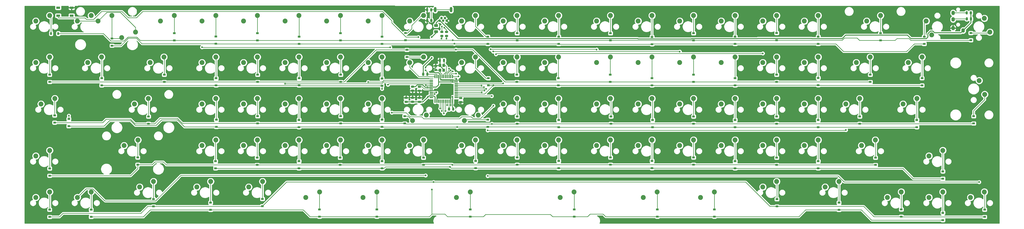
<source format=gbl>
G04 #@! TF.GenerationSoftware,KiCad,Pcbnew,(5.1.6)-1*
G04 #@! TF.CreationDate,2020-07-09T12:41:53-04:00*
G04 #@! TF.ProjectId,railroad-keyboard-pcb-only,7261696c-726f-4616-942d-6b6579626f61,rev?*
G04 #@! TF.SameCoordinates,Original*
G04 #@! TF.FileFunction,Copper,L2,Bot*
G04 #@! TF.FilePolarity,Positive*
%FSLAX46Y46*%
G04 Gerber Fmt 4.6, Leading zero omitted, Abs format (unit mm)*
G04 Created by KiCad (PCBNEW (5.1.6)-1) date 2020-07-09 12:41:53*
%MOMM*%
%LPD*%
G01*
G04 APERTURE LIST*
G04 #@! TA.AperFunction,ComponentPad*
%ADD10C,2.250000*%
G04 #@! TD*
G04 #@! TA.AperFunction,SMDPad,CuDef*
%ADD11R,1.200000X0.900000*%
G04 #@! TD*
G04 #@! TA.AperFunction,ComponentPad*
%ADD12O,1.600000X2.000000*%
G04 #@! TD*
G04 #@! TA.AperFunction,ComponentPad*
%ADD13C,1.200000*%
G04 #@! TD*
G04 #@! TA.AperFunction,ComponentPad*
%ADD14O,1.208000X2.416000*%
G04 #@! TD*
G04 #@! TA.AperFunction,SMDPad,CuDef*
%ADD15R,1.800000X1.100000*%
G04 #@! TD*
G04 #@! TA.AperFunction,SMDPad,CuDef*
%ADD16R,1.200000X1.400000*%
G04 #@! TD*
G04 #@! TA.AperFunction,SMDPad,CuDef*
%ADD17R,0.550000X1.500000*%
G04 #@! TD*
G04 #@! TA.AperFunction,SMDPad,CuDef*
%ADD18R,1.500000X0.550000*%
G04 #@! TD*
G04 #@! TA.AperFunction,SMDPad,CuDef*
%ADD19R,0.900000X1.200000*%
G04 #@! TD*
G04 #@! TA.AperFunction,ViaPad*
%ADD20C,0.800000*%
G04 #@! TD*
G04 #@! TA.AperFunction,Conductor*
%ADD21C,0.381000*%
G04 #@! TD*
G04 #@! TA.AperFunction,Conductor*
%ADD22C,0.254000*%
G04 #@! TD*
G04 APERTURE END LIST*
D10*
G04 #@! TO.P,MX9,2*
G04 #@! TO.N,Net-(D9-Pad2)*
X393065000Y-242570000D03*
G04 #@! TO.P,MX9,1*
G04 #@! TO.N,COL9*
X386715000Y-245110000D03*
G04 #@! TD*
G04 #@! TO.P,MX500_alt2,2*
G04 #@! TO.N,Net-(D500-Pad2)*
X31115000Y-242570000D03*
G04 #@! TO.P,MX500_alt2,1*
G04 #@! TO.N,COL0*
X24765000Y-245110000D03*
G04 #@! TD*
G04 #@! TO.P,MX100_alt1,2*
G04 #@! TO.N,Net-(D100-Pad2)*
X45085000Y-252730000D03*
G04 #@! TO.P,MX100_alt1,1*
G04 #@! TO.N,COL0*
X51435000Y-250190000D03*
G04 #@! TD*
D11*
G04 #@! TO.P,D500,2*
G04 #@! TO.N,Net-(D500-Pad2)*
X20859750Y-290069000D03*
G04 #@! TO.P,D500,1*
G04 #@! TO.N,ROW5*
X20859750Y-293369000D03*
G04 #@! TD*
D12*
G04 #@! TO.P,U2,3*
G04 #@! TO.N,LHD1*
X426325000Y-244328000D03*
G04 #@! TO.P,U2,4*
G04 #@! TO.N,LHD0*
X426325000Y-241328000D03*
G04 #@! TO.P,U2,2*
G04 #@! TO.N,GND*
X426325000Y-248328000D03*
G04 #@! TO.P,U2,1*
G04 #@! TO.N,VCC*
X430925000Y-249428000D03*
G04 #@! TD*
D10*
G04 #@! TO.P,MX104,2*
G04 #@! TO.N,Net-(D104-Pad2)*
X207327500Y-242570000D03*
G04 #@! TO.P,MX104,1*
G04 #@! TO.N,COL4*
X200977500Y-245110000D03*
G04 #@! TD*
G04 #@! TO.P,MX100,2*
G04 #@! TO.N,Net-(D100-Pad2)*
X40640000Y-242570000D03*
G04 #@! TO.P,MX100,1*
G04 #@! TO.N,COL0*
X34290000Y-245110000D03*
G04 #@! TD*
G04 #@! TO.P,R8,2*
G04 #@! TO.N,LHD1*
G04 #@! TA.AperFunction,SMDPad,CuDef*
G36*
G01*
X433128000Y-243637750D02*
X433128000Y-244550250D01*
G75*
G02*
X432884250Y-244794000I-243750J0D01*
G01*
X432396750Y-244794000D01*
G75*
G02*
X432153000Y-244550250I0J243750D01*
G01*
X432153000Y-243637750D01*
G75*
G02*
X432396750Y-243394000I243750J0D01*
G01*
X432884250Y-243394000D01*
G75*
G02*
X433128000Y-243637750I0J-243750D01*
G01*
G37*
G04 #@! TD.AperFunction*
G04 #@! TO.P,R8,1*
G04 #@! TO.N,VCC*
G04 #@! TA.AperFunction,SMDPad,CuDef*
G36*
G01*
X435003000Y-243637750D02*
X435003000Y-244550250D01*
G75*
G02*
X434759250Y-244794000I-243750J0D01*
G01*
X434271750Y-244794000D01*
G75*
G02*
X434028000Y-244550250I0J243750D01*
G01*
X434028000Y-243637750D01*
G75*
G02*
X434271750Y-243394000I243750J0D01*
G01*
X434759250Y-243394000D01*
G75*
G02*
X435003000Y-243637750I0J-243750D01*
G01*
G37*
G04 #@! TD.AperFunction*
G04 #@! TD*
G04 #@! TO.P,R7,2*
G04 #@! TO.N,LHD0*
G04 #@! TA.AperFunction,SMDPad,CuDef*
G36*
G01*
X433079500Y-240843750D02*
X433079500Y-241756250D01*
G75*
G02*
X432835750Y-242000000I-243750J0D01*
G01*
X432348250Y-242000000D01*
G75*
G02*
X432104500Y-241756250I0J243750D01*
G01*
X432104500Y-240843750D01*
G75*
G02*
X432348250Y-240600000I243750J0D01*
G01*
X432835750Y-240600000D01*
G75*
G02*
X433079500Y-240843750I0J-243750D01*
G01*
G37*
G04 #@! TD.AperFunction*
G04 #@! TO.P,R7,1*
G04 #@! TO.N,VCC*
G04 #@! TA.AperFunction,SMDPad,CuDef*
G36*
G01*
X434954500Y-240843750D02*
X434954500Y-241756250D01*
G75*
G02*
X434710750Y-242000000I-243750J0D01*
G01*
X434223250Y-242000000D01*
G75*
G02*
X433979500Y-241756250I0J243750D01*
G01*
X433979500Y-240843750D01*
G75*
G02*
X434223250Y-240600000I243750J0D01*
G01*
X434710750Y-240600000D01*
G75*
G02*
X434954500Y-240843750I0J-243750D01*
G01*
G37*
G04 #@! TD.AperFunction*
G04 #@! TD*
G04 #@! TO.P,R6,2*
G04 #@! TO.N,Net-(R6-Pad2)*
G04 #@! TA.AperFunction,SMDPad,CuDef*
G36*
G01*
X195718250Y-285039750D02*
X195718250Y-285952250D01*
G75*
G02*
X195474500Y-286196000I-243750J0D01*
G01*
X194987000Y-286196000D01*
G75*
G02*
X194743250Y-285952250I0J243750D01*
G01*
X194743250Y-285039750D01*
G75*
G02*
X194987000Y-284796000I243750J0D01*
G01*
X195474500Y-284796000D01*
G75*
G02*
X195718250Y-285039750I0J-243750D01*
G01*
G37*
G04 #@! TD.AperFunction*
G04 #@! TO.P,R6,1*
G04 #@! TO.N,+5V*
G04 #@! TA.AperFunction,SMDPad,CuDef*
G36*
G01*
X197593250Y-285039750D02*
X197593250Y-285952250D01*
G75*
G02*
X197349500Y-286196000I-243750J0D01*
G01*
X196862000Y-286196000D01*
G75*
G02*
X196618250Y-285952250I0J243750D01*
G01*
X196618250Y-285039750D01*
G75*
G02*
X196862000Y-284796000I243750J0D01*
G01*
X197349500Y-284796000D01*
G75*
G02*
X197593250Y-285039750I0J-243750D01*
G01*
G37*
G04 #@! TD.AperFunction*
G04 #@! TD*
G04 #@! TO.P,R5,2*
G04 #@! TO.N,GND*
G04 #@! TA.AperFunction,SMDPad,CuDef*
G36*
G01*
X185685250Y-244399750D02*
X185685250Y-245312250D01*
G75*
G02*
X185441500Y-245556000I-243750J0D01*
G01*
X184954000Y-245556000D01*
G75*
G02*
X184710250Y-245312250I0J243750D01*
G01*
X184710250Y-244399750D01*
G75*
G02*
X184954000Y-244156000I243750J0D01*
G01*
X185441500Y-244156000D01*
G75*
G02*
X185685250Y-244399750I0J-243750D01*
G01*
G37*
G04 #@! TD.AperFunction*
G04 #@! TO.P,R5,1*
G04 #@! TO.N,Net-(C8-Pad2)*
G04 #@! TA.AperFunction,SMDPad,CuDef*
G36*
G01*
X187560250Y-244399750D02*
X187560250Y-245312250D01*
G75*
G02*
X187316500Y-245556000I-243750J0D01*
G01*
X186829000Y-245556000D01*
G75*
G02*
X186585250Y-245312250I0J243750D01*
G01*
X186585250Y-244399750D01*
G75*
G02*
X186829000Y-244156000I243750J0D01*
G01*
X187316500Y-244156000D01*
G75*
G02*
X187560250Y-244399750I0J-243750D01*
G01*
G37*
G04 #@! TD.AperFunction*
G04 #@! TD*
G04 #@! TO.P,MX508,2*
G04 #@! TO.N,Net-(D508-Pad2)*
X364490000Y-280670000D03*
G04 #@! TO.P,MX508,1*
G04 #@! TO.N,COL8*
X358140000Y-283210000D03*
G04 #@! TD*
D13*
G04 #@! TO.P,J1,1*
G04 #@! TO.N,VCC*
X190932000Y-244913000D03*
G04 #@! TO.P,J1,3*
G04 #@! TO.N,D+*
X192532000Y-244913000D03*
G04 #@! TO.P,J1,5*
G04 #@! TO.N,GND*
X194132000Y-244913000D03*
G04 #@! TO.P,J1,2*
G04 #@! TO.N,D-*
X191732000Y-243713000D03*
G04 #@! TO.P,J1,4*
G04 #@! TO.N,Net-(J1-Pad4)*
X193332000Y-243713000D03*
D14*
G04 #@! TO.P,J1,SH1*
G04 #@! TO.N,Net-(C8-Pad2)*
X196182000Y-239863000D03*
G04 #@! TO.P,J1,SH2*
X188882000Y-239863000D03*
G04 #@! TD*
G04 #@! TO.P,C8,2*
G04 #@! TO.N,Net-(C8-Pad2)*
G04 #@! TA.AperFunction,SMDPad,CuDef*
G36*
G01*
X186536750Y-240359250D02*
X186536750Y-239446750D01*
G75*
G02*
X186780500Y-239203000I243750J0D01*
G01*
X187268000Y-239203000D01*
G75*
G02*
X187511750Y-239446750I0J-243750D01*
G01*
X187511750Y-240359250D01*
G75*
G02*
X187268000Y-240603000I-243750J0D01*
G01*
X186780500Y-240603000D01*
G75*
G02*
X186536750Y-240359250I0J243750D01*
G01*
G37*
G04 #@! TD.AperFunction*
G04 #@! TO.P,C8,1*
G04 #@! TO.N,GND*
G04 #@! TA.AperFunction,SMDPad,CuDef*
G36*
G01*
X184661750Y-240359250D02*
X184661750Y-239446750D01*
G75*
G02*
X184905500Y-239203000I243750J0D01*
G01*
X185393000Y-239203000D01*
G75*
G02*
X185636750Y-239446750I0J-243750D01*
G01*
X185636750Y-240359250D01*
G75*
G02*
X185393000Y-240603000I-243750J0D01*
G01*
X184905500Y-240603000D01*
G75*
G02*
X184661750Y-240359250I0J243750D01*
G01*
G37*
G04 #@! TD.AperFunction*
G04 #@! TD*
G04 #@! TO.P,C7,2*
G04 #@! TO.N,GND*
G04 #@! TA.AperFunction,SMDPad,CuDef*
G36*
G01*
X176002000Y-280806500D02*
X175089500Y-280806500D01*
G75*
G02*
X174845750Y-280562750I0J243750D01*
G01*
X174845750Y-280075250D01*
G75*
G02*
X175089500Y-279831500I243750J0D01*
G01*
X176002000Y-279831500D01*
G75*
G02*
X176245750Y-280075250I0J-243750D01*
G01*
X176245750Y-280562750D01*
G75*
G02*
X176002000Y-280806500I-243750J0D01*
G01*
G37*
G04 #@! TD.AperFunction*
G04 #@! TO.P,C7,1*
G04 #@! TO.N,+5V*
G04 #@! TA.AperFunction,SMDPad,CuDef*
G36*
G01*
X176002000Y-282681500D02*
X175089500Y-282681500D01*
G75*
G02*
X174845750Y-282437750I0J243750D01*
G01*
X174845750Y-281950250D01*
G75*
G02*
X175089500Y-281706500I243750J0D01*
G01*
X176002000Y-281706500D01*
G75*
G02*
X176245750Y-281950250I0J-243750D01*
G01*
X176245750Y-282437750D01*
G75*
G02*
X176002000Y-282681500I-243750J0D01*
G01*
G37*
G04 #@! TD.AperFunction*
G04 #@! TD*
G04 #@! TO.P,C6,2*
G04 #@! TO.N,GND*
G04 #@! TA.AperFunction,SMDPad,CuDef*
G36*
G01*
X178010500Y-276596500D02*
X178923000Y-276596500D01*
G75*
G02*
X179166750Y-276840250I0J-243750D01*
G01*
X179166750Y-277327750D01*
G75*
G02*
X178923000Y-277571500I-243750J0D01*
G01*
X178010500Y-277571500D01*
G75*
G02*
X177766750Y-277327750I0J243750D01*
G01*
X177766750Y-276840250D01*
G75*
G02*
X178010500Y-276596500I243750J0D01*
G01*
G37*
G04 #@! TD.AperFunction*
G04 #@! TO.P,C6,1*
G04 #@! TO.N,+5V*
G04 #@! TA.AperFunction,SMDPad,CuDef*
G36*
G01*
X178010500Y-274721500D02*
X178923000Y-274721500D01*
G75*
G02*
X179166750Y-274965250I0J-243750D01*
G01*
X179166750Y-275452750D01*
G75*
G02*
X178923000Y-275696500I-243750J0D01*
G01*
X178010500Y-275696500D01*
G75*
G02*
X177766750Y-275452750I0J243750D01*
G01*
X177766750Y-274965250D01*
G75*
G02*
X178010500Y-274721500I243750J0D01*
G01*
G37*
G04 #@! TD.AperFunction*
G04 #@! TD*
G04 #@! TO.P,C5,2*
G04 #@! TO.N,GND*
G04 #@! TA.AperFunction,SMDPad,CuDef*
G36*
G01*
X182098000Y-280806500D02*
X181185500Y-280806500D01*
G75*
G02*
X180941750Y-280562750I0J243750D01*
G01*
X180941750Y-280075250D01*
G75*
G02*
X181185500Y-279831500I243750J0D01*
G01*
X182098000Y-279831500D01*
G75*
G02*
X182341750Y-280075250I0J-243750D01*
G01*
X182341750Y-280562750D01*
G75*
G02*
X182098000Y-280806500I-243750J0D01*
G01*
G37*
G04 #@! TD.AperFunction*
G04 #@! TO.P,C5,1*
G04 #@! TO.N,+5V*
G04 #@! TA.AperFunction,SMDPad,CuDef*
G36*
G01*
X182098000Y-282681500D02*
X181185500Y-282681500D01*
G75*
G02*
X180941750Y-282437750I0J243750D01*
G01*
X180941750Y-281950250D01*
G75*
G02*
X181185500Y-281706500I243750J0D01*
G01*
X182098000Y-281706500D01*
G75*
G02*
X182341750Y-281950250I0J-243750D01*
G01*
X182341750Y-282437750D01*
G75*
G02*
X182098000Y-282681500I-243750J0D01*
G01*
G37*
G04 #@! TD.AperFunction*
G04 #@! TD*
G04 #@! TO.P,C4,2*
G04 #@! TO.N,GND*
G04 #@! TA.AperFunction,SMDPad,CuDef*
G36*
G01*
X178923000Y-280776500D02*
X178010500Y-280776500D01*
G75*
G02*
X177766750Y-280532750I0J243750D01*
G01*
X177766750Y-280045250D01*
G75*
G02*
X178010500Y-279801500I243750J0D01*
G01*
X178923000Y-279801500D01*
G75*
G02*
X179166750Y-280045250I0J-243750D01*
G01*
X179166750Y-280532750D01*
G75*
G02*
X178923000Y-280776500I-243750J0D01*
G01*
G37*
G04 #@! TD.AperFunction*
G04 #@! TO.P,C4,1*
G04 #@! TO.N,+5V*
G04 #@! TA.AperFunction,SMDPad,CuDef*
G36*
G01*
X178923000Y-282651500D02*
X178010500Y-282651500D01*
G75*
G02*
X177766750Y-282407750I0J243750D01*
G01*
X177766750Y-281920250D01*
G75*
G02*
X178010500Y-281676500I243750J0D01*
G01*
X178923000Y-281676500D01*
G75*
G02*
X179166750Y-281920250I0J-243750D01*
G01*
X179166750Y-282407750D01*
G75*
G02*
X178923000Y-282651500I-243750J0D01*
G01*
G37*
G04 #@! TD.AperFunction*
G04 #@! TD*
G04 #@! TO.P,C3,2*
G04 #@! TO.N,GND*
G04 #@! TA.AperFunction,SMDPad,CuDef*
G36*
G01*
X181153750Y-276626500D02*
X182066250Y-276626500D01*
G75*
G02*
X182310000Y-276870250I0J-243750D01*
G01*
X182310000Y-277357750D01*
G75*
G02*
X182066250Y-277601500I-243750J0D01*
G01*
X181153750Y-277601500D01*
G75*
G02*
X180910000Y-277357750I0J243750D01*
G01*
X180910000Y-276870250D01*
G75*
G02*
X181153750Y-276626500I243750J0D01*
G01*
G37*
G04 #@! TD.AperFunction*
G04 #@! TO.P,C3,1*
G04 #@! TO.N,Net-(C3-Pad1)*
G04 #@! TA.AperFunction,SMDPad,CuDef*
G36*
G01*
X181153750Y-274751500D02*
X182066250Y-274751500D01*
G75*
G02*
X182310000Y-274995250I0J-243750D01*
G01*
X182310000Y-275482750D01*
G75*
G02*
X182066250Y-275726500I-243750J0D01*
G01*
X181153750Y-275726500D01*
G75*
G02*
X180910000Y-275482750I0J243750D01*
G01*
X180910000Y-274995250D01*
G75*
G02*
X181153750Y-274751500I243750J0D01*
G01*
G37*
G04 #@! TD.AperFunction*
G04 #@! TD*
G04 #@! TO.P,C2,2*
G04 #@! TO.N,GND*
G04 #@! TA.AperFunction,SMDPad,CuDef*
G36*
G01*
X189559250Y-266171500D02*
X188646750Y-266171500D01*
G75*
G02*
X188403000Y-265927750I0J243750D01*
G01*
X188403000Y-265440250D01*
G75*
G02*
X188646750Y-265196500I243750J0D01*
G01*
X189559250Y-265196500D01*
G75*
G02*
X189803000Y-265440250I0J-243750D01*
G01*
X189803000Y-265927750D01*
G75*
G02*
X189559250Y-266171500I-243750J0D01*
G01*
G37*
G04 #@! TD.AperFunction*
G04 #@! TO.P,C2,1*
G04 #@! TO.N,Net-(C2-Pad1)*
G04 #@! TA.AperFunction,SMDPad,CuDef*
G36*
G01*
X189559250Y-268046500D02*
X188646750Y-268046500D01*
G75*
G02*
X188403000Y-267802750I0J243750D01*
G01*
X188403000Y-267315250D01*
G75*
G02*
X188646750Y-267071500I243750J0D01*
G01*
X189559250Y-267071500D01*
G75*
G02*
X189803000Y-267315250I0J-243750D01*
G01*
X189803000Y-267802750D01*
G75*
G02*
X189559250Y-268046500I-243750J0D01*
G01*
G37*
G04 #@! TD.AperFunction*
G04 #@! TD*
G04 #@! TO.P,C1,2*
G04 #@! TO.N,GND*
G04 #@! TA.AperFunction,SMDPad,CuDef*
G36*
G01*
X191495500Y-262687750D02*
X191495500Y-263600250D01*
G75*
G02*
X191251750Y-263844000I-243750J0D01*
G01*
X190764250Y-263844000D01*
G75*
G02*
X190520500Y-263600250I0J243750D01*
G01*
X190520500Y-262687750D01*
G75*
G02*
X190764250Y-262444000I243750J0D01*
G01*
X191251750Y-262444000D01*
G75*
G02*
X191495500Y-262687750I0J-243750D01*
G01*
G37*
G04 #@! TD.AperFunction*
G04 #@! TO.P,C1,1*
G04 #@! TO.N,Net-(C1-Pad1)*
G04 #@! TA.AperFunction,SMDPad,CuDef*
G36*
G01*
X193370500Y-262687750D02*
X193370500Y-263600250D01*
G75*
G02*
X193126750Y-263844000I-243750J0D01*
G01*
X192639250Y-263844000D01*
G75*
G02*
X192395500Y-263600250I0J243750D01*
G01*
X192395500Y-262687750D01*
G75*
G02*
X192639250Y-262444000I243750J0D01*
G01*
X193126750Y-262444000D01*
G75*
G02*
X193370500Y-262687750I0J-243750D01*
G01*
G37*
G04 #@! TD.AperFunction*
G04 #@! TD*
D10*
G04 #@! TO.P,MX410,1*
G04 #@! TO.N,COL10*
X438308750Y-272415000D03*
G04 #@! TO.P,MX410,2*
G04 #@! TO.N,Net-(D410-Pad2)*
X440848750Y-278765000D03*
G04 #@! TD*
G04 #@! TO.P,MX305,2*
G04 #@! TO.N,Net-(D305-Pad2)*
X245427500Y-261620000D03*
G04 #@! TO.P,MX305,1*
G04 #@! TO.N,COL5*
X239077500Y-264160000D03*
G04 #@! TD*
G04 #@! TO.P,MX306,2*
G04 #@! TO.N,Net-(D306-Pad2)*
X288290000Y-261620000D03*
G04 #@! TO.P,MX306,1*
G04 #@! TO.N,COL6*
X281940000Y-264160000D03*
G04 #@! TD*
G04 #@! TO.P,MX808,2*
G04 #@! TO.N,Net-(D808-Pad2)*
X345440000Y-318770000D03*
G04 #@! TO.P,MX808,1*
G04 #@! TO.N,COL8*
X339090000Y-321310000D03*
G04 #@! TD*
G04 #@! TO.P,MX102,2*
G04 #@! TO.N,Net-(D102-Pad2)*
X126365000Y-242570000D03*
G04 #@! TO.P,MX102,1*
G04 #@! TO.N,COL2*
X120015000Y-245110000D03*
G04 #@! TD*
G04 #@! TO.P,MX801,2*
G04 #@! TO.N,Net-(D801-Pad2)*
X59690000Y-318770000D03*
G04 #@! TO.P,MX801,1*
G04 #@! TO.N,COL1*
X53340000Y-321310000D03*
G04 #@! TD*
G04 #@! TO.P,MX601,2*
G04 #@! TO.N,Net-(D601-Pad2)*
X52546250Y-299720000D03*
G04 #@! TO.P,MX601,1*
G04 #@! TO.N,COL1*
X46196250Y-302260000D03*
G04 #@! TD*
G04 #@! TO.P,MX904,2*
G04 #@! TO.N,Net-(D904-Pad2)*
X204946250Y-323532500D03*
G04 #@! TO.P,MX904,1*
G04 #@! TO.N,COL4*
X198596250Y-326072500D03*
G04 #@! TD*
G04 #@! TO.P,MX906,2*
G04 #@! TO.N,Net-(D906-Pad2)*
X290671250Y-323532500D03*
G04 #@! TO.P,MX906,1*
G04 #@! TO.N,COL6*
X284321250Y-326072500D03*
G04 #@! TD*
G04 #@! TO.P,MX903,2*
G04 #@! TO.N,Net-(D903-Pad2)*
X162083750Y-323532500D03*
G04 #@! TO.P,MX903,1*
G04 #@! TO.N,COL3*
X155733750Y-326072500D03*
G04 #@! TD*
G04 #@! TO.P,MX609,2*
G04 #@! TO.N,Net-(D609-Pad2)*
X390683750Y-299720000D03*
G04 #@! TO.P,MX609,1*
G04 #@! TO.N,COL9*
X384333750Y-302260000D03*
G04 #@! TD*
G04 #@! TO.P,MX509,2*
G04 #@! TO.N,Net-(D509-Pad2)*
X409733750Y-280670000D03*
G04 #@! TO.P,MX509,1*
G04 #@! TO.N,COL9*
X403383750Y-283210000D03*
G04 #@! TD*
G04 #@! TO.P,MX400,2*
G04 #@! TO.N,Net-(D400-Pad2)*
X14446250Y-280670000D03*
G04 #@! TO.P,MX400,1*
G04 #@! TO.N,COL0*
X8096250Y-283210000D03*
G04 #@! TD*
G04 #@! TO.P,MX901,2*
G04 #@! TO.N,Net-(D901-Pad2)*
X85883750Y-318770000D03*
G04 #@! TO.P,MX901,1*
G04 #@! TO.N,COL1*
X79533750Y-321310000D03*
G04 #@! TD*
G04 #@! TO.P,MX802,2*
G04 #@! TO.N,Net-(D802-Pad2)*
X109696250Y-318770000D03*
G04 #@! TO.P,MX802,1*
G04 #@! TO.N,COL2*
X103346250Y-321310000D03*
G04 #@! TD*
G04 #@! TO.P,MX908,2*
G04 #@! TO.N,Net-(D908-Pad2)*
X374015000Y-318770000D03*
G04 #@! TO.P,MX908,1*
G04 #@! TO.N,COL8*
X367665000Y-321310000D03*
G04 #@! TD*
G04 #@! TO.P,MX300,2*
G04 #@! TO.N,Net-(D300-Pad2)*
X35877500Y-261620000D03*
G04 #@! TO.P,MX300,1*
G04 #@! TO.N,COL0*
X29527500Y-264160000D03*
G04 #@! TD*
G04 #@! TO.P,MX209,2*
G04 #@! TO.N,Net-(D209-Pad2)*
X388302500Y-261620000D03*
G04 #@! TO.P,MX209,1*
G04 #@! TO.N,COL9*
X381952500Y-264160000D03*
G04 #@! TD*
G04 #@! TO.P,MX201,2*
G04 #@! TO.N,Net-(D201-Pad2)*
X64452500Y-261620000D03*
G04 #@! TO.P,MX201,1*
G04 #@! TO.N,COL1*
X58102500Y-264160000D03*
G04 #@! TD*
G04 #@! TO.P,MX905,2*
G04 #@! TO.N,Net-(D905-Pad2)*
X252571250Y-323532500D03*
G04 #@! TO.P,MX905,1*
G04 #@! TO.N,COL5*
X246221250Y-326072500D03*
G04 #@! TD*
G04 #@! TO.P,MX401,2*
G04 #@! TO.N,Net-(D401-Pad2)*
X57308750Y-280670000D03*
G04 #@! TO.P,MX401,1*
G04 #@! TO.N,COL1*
X50958750Y-283210000D03*
G04 #@! TD*
G04 #@! TO.P,MX602,2*
G04 #@! TO.N,Net-(D602-Pad2)*
X107315000Y-299720000D03*
G04 #@! TO.P,MX602,1*
G04 #@! TO.N,COL2*
X100965000Y-302260000D03*
G04 #@! TD*
G04 #@! TO.P,MX702,2*
G04 #@! TO.N,Net-(D702-Pad2)*
X126365000Y-299720000D03*
G04 #@! TO.P,MX702,1*
G04 #@! TO.N,COL2*
X120015000Y-302260000D03*
G04 #@! TD*
G04 #@! TO.P,MX502,2*
G04 #@! TO.N,Net-(D502-Pad2)*
X126365000Y-280670000D03*
G04 #@! TO.P,MX502,1*
G04 #@! TO.N,COL2*
X120015000Y-283210000D03*
G04 #@! TD*
G04 #@! TO.P,MX909,2*
G04 #@! TO.N,Net-(D909-Pad2)*
X421640000Y-323532500D03*
G04 #@! TO.P,MX909,1*
G04 #@! TO.N,COL9*
X415290000Y-326072500D03*
G04 #@! TD*
G04 #@! TO.P,MX907,2*
G04 #@! TO.N,Net-(D907-Pad2)*
X316865000Y-323532500D03*
G04 #@! TO.P,MX907,1*
G04 #@! TO.N,COL7*
X310515000Y-326072500D03*
G04 #@! TD*
G04 #@! TO.P,MX902,2*
G04 #@! TO.N,Net-(D902-Pad2)*
X135890000Y-323532500D03*
G04 #@! TO.P,MX902,1*
G04 #@! TO.N,COL2*
X129540000Y-326072500D03*
G04 #@! TD*
G04 #@! TO.P,MX900,2*
G04 #@! TO.N,Net-(D900-Pad2)*
X31115000Y-323532500D03*
G04 #@! TO.P,MX900,1*
G04 #@! TO.N,COL0*
X24765000Y-326072500D03*
G04 #@! TD*
G04 #@! TO.P,MX810,2*
G04 #@! TO.N,Net-(D810-Pad2)*
X440690000Y-323532500D03*
G04 #@! TO.P,MX810,1*
G04 #@! TO.N,COL10*
X434340000Y-326072500D03*
G04 #@! TD*
G04 #@! TO.P,MX809,2*
G04 #@! TO.N,Net-(D809-Pad2)*
X402590000Y-323532500D03*
G04 #@! TO.P,MX809,1*
G04 #@! TO.N,COL9*
X396240000Y-326072500D03*
G04 #@! TD*
G04 #@! TO.P,MX800,2*
G04 #@! TO.N,Net-(D800-Pad2)*
X12065000Y-323532500D03*
G04 #@! TO.P,MX800,1*
G04 #@! TO.N,COL0*
X5715000Y-326072500D03*
G04 #@! TD*
G04 #@! TO.P,MX709,2*
G04 #@! TO.N,Net-(D709-Pad2)*
X421640000Y-304482500D03*
G04 #@! TO.P,MX709,1*
G04 #@! TO.N,COL9*
X415290000Y-307022500D03*
G04 #@! TD*
G04 #@! TO.P,MX708,2*
G04 #@! TO.N,Net-(D708-Pad2)*
X364490000Y-299720000D03*
G04 #@! TO.P,MX708,1*
G04 #@! TO.N,COL8*
X358140000Y-302260000D03*
G04 #@! TD*
G04 #@! TO.P,MX707,2*
G04 #@! TO.N,Net-(D707-Pad2)*
X326390000Y-299720000D03*
G04 #@! TO.P,MX707,1*
G04 #@! TO.N,COL7*
X320040000Y-302260000D03*
G04 #@! TD*
G04 #@! TO.P,MX706,2*
G04 #@! TO.N,Net-(D706-Pad2)*
X288290000Y-299720000D03*
G04 #@! TO.P,MX706,1*
G04 #@! TO.N,COL6*
X281940000Y-302260000D03*
G04 #@! TD*
G04 #@! TO.P,MX705,2*
G04 #@! TO.N,Net-(D705-Pad2)*
X245427500Y-299720000D03*
G04 #@! TO.P,MX705,1*
G04 #@! TO.N,COL5*
X239077500Y-302260000D03*
G04 #@! TD*
G04 #@! TO.P,MX704,2*
G04 #@! TO.N,Net-(D704-Pad2)*
X207327500Y-299720000D03*
G04 #@! TO.P,MX704,1*
G04 #@! TO.N,COL4*
X200977500Y-302260000D03*
G04 #@! TD*
G04 #@! TO.P,MX703,2*
G04 #@! TO.N,Net-(D703-Pad2)*
X164465000Y-299720000D03*
G04 #@! TO.P,MX703,1*
G04 #@! TO.N,COL3*
X158115000Y-302260000D03*
G04 #@! TD*
G04 #@! TO.P,MX701,2*
G04 #@! TO.N,Net-(D701-Pad2)*
X88265000Y-299720000D03*
G04 #@! TO.P,MX701,1*
G04 #@! TO.N,COL1*
X81915000Y-302260000D03*
G04 #@! TD*
G04 #@! TO.P,MX608,2*
G04 #@! TO.N,Net-(D608-Pad2)*
X345440000Y-299720000D03*
G04 #@! TO.P,MX608,1*
G04 #@! TO.N,COL8*
X339090000Y-302260000D03*
G04 #@! TD*
G04 #@! TO.P,MX607,2*
G04 #@! TO.N,Net-(D607-Pad2)*
X307340000Y-299720000D03*
G04 #@! TO.P,MX607,1*
G04 #@! TO.N,COL7*
X300990000Y-302260000D03*
G04 #@! TD*
G04 #@! TO.P,MX606,2*
G04 #@! TO.N,Net-(D606-Pad2)*
X269240000Y-299720000D03*
G04 #@! TO.P,MX606,1*
G04 #@! TO.N,COL6*
X262890000Y-302260000D03*
G04 #@! TD*
G04 #@! TO.P,MX605,2*
G04 #@! TO.N,Net-(D605-Pad2)*
X226377500Y-299720000D03*
G04 #@! TO.P,MX605,1*
G04 #@! TO.N,COL5*
X220027500Y-302260000D03*
G04 #@! TD*
G04 #@! TO.P,MX604,2*
G04 #@! TO.N,Net-(D604-Pad2)*
X183515000Y-299720000D03*
G04 #@! TO.P,MX604,1*
G04 #@! TO.N,COL4*
X177165000Y-302260000D03*
G04 #@! TD*
G04 #@! TO.P,MX603,2*
G04 #@! TO.N,Net-(D603-Pad2)*
X145415000Y-299720000D03*
G04 #@! TO.P,MX603,1*
G04 #@! TO.N,COL3*
X139065000Y-302260000D03*
G04 #@! TD*
G04 #@! TO.P,MX600,2*
G04 #@! TO.N,Net-(D600-Pad2)*
X12065000Y-304482500D03*
G04 #@! TO.P,MX600,1*
G04 #@! TO.N,COL0*
X5715000Y-307022500D03*
G04 #@! TD*
G04 #@! TO.P,MX507,2*
G04 #@! TO.N,Net-(D507-Pad2)*
X326390000Y-280670000D03*
G04 #@! TO.P,MX507,1*
G04 #@! TO.N,COL7*
X320040000Y-283210000D03*
G04 #@! TD*
G04 #@! TO.P,MX506,2*
G04 #@! TO.N,Net-(D506-Pad2)*
X288290000Y-280670000D03*
G04 #@! TO.P,MX506,1*
G04 #@! TO.N,COL6*
X281940000Y-283210000D03*
G04 #@! TD*
G04 #@! TO.P,MX505,2*
G04 #@! TO.N,Net-(D505-Pad2)*
X245427500Y-280670000D03*
G04 #@! TO.P,MX505,1*
G04 #@! TO.N,COL5*
X239077500Y-283210000D03*
G04 #@! TD*
G04 #@! TO.P,MX504,2*
G04 #@! TO.N,Net-(D504-Pad2)*
X202247500Y-290830000D03*
G04 #@! TO.P,MX504,1*
G04 #@! TO.N,COL4*
X208597500Y-288290000D03*
G04 #@! TD*
G04 #@! TO.P,MX503,2*
G04 #@! TO.N,Net-(D503-Pad2)*
X164465000Y-280670000D03*
G04 #@! TO.P,MX503,1*
G04 #@! TO.N,COL3*
X158115000Y-283210000D03*
G04 #@! TD*
G04 #@! TO.P,MX501,2*
G04 #@! TO.N,Net-(D501-Pad2)*
X88265000Y-280670000D03*
G04 #@! TO.P,MX501,1*
G04 #@! TO.N,COL1*
X81915000Y-283210000D03*
G04 #@! TD*
G04 #@! TO.P,MX409,2*
G04 #@! TO.N,Net-(D409-Pad2)*
X383540000Y-280670000D03*
G04 #@! TO.P,MX409,1*
G04 #@! TO.N,COL9*
X377190000Y-283210000D03*
G04 #@! TD*
G04 #@! TO.P,MX408,2*
G04 #@! TO.N,Net-(D408-Pad2)*
X345440000Y-280670000D03*
G04 #@! TO.P,MX408,1*
G04 #@! TO.N,COL8*
X339090000Y-283210000D03*
G04 #@! TD*
G04 #@! TO.P,MX407,2*
G04 #@! TO.N,Net-(D407-Pad2)*
X307340000Y-280670000D03*
G04 #@! TO.P,MX407,1*
G04 #@! TO.N,COL7*
X300990000Y-283210000D03*
G04 #@! TD*
G04 #@! TO.P,MX406,2*
G04 #@! TO.N,Net-(D406-Pad2)*
X269240000Y-280670000D03*
G04 #@! TO.P,MX406,1*
G04 #@! TO.N,COL6*
X262890000Y-283210000D03*
G04 #@! TD*
G04 #@! TO.P,MX405,2*
G04 #@! TO.N,Net-(D405-Pad2)*
X226377500Y-280670000D03*
G04 #@! TO.P,MX405,1*
G04 #@! TO.N,COL5*
X220027500Y-283210000D03*
G04 #@! TD*
G04 #@! TO.P,MX404,2*
G04 #@! TO.N,Net-(D404-Pad2)*
X178435000Y-290830000D03*
G04 #@! TO.P,MX404,1*
G04 #@! TO.N,COL4*
X184785000Y-288290000D03*
G04 #@! TD*
G04 #@! TO.P,MX403,2*
G04 #@! TO.N,Net-(D403-Pad2)*
X145415000Y-280670000D03*
G04 #@! TO.P,MX403,1*
G04 #@! TO.N,COL3*
X139065000Y-283210000D03*
G04 #@! TD*
G04 #@! TO.P,MX402,2*
G04 #@! TO.N,Net-(D402-Pad2)*
X107315000Y-280670000D03*
G04 #@! TO.P,MX402,1*
G04 #@! TO.N,COL2*
X100965000Y-283210000D03*
G04 #@! TD*
G04 #@! TO.P,MX309,2*
G04 #@! TO.N,Net-(D309-Pad2)*
X412115000Y-261620000D03*
G04 #@! TO.P,MX309,1*
G04 #@! TO.N,COL9*
X405765000Y-264160000D03*
G04 #@! TD*
G04 #@! TO.P,MX307,2*
G04 #@! TO.N,Net-(D307-Pad2)*
X326390000Y-261620000D03*
G04 #@! TO.P,MX307,1*
G04 #@! TO.N,COL7*
X320040000Y-264160000D03*
G04 #@! TD*
G04 #@! TO.P,MX304,2*
G04 #@! TO.N,Net-(D304-Pad2)*
X207327500Y-261620000D03*
G04 #@! TO.P,MX304,1*
G04 #@! TO.N,COL4*
X200977500Y-264160000D03*
G04 #@! TD*
G04 #@! TO.P,MX303,2*
G04 #@! TO.N,Net-(D303-Pad2)*
X164465000Y-261620000D03*
G04 #@! TO.P,MX303,1*
G04 #@! TO.N,COL3*
X158115000Y-264160000D03*
G04 #@! TD*
G04 #@! TO.P,MX302,2*
G04 #@! TO.N,Net-(D302-Pad2)*
X126365000Y-261620000D03*
G04 #@! TO.P,MX302,1*
G04 #@! TO.N,COL2*
X120015000Y-264160000D03*
G04 #@! TD*
G04 #@! TO.P,MX301,2*
G04 #@! TO.N,Net-(D301-Pad2)*
X88265000Y-261620000D03*
G04 #@! TO.P,MX301,1*
G04 #@! TO.N,COL1*
X81915000Y-264160000D03*
G04 #@! TD*
G04 #@! TO.P,MX208,2*
G04 #@! TO.N,Net-(D208-Pad2)*
X345440000Y-261620000D03*
G04 #@! TO.P,MX208,1*
G04 #@! TO.N,COL8*
X339090000Y-264160000D03*
G04 #@! TD*
G04 #@! TO.P,MX207,2*
G04 #@! TO.N,Net-(D207-Pad2)*
X307340000Y-261620000D03*
G04 #@! TO.P,MX207,1*
G04 #@! TO.N,COL7*
X300990000Y-264160000D03*
G04 #@! TD*
G04 #@! TO.P,MX206,2*
G04 #@! TO.N,Net-(D206-Pad2)*
X269240000Y-261620000D03*
G04 #@! TO.P,MX206,1*
G04 #@! TO.N,COL6*
X262890000Y-264160000D03*
G04 #@! TD*
G04 #@! TO.P,MX205,2*
G04 #@! TO.N,Net-(D205-Pad2)*
X226377500Y-261620000D03*
G04 #@! TO.P,MX205,1*
G04 #@! TO.N,COL5*
X220027500Y-264160000D03*
G04 #@! TD*
G04 #@! TO.P,MX204,2*
G04 #@! TO.N,Net-(D204-Pad2)*
X183515000Y-261620000D03*
G04 #@! TO.P,MX204,1*
G04 #@! TO.N,COL4*
X177165000Y-264160000D03*
G04 #@! TD*
G04 #@! TO.P,MX203,2*
G04 #@! TO.N,Net-(D203-Pad2)*
X145415000Y-261620000D03*
G04 #@! TO.P,MX203,1*
G04 #@! TO.N,COL3*
X139065000Y-264160000D03*
G04 #@! TD*
G04 #@! TO.P,MX202,2*
G04 #@! TO.N,Net-(D202-Pad2)*
X107315000Y-261620000D03*
G04 #@! TO.P,MX202,1*
G04 #@! TO.N,COL2*
X100965000Y-264160000D03*
G04 #@! TD*
G04 #@! TO.P,MX200,2*
G04 #@! TO.N,Net-(D200-Pad2)*
X12065000Y-261620000D03*
G04 #@! TO.P,MX200,1*
G04 #@! TO.N,COL0*
X5715000Y-264160000D03*
G04 #@! TD*
G04 #@! TO.P,MX109,2*
G04 #@! TO.N,Net-(D109-Pad2)*
X414020000Y-245110000D03*
G04 #@! TO.P,MX109,1*
G04 #@! TO.N,COL9*
X416560000Y-251460000D03*
G04 #@! TD*
G04 #@! TO.P,MX108,2*
G04 #@! TO.N,Net-(D108-Pad2)*
X364490000Y-242570000D03*
G04 #@! TO.P,MX108,1*
G04 #@! TO.N,COL8*
X358140000Y-245110000D03*
G04 #@! TD*
G04 #@! TO.P,MX107,2*
G04 #@! TO.N,Net-(D107-Pad2)*
X326390000Y-242570000D03*
G04 #@! TO.P,MX107,1*
G04 #@! TO.N,COL7*
X320040000Y-245110000D03*
G04 #@! TD*
G04 #@! TO.P,MX106,2*
G04 #@! TO.N,Net-(D106-Pad2)*
X288290000Y-242570000D03*
G04 #@! TO.P,MX106,1*
G04 #@! TO.N,COL6*
X281940000Y-245110000D03*
G04 #@! TD*
G04 #@! TO.P,MX105,2*
G04 #@! TO.N,Net-(D105-Pad2)*
X245427500Y-242570000D03*
G04 #@! TO.P,MX105,1*
G04 #@! TO.N,COL5*
X239077500Y-245110000D03*
G04 #@! TD*
G04 #@! TO.P,MX103,2*
G04 #@! TO.N,Net-(D103-Pad2)*
X164465000Y-242570000D03*
G04 #@! TO.P,MX103,1*
G04 #@! TO.N,COL3*
X158115000Y-245110000D03*
G04 #@! TD*
G04 #@! TO.P,MX101,2*
G04 #@! TO.N,Net-(D101-Pad2)*
X88265000Y-242570000D03*
G04 #@! TO.P,MX101,1*
G04 #@! TO.N,COL1*
X81915000Y-245110000D03*
G04 #@! TD*
G04 #@! TO.P,MX10,2*
G04 #@! TO.N,Net-(D10-Pad2)*
X443230000Y-250190000D03*
G04 #@! TO.P,MX10,1*
G04 #@! TO.N,COL10*
X440690000Y-243840000D03*
G04 #@! TD*
G04 #@! TO.P,MX8,2*
G04 #@! TO.N,Net-(D8-Pad2)*
X345440000Y-242570000D03*
G04 #@! TO.P,MX8,1*
G04 #@! TO.N,COL8*
X339090000Y-245110000D03*
G04 #@! TD*
G04 #@! TO.P,MX7,2*
G04 #@! TO.N,Net-(D7-Pad2)*
X307340000Y-242570000D03*
G04 #@! TO.P,MX7,1*
G04 #@! TO.N,COL7*
X300990000Y-245110000D03*
G04 #@! TD*
G04 #@! TO.P,MX6,2*
G04 #@! TO.N,Net-(D6-Pad2)*
X269240000Y-242570000D03*
G04 #@! TO.P,MX6,1*
G04 #@! TO.N,COL6*
X262890000Y-245110000D03*
G04 #@! TD*
G04 #@! TO.P,MX5,2*
G04 #@! TO.N,Net-(D5-Pad2)*
X226377500Y-242570000D03*
G04 #@! TO.P,MX5,1*
G04 #@! TO.N,COL5*
X220027500Y-245110000D03*
G04 #@! TD*
G04 #@! TO.P,MX4,2*
G04 #@! TO.N,Net-(D4-Pad2)*
X183515000Y-242570000D03*
G04 #@! TO.P,MX4,1*
G04 #@! TO.N,COL4*
X177165000Y-245110000D03*
G04 #@! TD*
G04 #@! TO.P,MX3,2*
G04 #@! TO.N,Net-(D3-Pad2)*
X145415000Y-242570000D03*
G04 #@! TO.P,MX3,1*
G04 #@! TO.N,COL3*
X139065000Y-245110000D03*
G04 #@! TD*
G04 #@! TO.P,MX2,2*
G04 #@! TO.N,Net-(D2-Pad2)*
X107315000Y-242570000D03*
G04 #@! TO.P,MX2,1*
G04 #@! TO.N,COL2*
X100965000Y-245110000D03*
G04 #@! TD*
G04 #@! TO.P,MX1,2*
G04 #@! TO.N,Net-(D1-Pad2)*
X69215000Y-242570000D03*
G04 #@! TO.P,MX1,1*
G04 #@! TO.N,COL1*
X62865000Y-245110000D03*
G04 #@! TD*
G04 #@! TO.P,MX0,2*
G04 #@! TO.N,Net-(D0-Pad2)*
X12065000Y-242570000D03*
G04 #@! TO.P,MX0,1*
G04 #@! TO.N,COL0*
X5715000Y-245110000D03*
G04 #@! TD*
G04 #@! TO.P,MX308,2*
G04 #@! TO.N,Net-(D308-Pad2)*
X364490000Y-261620000D03*
G04 #@! TO.P,MX308,1*
G04 #@! TO.N,COL8*
X358140000Y-264160000D03*
G04 #@! TD*
G04 #@! TO.P,F1,2*
G04 #@! TO.N,VCC*
G04 #@! TA.AperFunction,SMDPad,CuDef*
G36*
G01*
X189886750Y-247767000D02*
X188636750Y-247767000D01*
G75*
G02*
X188386750Y-247517000I0J250000D01*
G01*
X188386750Y-246767000D01*
G75*
G02*
X188636750Y-246517000I250000J0D01*
G01*
X189886750Y-246517000D01*
G75*
G02*
X190136750Y-246767000I0J-250000D01*
G01*
X190136750Y-247517000D01*
G75*
G02*
X189886750Y-247767000I-250000J0D01*
G01*
G37*
G04 #@! TD.AperFunction*
G04 #@! TO.P,F1,1*
G04 #@! TO.N,+5V*
G04 #@! TA.AperFunction,SMDPad,CuDef*
G36*
G01*
X189886750Y-250567000D02*
X188636750Y-250567000D01*
G75*
G02*
X188386750Y-250317000I0J250000D01*
G01*
X188386750Y-249567000D01*
G75*
G02*
X188636750Y-249317000I250000J0D01*
G01*
X189886750Y-249317000D01*
G75*
G02*
X190136750Y-249567000I0J-250000D01*
G01*
X190136750Y-250317000D01*
G75*
G02*
X189886750Y-250567000I-250000J0D01*
G01*
G37*
G04 #@! TD.AperFunction*
G04 #@! TD*
D15*
G04 #@! TO.P,SW1,4*
G04 #@! TO.N,N/C*
X15950000Y-238942000D03*
G04 #@! TO.P,SW1,3*
X22150000Y-242642000D03*
G04 #@! TO.P,SW1,2*
G04 #@! TO.N,Net-(R1-Pad2)*
X15950000Y-242642000D03*
G04 #@! TO.P,SW1,1*
G04 #@! TO.N,GND*
X22150000Y-238942000D03*
G04 #@! TD*
G04 #@! TO.P,R3,2*
G04 #@! TO.N,D-*
G04 #@! TA.AperFunction,SMDPad,CuDef*
G36*
G01*
X192353250Y-250550500D02*
X191440750Y-250550500D01*
G75*
G02*
X191197000Y-250306750I0J243750D01*
G01*
X191197000Y-249819250D01*
G75*
G02*
X191440750Y-249575500I243750J0D01*
G01*
X192353250Y-249575500D01*
G75*
G02*
X192597000Y-249819250I0J-243750D01*
G01*
X192597000Y-250306750D01*
G75*
G02*
X192353250Y-250550500I-243750J0D01*
G01*
G37*
G04 #@! TD.AperFunction*
G04 #@! TO.P,R3,1*
G04 #@! TO.N,Net-(R3-Pad1)*
G04 #@! TA.AperFunction,SMDPad,CuDef*
G36*
G01*
X192353250Y-252425500D02*
X191440750Y-252425500D01*
G75*
G02*
X191197000Y-252181750I0J243750D01*
G01*
X191197000Y-251694250D01*
G75*
G02*
X191440750Y-251450500I243750J0D01*
G01*
X192353250Y-251450500D01*
G75*
G02*
X192597000Y-251694250I0J-243750D01*
G01*
X192597000Y-252181750D01*
G75*
G02*
X192353250Y-252425500I-243750J0D01*
G01*
G37*
G04 #@! TD.AperFunction*
G04 #@! TD*
G04 #@! TO.P,R2,2*
G04 #@! TO.N,D+*
G04 #@! TA.AperFunction,SMDPad,CuDef*
G36*
G01*
X194512250Y-250550500D02*
X193599750Y-250550500D01*
G75*
G02*
X193356000Y-250306750I0J243750D01*
G01*
X193356000Y-249819250D01*
G75*
G02*
X193599750Y-249575500I243750J0D01*
G01*
X194512250Y-249575500D01*
G75*
G02*
X194756000Y-249819250I0J-243750D01*
G01*
X194756000Y-250306750D01*
G75*
G02*
X194512250Y-250550500I-243750J0D01*
G01*
G37*
G04 #@! TD.AperFunction*
G04 #@! TO.P,R2,1*
G04 #@! TO.N,Net-(R2-Pad1)*
G04 #@! TA.AperFunction,SMDPad,CuDef*
G36*
G01*
X194512250Y-252425500D02*
X193599750Y-252425500D01*
G75*
G02*
X193356000Y-252181750I0J243750D01*
G01*
X193356000Y-251694250D01*
G75*
G02*
X193599750Y-251450500I243750J0D01*
G01*
X194512250Y-251450500D01*
G75*
G02*
X194756000Y-251694250I0J-243750D01*
G01*
X194756000Y-252181750D01*
G75*
G02*
X194512250Y-252425500I-243750J0D01*
G01*
G37*
G04 #@! TD.AperFunction*
G04 #@! TD*
D16*
G04 #@! TO.P,Y1,4*
G04 #@! TO.N,GND*
X191047000Y-265473000D03*
G04 #@! TO.P,Y1,3*
G04 #@! TO.N,Net-(C2-Pad1)*
X191047000Y-267673000D03*
G04 #@! TO.P,Y1,2*
G04 #@! TO.N,GND*
X192747000Y-267673000D03*
G04 #@! TO.P,Y1,1*
G04 #@! TO.N,Net-(C1-Pad1)*
X192747000Y-265473000D03*
G04 #@! TD*
D17*
G04 #@! TO.P,U1,44*
G04 #@! TO.N,+5V*
X188786000Y-281925000D03*
G04 #@! TO.P,U1,43*
G04 #@! TO.N,GND*
X189586000Y-281925000D03*
G04 #@! TO.P,U1,42*
G04 #@! TO.N,Net-(U1-Pad42)*
X190386000Y-281925000D03*
G04 #@! TO.P,U1,41*
G04 #@! TO.N,ROW9*
X191186000Y-281925000D03*
G04 #@! TO.P,U1,40*
G04 #@! TO.N,ROW8*
X191986000Y-281925000D03*
G04 #@! TO.P,U1,39*
G04 #@! TO.N,ROW7*
X192786000Y-281925000D03*
G04 #@! TO.P,U1,38*
G04 #@! TO.N,ROW6*
X193586000Y-281925000D03*
G04 #@! TO.P,U1,37*
G04 #@! TO.N,ROW5*
X194386000Y-281925000D03*
G04 #@! TO.P,U1,36*
G04 #@! TO.N,Net-(R6-Pad2)*
X195186000Y-281925000D03*
G04 #@! TO.P,U1,35*
G04 #@! TO.N,GND*
X195986000Y-281925000D03*
G04 #@! TO.P,U1,34*
G04 #@! TO.N,+5V*
X196786000Y-281925000D03*
D18*
G04 #@! TO.P,U1,33*
G04 #@! TO.N,Net-(R4-Pad2)*
X198486000Y-280225000D03*
G04 #@! TO.P,U1,32*
G04 #@! TO.N,ROW4*
X198486000Y-279425000D03*
G04 #@! TO.P,U1,31*
G04 #@! TO.N,ROW3*
X198486000Y-278625000D03*
G04 #@! TO.P,U1,30*
G04 #@! TO.N,COL10*
X198486000Y-277825000D03*
G04 #@! TO.P,U1,29*
G04 #@! TO.N,COL9*
X198486000Y-277025000D03*
G04 #@! TO.P,U1,28*
G04 #@! TO.N,COL8*
X198486000Y-276225000D03*
G04 #@! TO.P,U1,27*
G04 #@! TO.N,COL7*
X198486000Y-275425000D03*
G04 #@! TO.P,U1,26*
G04 #@! TO.N,COL6*
X198486000Y-274625000D03*
G04 #@! TO.P,U1,25*
G04 #@! TO.N,COL5*
X198486000Y-273825000D03*
G04 #@! TO.P,U1,24*
G04 #@! TO.N,+5V*
X198486000Y-273025000D03*
G04 #@! TO.P,U1,23*
G04 #@! TO.N,GND*
X198486000Y-272225000D03*
D17*
G04 #@! TO.P,U1,22*
G04 #@! TO.N,ROW2*
X196786000Y-270525000D03*
G04 #@! TO.P,U1,21*
G04 #@! TO.N,ROW1*
X195986000Y-270525000D03*
G04 #@! TO.P,U1,20*
G04 #@! TO.N,ROW0*
X195186000Y-270525000D03*
G04 #@! TO.P,U1,19*
G04 #@! TO.N,LHD1*
X194386000Y-270525000D03*
G04 #@! TO.P,U1,18*
G04 #@! TO.N,LHD0*
X193586000Y-270525000D03*
G04 #@! TO.P,U1,17*
G04 #@! TO.N,Net-(C1-Pad1)*
X192786000Y-270525000D03*
G04 #@! TO.P,U1,16*
G04 #@! TO.N,Net-(C2-Pad1)*
X191986000Y-270525000D03*
G04 #@! TO.P,U1,15*
G04 #@! TO.N,GND*
X191186000Y-270525000D03*
G04 #@! TO.P,U1,14*
G04 #@! TO.N,+5V*
X190386000Y-270525000D03*
G04 #@! TO.P,U1,13*
G04 #@! TO.N,Net-(R1-Pad2)*
X189586000Y-270525000D03*
G04 #@! TO.P,U1,12*
G04 #@! TO.N,COL4*
X188786000Y-270525000D03*
D18*
G04 #@! TO.P,U1,11*
G04 #@! TO.N,COL3*
X187086000Y-272225000D03*
G04 #@! TO.P,U1,10*
G04 #@! TO.N,COL2*
X187086000Y-273025000D03*
G04 #@! TO.P,U1,9*
G04 #@! TO.N,COL1*
X187086000Y-273825000D03*
G04 #@! TO.P,U1,8*
G04 #@! TO.N,COL0*
X187086000Y-274625000D03*
G04 #@! TO.P,U1,7*
G04 #@! TO.N,+5V*
X187086000Y-275425000D03*
G04 #@! TO.P,U1,6*
G04 #@! TO.N,Net-(C3-Pad1)*
X187086000Y-276225000D03*
G04 #@! TO.P,U1,5*
G04 #@! TO.N,GND*
X187086000Y-277025000D03*
G04 #@! TO.P,U1,4*
G04 #@! TO.N,Net-(R2-Pad1)*
X187086000Y-277825000D03*
G04 #@! TO.P,U1,3*
G04 #@! TO.N,Net-(R3-Pad1)*
X187086000Y-278625000D03*
G04 #@! TO.P,U1,2*
G04 #@! TO.N,+5V*
X187086000Y-279425000D03*
G04 #@! TO.P,U1,1*
G04 #@! TO.N,Net-(U1-Pad1)*
X187086000Y-280225000D03*
G04 #@! TD*
G04 #@! TO.P,R4,2*
G04 #@! TO.N,Net-(R4-Pad2)*
G04 #@! TA.AperFunction,SMDPad,CuDef*
G36*
G01*
X201021000Y-280903500D02*
X200108500Y-280903500D01*
G75*
G02*
X199864750Y-280659750I0J243750D01*
G01*
X199864750Y-280172250D01*
G75*
G02*
X200108500Y-279928500I243750J0D01*
G01*
X201021000Y-279928500D01*
G75*
G02*
X201264750Y-280172250I0J-243750D01*
G01*
X201264750Y-280659750D01*
G75*
G02*
X201021000Y-280903500I-243750J0D01*
G01*
G37*
G04 #@! TD.AperFunction*
G04 #@! TO.P,R4,1*
G04 #@! TO.N,GND*
G04 #@! TA.AperFunction,SMDPad,CuDef*
G36*
G01*
X201021000Y-282778500D02*
X200108500Y-282778500D01*
G75*
G02*
X199864750Y-282534750I0J243750D01*
G01*
X199864750Y-282047250D01*
G75*
G02*
X200108500Y-281803500I243750J0D01*
G01*
X201021000Y-281803500D01*
G75*
G02*
X201264750Y-282047250I0J-243750D01*
G01*
X201264750Y-282534750D01*
G75*
G02*
X201021000Y-282778500I-243750J0D01*
G01*
G37*
G04 #@! TD.AperFunction*
G04 #@! TD*
G04 #@! TO.P,R1,2*
G04 #@! TO.N,Net-(R1-Pad2)*
G04 #@! TA.AperFunction,SMDPad,CuDef*
G36*
G01*
X184758750Y-269950250D02*
X184758750Y-269037750D01*
G75*
G02*
X185002500Y-268794000I243750J0D01*
G01*
X185490000Y-268794000D01*
G75*
G02*
X185733750Y-269037750I0J-243750D01*
G01*
X185733750Y-269950250D01*
G75*
G02*
X185490000Y-270194000I-243750J0D01*
G01*
X185002500Y-270194000D01*
G75*
G02*
X184758750Y-269950250I0J243750D01*
G01*
G37*
G04 #@! TD.AperFunction*
G04 #@! TO.P,R1,1*
G04 #@! TO.N,+5V*
G04 #@! TA.AperFunction,SMDPad,CuDef*
G36*
G01*
X182883750Y-269950250D02*
X182883750Y-269037750D01*
G75*
G02*
X183127500Y-268794000I243750J0D01*
G01*
X183615000Y-268794000D01*
G75*
G02*
X183858750Y-269037750I0J-243750D01*
G01*
X183858750Y-269950250D01*
G75*
G02*
X183615000Y-270194000I-243750J0D01*
G01*
X183127500Y-270194000D01*
G75*
G02*
X182883750Y-269950250I0J243750D01*
G01*
G37*
G04 #@! TD.AperFunction*
G04 #@! TD*
D11*
G04 #@! TO.P,D909,2*
G04 #@! TO.N,Net-(D909-Pad2)*
X421640000Y-333185500D03*
G04 #@! TO.P,D909,1*
G04 #@! TO.N,ROW9*
X421640000Y-336485500D03*
G04 #@! TD*
G04 #@! TO.P,D908,2*
G04 #@! TO.N,Net-(D908-Pad2)*
X374015000Y-328487500D03*
G04 #@! TO.P,D908,1*
G04 #@! TO.N,ROW9*
X374015000Y-331787500D03*
G04 #@! TD*
G04 #@! TO.P,D907,2*
G04 #@! TO.N,Net-(D907-Pad2)*
X316865000Y-331598000D03*
G04 #@! TO.P,D907,1*
G04 #@! TO.N,ROW9*
X316865000Y-334898000D03*
G04 #@! TD*
G04 #@! TO.P,D906,2*
G04 #@! TO.N,Net-(D906-Pad2)*
X290703000Y-331598000D03*
G04 #@! TO.P,D906,1*
G04 #@! TO.N,ROW9*
X290703000Y-334898000D03*
G04 #@! TD*
G04 #@! TO.P,D905,2*
G04 #@! TO.N,Net-(D905-Pad2)*
X252603000Y-331598000D03*
G04 #@! TO.P,D905,1*
G04 #@! TO.N,ROW9*
X252603000Y-334898000D03*
G04 #@! TD*
G04 #@! TO.P,D904,2*
G04 #@! TO.N,Net-(D904-Pad2)*
X204978000Y-331598000D03*
G04 #@! TO.P,D904,1*
G04 #@! TO.N,ROW9*
X204978000Y-334898000D03*
G04 #@! TD*
G04 #@! TO.P,D903,2*
G04 #@! TO.N,Net-(D903-Pad2)*
X162083750Y-331598000D03*
G04 #@! TO.P,D903,1*
G04 #@! TO.N,ROW9*
X162083750Y-334898000D03*
G04 #@! TD*
G04 #@! TO.P,D902,2*
G04 #@! TO.N,Net-(D902-Pad2)*
X135794750Y-331597000D03*
G04 #@! TO.P,D902,1*
G04 #@! TO.N,ROW9*
X135794750Y-334897000D03*
G04 #@! TD*
G04 #@! TO.P,D901,2*
G04 #@! TO.N,Net-(D901-Pad2)*
X85852000Y-328487500D03*
G04 #@! TO.P,D901,1*
G04 #@! TO.N,ROW9*
X85852000Y-331787500D03*
G04 #@! TD*
G04 #@! TO.P,D900,2*
G04 #@! TO.N,Net-(D900-Pad2)*
X31115000Y-331724000D03*
G04 #@! TO.P,D900,1*
G04 #@! TO.N,ROW9*
X31115000Y-335024000D03*
G04 #@! TD*
G04 #@! TO.P,D810,2*
G04 #@! TO.N,Net-(D810-Pad2)*
X440817000Y-331725000D03*
G04 #@! TO.P,D810,1*
G04 #@! TO.N,ROW8*
X440817000Y-335025000D03*
G04 #@! TD*
G04 #@! TO.P,D809,2*
G04 #@! TO.N,Net-(D809-Pad2)*
X402590000Y-331598000D03*
G04 #@! TO.P,D809,1*
G04 #@! TO.N,ROW8*
X402590000Y-334898000D03*
G04 #@! TD*
G04 #@! TO.P,D808,2*
G04 #@! TO.N,Net-(D808-Pad2)*
X345567000Y-326899000D03*
G04 #@! TO.P,D808,1*
G04 #@! TO.N,ROW8*
X345567000Y-330199000D03*
G04 #@! TD*
G04 #@! TO.P,D802,2*
G04 #@! TO.N,Net-(D802-Pad2)*
X109632750Y-326771000D03*
G04 #@! TO.P,D802,1*
G04 #@! TO.N,ROW8*
X109632750Y-330071000D03*
G04 #@! TD*
G04 #@! TO.P,D801,2*
G04 #@! TO.N,Net-(D801-Pad2)*
X59690000Y-326899000D03*
G04 #@! TO.P,D801,1*
G04 #@! TO.N,ROW8*
X59690000Y-330199000D03*
G04 #@! TD*
G04 #@! TO.P,D800,2*
G04 #@! TO.N,Net-(D800-Pad2)*
X12065000Y-331725000D03*
G04 #@! TO.P,D800,1*
G04 #@! TO.N,ROW8*
X12065000Y-335025000D03*
G04 #@! TD*
G04 #@! TO.P,D709,2*
G04 #@! TO.N,Net-(D709-Pad2)*
X421640000Y-314136500D03*
G04 #@! TO.P,D709,1*
G04 #@! TO.N,ROW7*
X421640000Y-317436500D03*
G04 #@! TD*
G04 #@! TO.P,D708,2*
G04 #@! TO.N,Net-(D708-Pad2)*
X364490000Y-309436500D03*
G04 #@! TO.P,D708,1*
G04 #@! TO.N,ROW7*
X364490000Y-312736500D03*
G04 #@! TD*
G04 #@! TO.P,D707,2*
G04 #@! TO.N,Net-(D707-Pad2)*
X326390000Y-309436500D03*
G04 #@! TO.P,D707,1*
G04 #@! TO.N,ROW7*
X326390000Y-312736500D03*
G04 #@! TD*
G04 #@! TO.P,D706,2*
G04 #@! TO.N,Net-(D706-Pad2)*
X288290000Y-309309500D03*
G04 #@! TO.P,D706,1*
G04 #@! TO.N,ROW7*
X288290000Y-312609500D03*
G04 #@! TD*
G04 #@! TO.P,D705,2*
G04 #@! TO.N,Net-(D705-Pad2)*
X245491000Y-309309500D03*
G04 #@! TO.P,D705,1*
G04 #@! TO.N,ROW7*
X245491000Y-312609500D03*
G04 #@! TD*
G04 #@! TO.P,D704,2*
G04 #@! TO.N,Net-(D704-Pad2)*
X207391000Y-309309500D03*
G04 #@! TO.P,D704,1*
G04 #@! TO.N,ROW7*
X207391000Y-312609500D03*
G04 #@! TD*
G04 #@! TO.P,D703,2*
G04 #@! TO.N,Net-(D703-Pad2)*
X164496750Y-309436500D03*
G04 #@! TO.P,D703,1*
G04 #@! TO.N,ROW7*
X164496750Y-312736500D03*
G04 #@! TD*
G04 #@! TO.P,D702,2*
G04 #@! TO.N,Net-(D702-Pad2)*
X126396750Y-309436500D03*
G04 #@! TO.P,D702,1*
G04 #@! TO.N,ROW7*
X126396750Y-312736500D03*
G04 #@! TD*
G04 #@! TO.P,D701,2*
G04 #@! TO.N,Net-(D701-Pad2)*
X88138000Y-309436500D03*
G04 #@! TO.P,D701,1*
G04 #@! TO.N,ROW7*
X88138000Y-312736500D03*
G04 #@! TD*
G04 #@! TO.P,D609,2*
G04 #@! TO.N,Net-(D609-Pad2)*
X390779000Y-307849000D03*
G04 #@! TO.P,D609,1*
G04 #@! TO.N,ROW6*
X390779000Y-311149000D03*
G04 #@! TD*
G04 #@! TO.P,D608,2*
G04 #@! TO.N,Net-(D608-Pad2)*
X345440000Y-307849000D03*
G04 #@! TO.P,D608,1*
G04 #@! TO.N,ROW6*
X345440000Y-311149000D03*
G04 #@! TD*
G04 #@! TO.P,D607,2*
G04 #@! TO.N,Net-(D607-Pad2)*
X307340000Y-307722000D03*
G04 #@! TO.P,D607,1*
G04 #@! TO.N,ROW6*
X307340000Y-311022000D03*
G04 #@! TD*
G04 #@! TO.P,D606,2*
G04 #@! TO.N,Net-(D606-Pad2)*
X269240000Y-307722000D03*
G04 #@! TO.P,D606,1*
G04 #@! TO.N,ROW6*
X269240000Y-311022000D03*
G04 #@! TD*
G04 #@! TO.P,D605,2*
G04 #@! TO.N,Net-(D605-Pad2)*
X226441000Y-307722000D03*
G04 #@! TO.P,D605,1*
G04 #@! TO.N,ROW6*
X226441000Y-311022000D03*
G04 #@! TD*
G04 #@! TO.P,D604,2*
G04 #@! TO.N,Net-(D604-Pad2)*
X183515000Y-307850000D03*
G04 #@! TO.P,D604,1*
G04 #@! TO.N,ROW6*
X183515000Y-311150000D03*
G04 #@! TD*
G04 #@! TO.P,D603,2*
G04 #@! TO.N,Net-(D603-Pad2)*
X145288000Y-307849000D03*
G04 #@! TO.P,D603,1*
G04 #@! TO.N,ROW6*
X145288000Y-311149000D03*
G04 #@! TD*
G04 #@! TO.P,D602,2*
G04 #@! TO.N,Net-(D602-Pad2)*
X107219750Y-307849000D03*
G04 #@! TO.P,D602,1*
G04 #@! TO.N,ROW6*
X107219750Y-311149000D03*
G04 #@! TD*
G04 #@! TO.P,D601,2*
G04 #@! TO.N,Net-(D601-Pad2)*
X52451000Y-307722000D03*
G04 #@! TO.P,D601,1*
G04 #@! TO.N,ROW6*
X52451000Y-311022000D03*
G04 #@! TD*
G04 #@! TO.P,D600,2*
G04 #@! TO.N,Net-(D600-Pad2)*
X12065000Y-312803000D03*
G04 #@! TO.P,D600,1*
G04 #@! TO.N,ROW6*
X12065000Y-316103000D03*
G04 #@! TD*
G04 #@! TO.P,D509,2*
G04 #@! TO.N,Net-(D509-Pad2)*
X409702000Y-290512500D03*
G04 #@! TO.P,D509,1*
G04 #@! TO.N,ROW5*
X409702000Y-293812500D03*
G04 #@! TD*
G04 #@! TO.P,D508,2*
G04 #@! TO.N,Net-(D508-Pad2)*
X364490000Y-290513500D03*
G04 #@! TO.P,D508,1*
G04 #@! TO.N,ROW5*
X364490000Y-293813500D03*
G04 #@! TD*
G04 #@! TO.P,D507,2*
G04 #@! TO.N,Net-(D507-Pad2)*
X326390000Y-290513500D03*
G04 #@! TO.P,D507,1*
G04 #@! TO.N,ROW5*
X326390000Y-293813500D03*
G04 #@! TD*
G04 #@! TO.P,D506,2*
G04 #@! TO.N,Net-(D506-Pad2)*
X288544000Y-290513500D03*
G04 #@! TO.P,D506,1*
G04 #@! TO.N,ROW5*
X288544000Y-293813500D03*
G04 #@! TD*
G04 #@! TO.P,D505,2*
G04 #@! TO.N,Net-(D505-Pad2)*
X245491000Y-290513500D03*
G04 #@! TO.P,D505,1*
G04 #@! TO.N,ROW5*
X245491000Y-293813500D03*
G04 #@! TD*
G04 #@! TO.P,D504,2*
G04 #@! TO.N,Net-(D504-Pad2)*
X212979000Y-290387500D03*
G04 #@! TO.P,D504,1*
G04 #@! TO.N,ROW5*
X212979000Y-293687500D03*
G04 #@! TD*
G04 #@! TO.P,D503,2*
G04 #@! TO.N,Net-(D503-Pad2)*
X164465000Y-290386500D03*
G04 #@! TO.P,D503,1*
G04 #@! TO.N,ROW5*
X164465000Y-293686500D03*
G04 #@! TD*
G04 #@! TO.P,D502,2*
G04 #@! TO.N,Net-(D502-Pad2)*
X126396750Y-290513500D03*
G04 #@! TO.P,D502,1*
G04 #@! TO.N,ROW5*
X126396750Y-293813500D03*
G04 #@! TD*
G04 #@! TO.P,D501,2*
G04 #@! TO.N,Net-(D501-Pad2)*
X88519000Y-290386500D03*
G04 #@! TO.P,D501,1*
G04 #@! TO.N,ROW5*
X88519000Y-293686500D03*
G04 #@! TD*
G04 #@! TO.P,D410,2*
G04 #@! TO.N,Net-(D410-Pad2)*
X435768750Y-288798000D03*
G04 #@! TO.P,D410,1*
G04 #@! TO.N,ROW4*
X435768750Y-292098000D03*
G04 #@! TD*
G04 #@! TO.P,D409,2*
G04 #@! TO.N,Net-(D409-Pad2)*
X383540000Y-288926000D03*
G04 #@! TO.P,D409,1*
G04 #@! TO.N,ROW4*
X383540000Y-292226000D03*
G04 #@! TD*
G04 #@! TO.P,D408,2*
G04 #@! TO.N,Net-(D408-Pad2)*
X345440000Y-288926000D03*
G04 #@! TO.P,D408,1*
G04 #@! TO.N,ROW4*
X345440000Y-292226000D03*
G04 #@! TD*
G04 #@! TO.P,D407,2*
G04 #@! TO.N,Net-(D407-Pad2)*
X307340000Y-288926000D03*
G04 #@! TO.P,D407,1*
G04 #@! TO.N,ROW4*
X307340000Y-292226000D03*
G04 #@! TD*
G04 #@! TO.P,D406,2*
G04 #@! TO.N,Net-(D406-Pad2)*
X269494000Y-288926000D03*
G04 #@! TO.P,D406,1*
G04 #@! TO.N,ROW4*
X269494000Y-292226000D03*
G04 #@! TD*
G04 #@! TO.P,D405,2*
G04 #@! TO.N,Net-(D405-Pad2)*
X226441000Y-288926000D03*
G04 #@! TO.P,D405,1*
G04 #@! TO.N,ROW4*
X226441000Y-292226000D03*
G04 #@! TD*
G04 #@! TO.P,D404,2*
G04 #@! TO.N,Net-(D404-Pad2)*
X174879000Y-288800000D03*
G04 #@! TO.P,D404,1*
G04 #@! TO.N,ROW4*
X174879000Y-292100000D03*
G04 #@! TD*
G04 #@! TO.P,D403,2*
G04 #@! TO.N,Net-(D403-Pad2)*
X145542000Y-288799000D03*
G04 #@! TO.P,D403,1*
G04 #@! TO.N,ROW4*
X145542000Y-292099000D03*
G04 #@! TD*
G04 #@! TO.P,D402,2*
G04 #@! TO.N,Net-(D402-Pad2)*
X107442000Y-288799000D03*
G04 #@! TO.P,D402,1*
G04 #@! TO.N,ROW4*
X107442000Y-292099000D03*
G04 #@! TD*
G04 #@! TO.P,D401,2*
G04 #@! TO.N,Net-(D401-Pad2)*
X57404000Y-288927000D03*
G04 #@! TO.P,D401,1*
G04 #@! TO.N,ROW4*
X57404000Y-292227000D03*
G04 #@! TD*
G04 #@! TO.P,D400,2*
G04 #@! TO.N,Net-(D400-Pad2)*
X14351000Y-288418000D03*
G04 #@! TO.P,D400,1*
G04 #@! TO.N,ROW4*
X14351000Y-291718000D03*
G04 #@! TD*
G04 #@! TO.P,D309,2*
G04 #@! TO.N,Net-(D309-Pad2)*
X412115000Y-271336500D03*
G04 #@! TO.P,D309,1*
G04 #@! TO.N,ROW3*
X412115000Y-274636500D03*
G04 #@! TD*
G04 #@! TO.P,D308,2*
G04 #@! TO.N,Net-(D308-Pad2)*
X364490000Y-271209500D03*
G04 #@! TO.P,D308,1*
G04 #@! TO.N,ROW3*
X364490000Y-274509500D03*
G04 #@! TD*
G04 #@! TO.P,D307,2*
G04 #@! TO.N,Net-(D307-Pad2)*
X326390000Y-271336500D03*
G04 #@! TO.P,D307,1*
G04 #@! TO.N,ROW3*
X326390000Y-274636500D03*
G04 #@! TD*
G04 #@! TO.P,D306,2*
G04 #@! TO.N,Net-(D306-Pad2)*
X288290000Y-271336500D03*
G04 #@! TO.P,D306,1*
G04 #@! TO.N,ROW3*
X288290000Y-274636500D03*
G04 #@! TD*
G04 #@! TO.P,D305,2*
G04 #@! TO.N,Net-(D305-Pad2)*
X245364000Y-271336500D03*
G04 #@! TO.P,D305,1*
G04 #@! TO.N,ROW3*
X245364000Y-274636500D03*
G04 #@! TD*
G04 #@! TO.P,D304,2*
G04 #@! TO.N,Net-(D304-Pad2)*
X213233000Y-271337500D03*
G04 #@! TO.P,D304,1*
G04 #@! TO.N,ROW3*
X213233000Y-274637500D03*
G04 #@! TD*
G04 #@! TO.P,D303,2*
G04 #@! TO.N,Net-(D303-Pad2)*
X164465000Y-271464500D03*
G04 #@! TO.P,D303,1*
G04 #@! TO.N,ROW3*
X164465000Y-274764500D03*
G04 #@! TD*
G04 #@! TO.P,D302,2*
G04 #@! TO.N,Net-(D302-Pad2)*
X126492000Y-271336500D03*
G04 #@! TO.P,D302,1*
G04 #@! TO.N,ROW3*
X126492000Y-274636500D03*
G04 #@! TD*
G04 #@! TO.P,D301,2*
G04 #@! TO.N,Net-(D301-Pad2)*
X88392000Y-271336500D03*
G04 #@! TO.P,D301,1*
G04 #@! TO.N,ROW3*
X88392000Y-274636500D03*
G04 #@! TD*
G04 #@! TO.P,D300,2*
G04 #@! TO.N,Net-(D300-Pad2)*
X35941000Y-271336500D03*
G04 #@! TO.P,D300,1*
G04 #@! TO.N,ROW3*
X35941000Y-274636500D03*
G04 #@! TD*
G04 #@! TO.P,D209,2*
G04 #@! TO.N,Net-(D209-Pad2)*
X388366000Y-269749000D03*
G04 #@! TO.P,D209,1*
G04 #@! TO.N,ROW2*
X388366000Y-273049000D03*
G04 #@! TD*
G04 #@! TO.P,D208,2*
G04 #@! TO.N,Net-(D208-Pad2)*
X345440000Y-269749000D03*
G04 #@! TO.P,D208,1*
G04 #@! TO.N,ROW2*
X345440000Y-273049000D03*
G04 #@! TD*
G04 #@! TO.P,D207,2*
G04 #@! TO.N,Net-(D207-Pad2)*
X307340000Y-269749000D03*
G04 #@! TO.P,D207,1*
G04 #@! TO.N,ROW2*
X307340000Y-273049000D03*
G04 #@! TD*
G04 #@! TO.P,D206,2*
G04 #@! TO.N,Net-(D206-Pad2)*
X269113000Y-269749000D03*
G04 #@! TO.P,D206,1*
G04 #@! TO.N,ROW2*
X269113000Y-273049000D03*
G04 #@! TD*
G04 #@! TO.P,D205,2*
G04 #@! TO.N,Net-(D205-Pad2)*
X226314000Y-269749000D03*
G04 #@! TO.P,D205,1*
G04 #@! TO.N,ROW2*
X226314000Y-273049000D03*
G04 #@! TD*
G04 #@! TO.P,D204,2*
G04 #@! TO.N,Net-(D204-Pad2)*
X175897000Y-261620000D03*
G04 #@! TO.P,D204,1*
G04 #@! TO.N,ROW2*
X175897000Y-258320000D03*
G04 #@! TD*
G04 #@! TO.P,D203,2*
G04 #@! TO.N,Net-(D203-Pad2)*
X145542000Y-269749000D03*
G04 #@! TO.P,D203,1*
G04 #@! TO.N,ROW2*
X145542000Y-273049000D03*
G04 #@! TD*
G04 #@! TO.P,D202,2*
G04 #@! TO.N,Net-(D202-Pad2)*
X107442000Y-269749000D03*
G04 #@! TO.P,D202,1*
G04 #@! TO.N,ROW2*
X107442000Y-273049000D03*
G04 #@! TD*
G04 #@! TO.P,D201,2*
G04 #@! TO.N,Net-(D201-Pad2)*
X64643000Y-269749000D03*
G04 #@! TO.P,D201,1*
G04 #@! TO.N,ROW2*
X64643000Y-273049000D03*
G04 #@! TD*
G04 #@! TO.P,D200,2*
G04 #@! TO.N,Net-(D200-Pad2)*
X12065000Y-269749000D03*
G04 #@! TO.P,D200,1*
G04 #@! TO.N,ROW2*
X12065000Y-273049000D03*
G04 #@! TD*
G04 #@! TO.P,D109,2*
G04 #@! TO.N,Net-(D109-Pad2)*
X413131000Y-252285500D03*
G04 #@! TO.P,D109,1*
G04 #@! TO.N,ROW1*
X413131000Y-255585500D03*
G04 #@! TD*
G04 #@! TO.P,D108,2*
G04 #@! TO.N,Net-(D108-Pad2)*
X364490000Y-252287500D03*
G04 #@! TO.P,D108,1*
G04 #@! TO.N,ROW1*
X364490000Y-255587500D03*
G04 #@! TD*
G04 #@! TO.P,D107,2*
G04 #@! TO.N,Net-(D107-Pad2)*
X326390000Y-252285500D03*
G04 #@! TO.P,D107,1*
G04 #@! TO.N,ROW1*
X326390000Y-255585500D03*
G04 #@! TD*
G04 #@! TO.P,D106,2*
G04 #@! TO.N,Net-(D106-Pad2)*
X288290000Y-252412500D03*
G04 #@! TO.P,D106,1*
G04 #@! TO.N,ROW1*
X288290000Y-255712500D03*
G04 #@! TD*
G04 #@! TO.P,D105,2*
G04 #@! TO.N,Net-(D105-Pad2)*
X245491000Y-252285500D03*
G04 #@! TO.P,D105,1*
G04 #@! TO.N,ROW1*
X245491000Y-255585500D03*
G04 #@! TD*
G04 #@! TO.P,D104,2*
G04 #@! TO.N,Net-(D104-Pad2)*
X212979000Y-252286500D03*
G04 #@! TO.P,D104,1*
G04 #@! TO.N,ROW1*
X212979000Y-255586500D03*
G04 #@! TD*
G04 #@! TO.P,D103,2*
G04 #@! TO.N,Net-(D103-Pad2)*
X164465000Y-252287500D03*
G04 #@! TO.P,D103,1*
G04 #@! TO.N,ROW1*
X164465000Y-255587500D03*
G04 #@! TD*
G04 #@! TO.P,D102,2*
G04 #@! TO.N,Net-(D102-Pad2)*
X126492000Y-252286500D03*
G04 #@! TO.P,D102,1*
G04 #@! TO.N,ROW1*
X126492000Y-255586500D03*
G04 #@! TD*
G04 #@! TO.P,D101,2*
G04 #@! TO.N,Net-(D101-Pad2)*
X88265000Y-252159500D03*
G04 #@! TO.P,D101,1*
G04 #@! TO.N,ROW1*
X88265000Y-255459500D03*
G04 #@! TD*
G04 #@! TO.P,D100,2*
G04 #@! TO.N,Net-(D100-Pad2)*
X40640000Y-253081250D03*
G04 #@! TO.P,D100,1*
G04 #@! TO.N,ROW1*
X40640000Y-256381250D03*
G04 #@! TD*
G04 #@! TO.P,D10,2*
G04 #@! TO.N,Net-(D10-Pad2)*
X434467000Y-250572000D03*
G04 #@! TO.P,D10,1*
G04 #@! TO.N,ROW0*
X434467000Y-253872000D03*
G04 #@! TD*
G04 #@! TO.P,D9,2*
G04 #@! TO.N,Net-(D9-Pad2)*
X393065000Y-250698000D03*
G04 #@! TO.P,D9,1*
G04 #@! TO.N,ROW0*
X393065000Y-253998000D03*
G04 #@! TD*
G04 #@! TO.P,D8,2*
G04 #@! TO.N,Net-(D8-Pad2)*
X345440000Y-250571000D03*
G04 #@! TO.P,D8,1*
G04 #@! TO.N,ROW0*
X345440000Y-253871000D03*
G04 #@! TD*
G04 #@! TO.P,D7,2*
G04 #@! TO.N,Net-(D7-Pad2)*
X307340000Y-250698000D03*
G04 #@! TO.P,D7,1*
G04 #@! TO.N,ROW0*
X307340000Y-253998000D03*
G04 #@! TD*
G04 #@! TO.P,D6,2*
G04 #@! TO.N,Net-(D6-Pad2)*
X269240000Y-250699000D03*
G04 #@! TO.P,D6,1*
G04 #@! TO.N,ROW0*
X269240000Y-253999000D03*
G04 #@! TD*
G04 #@! TO.P,D5,2*
G04 #@! TO.N,Net-(D5-Pad2)*
X226441000Y-250698000D03*
G04 #@! TO.P,D5,1*
G04 #@! TO.N,ROW0*
X226441000Y-253998000D03*
G04 #@! TD*
G04 #@! TO.P,D4,2*
G04 #@! TO.N,Net-(D4-Pad2)*
X175260000Y-250573000D03*
G04 #@! TO.P,D4,1*
G04 #@! TO.N,ROW0*
X175260000Y-253873000D03*
G04 #@! TD*
G04 #@! TO.P,D3,2*
G04 #@! TO.N,Net-(D3-Pad2)*
X145415000Y-250699000D03*
G04 #@! TO.P,D3,1*
G04 #@! TO.N,ROW0*
X145415000Y-253999000D03*
G04 #@! TD*
G04 #@! TO.P,D2,2*
G04 #@! TO.N,Net-(D2-Pad2)*
X107315000Y-250699000D03*
G04 #@! TO.P,D2,1*
G04 #@! TO.N,ROW0*
X107315000Y-253999000D03*
G04 #@! TD*
G04 #@! TO.P,D1,2*
G04 #@! TO.N,Net-(D1-Pad2)*
X69215000Y-250698000D03*
G04 #@! TO.P,D1,1*
G04 #@! TO.N,ROW0*
X69215000Y-253998000D03*
G04 #@! TD*
D19*
G04 #@! TO.P,D0,2*
G04 #@! TO.N,Net-(D0-Pad2)*
X12700000Y-250825000D03*
G04 #@! TO.P,D0,1*
G04 #@! TO.N,ROW0*
X16000000Y-250825000D03*
G04 #@! TD*
D20*
G04 #@! TO.N,GND*
X171481750Y-276225000D03*
X171481750Y-239395000D03*
X195964250Y-279019000D03*
X195929750Y-272225000D03*
X195992750Y-283718000D03*
X197643750Y-283718000D03*
X419100000Y-276352000D03*
G04 #@! TO.N,+5V*
X196754750Y-279908000D03*
X196751848Y-273052902D03*
X187229750Y-252476000D03*
X187229750Y-262001000D03*
X185324750Y-275463000D03*
X185461875Y-279918125D03*
G04 #@! TO.N,ROW0*
X196881750Y-253872980D03*
X196881750Y-268224000D03*
G04 #@! TO.N,ROW1*
X198405750Y-269240000D03*
X197643750Y-255524000D03*
G04 #@! TO.N,ROW2*
X199548750Y-270510000D03*
X198370760Y-258191000D03*
G04 #@! TO.N,ROW3*
X215550750Y-283972000D03*
X215488250Y-274636500D03*
X164496750Y-276225000D03*
X168941750Y-287147000D03*
G04 #@! TO.N,ROW4*
X214788750Y-279527000D03*
X214843751Y-292282001D03*
G04 #@! TO.N,ROW5*
X194341750Y-283718000D03*
X198913750Y-293751000D03*
G04 #@! TO.N,ROW6*
X193579750Y-286385000D03*
X196754750Y-311150000D03*
G04 #@! TO.N,ROW7*
X192817750Y-287528000D03*
X195611750Y-312039000D03*
G04 #@! TO.N,ROW8*
X191928750Y-286385000D03*
X188118750Y-319024000D03*
G04 #@! TO.N,ROW9*
X191166750Y-285242000D03*
X187356752Y-322453000D03*
G04 #@! TO.N,COL0*
X184562750Y-274574000D03*
X184435750Y-315976000D03*
G04 #@! TO.N,COL1*
X167163750Y-274320000D03*
X168179750Y-257175000D03*
X81915000Y-257079750D03*
G04 #@! TO.N,COL2*
X120015000Y-273843750D03*
G04 #@! TO.N,COL3*
X158115000Y-273081750D03*
G04 #@! TO.N,COL5*
X220027500Y-273716750D03*
G04 #@! TO.N,COL6*
X210089750Y-274701000D03*
X214280750Y-258064000D03*
X262890000Y-258159250D03*
G04 #@! TO.N,COL7*
X211232750Y-275463000D03*
X215423750Y-259080000D03*
X300990000Y-259111750D03*
G04 #@! TO.N,COL8*
X212248750Y-276225000D03*
X216693750Y-260350000D03*
X339090000Y-259937250D03*
G04 #@! TO.N,COL9*
X211486750Y-276987000D03*
X212883750Y-295275000D03*
X377190000Y-295116250D03*
G04 #@! TO.N,COL10*
X210216750Y-277876000D03*
X212883750Y-316230000D03*
X438308750Y-319024000D03*
G04 #@! TO.N,Net-(R1-Pad2)*
X184435750Y-267716000D03*
X181133750Y-252476000D03*
G04 #@! TO.N,D+*
X193040000Y-248158000D03*
G04 #@! TO.N,Net-(R2-Pad1)*
X189388750Y-277876000D03*
X194056000Y-253146000D03*
G04 #@! TO.N,D-*
X191897000Y-247650000D03*
G04 #@! TO.N,Net-(R3-Pad1)*
X188626756Y-278638000D03*
X191770000Y-253110994D03*
G04 #@! TO.N,LHD0*
X195230750Y-266954000D03*
G04 #@! TO.N,LHD1*
X195957760Y-267715665D03*
G04 #@! TO.N,Net-(D500-Pad2)*
X20859750Y-288544000D03*
G04 #@! TD*
D21*
G04 #@! TO.N,GND*
X191047000Y-265670098D02*
X191047000Y-265473000D01*
X192747000Y-267370098D02*
X191047000Y-265670098D01*
X192747000Y-267673000D02*
X192747000Y-267370098D01*
X191047000Y-263183000D02*
X191008000Y-263144000D01*
X191047000Y-265473000D02*
X191047000Y-263183000D01*
X189314000Y-265473000D02*
X189103000Y-265684000D01*
X191047000Y-265473000D02*
X189314000Y-265473000D01*
X189103000Y-266477750D02*
X189103000Y-265684000D01*
X188899760Y-266680990D02*
X189103000Y-266477750D01*
X191186000Y-269597098D02*
X190352403Y-268763501D01*
X188012490Y-267052530D02*
X188384030Y-266680990D01*
X191186000Y-270525000D02*
X191186000Y-269597098D01*
X190352403Y-268763501D02*
X188710521Y-268763501D01*
X188384030Y-266680990D02*
X188899760Y-266680990D01*
X188710521Y-268763501D02*
X188012490Y-268065470D01*
X188012490Y-268065470D02*
X188012490Y-267052530D01*
X186997000Y-277114000D02*
X187086000Y-277025000D01*
X181610000Y-277114000D02*
X186997000Y-277114000D01*
X178496750Y-277114000D02*
X178466750Y-277084000D01*
X181610000Y-277114000D02*
X178496750Y-277114000D01*
X181610000Y-280287250D02*
X181641750Y-280319000D01*
X181610000Y-277114000D02*
X181610000Y-280287250D01*
X181611750Y-280289000D02*
X181641750Y-280319000D01*
X178466750Y-280289000D02*
X181611750Y-280289000D01*
X178436750Y-280319000D02*
X178466750Y-280289000D01*
X175545750Y-280319000D02*
X178436750Y-280319000D01*
X178466750Y-277084000D02*
X172340750Y-277084000D01*
X172340750Y-277084000D02*
X171481750Y-276225000D01*
X25177750Y-238125000D02*
X170211750Y-238125000D01*
X24415750Y-238887000D02*
X25177750Y-238125000D01*
X22150000Y-238942000D02*
X22205000Y-238887000D01*
X170211750Y-238125000D02*
X171481750Y-239395000D01*
X22205000Y-238887000D02*
X24415750Y-238887000D01*
X191186000Y-271452902D02*
X191186000Y-270525000D01*
X191958098Y-272225000D02*
X191186000Y-271452902D01*
X195986000Y-281925000D02*
X195964250Y-281903250D01*
X195964250Y-281903250D02*
X195964250Y-279019000D01*
X198486000Y-272225000D02*
X195929750Y-272225000D01*
X195929750Y-272225000D02*
X191958098Y-272225000D01*
X193970250Y-277025000D02*
X195964250Y-279019000D01*
X187086000Y-277025000D02*
X193970250Y-277025000D01*
X189586000Y-279964750D02*
X189586000Y-281925000D01*
X195964250Y-279019000D02*
X190531750Y-279019000D01*
X190531750Y-279019000D02*
X189586000Y-279964750D01*
X195986000Y-281925000D02*
X195986000Y-283711250D01*
X195986000Y-283711250D02*
X195992750Y-283718000D01*
X199137750Y-283718000D02*
X200564750Y-282291000D01*
X197643750Y-283718000D02*
X199137750Y-283718000D01*
X185197750Y-239951500D02*
X185149250Y-239903000D01*
X185197750Y-244856000D02*
X185197750Y-239951500D01*
X171989750Y-239903000D02*
X171481750Y-239395000D01*
X185149250Y-239903000D02*
X171989750Y-239903000D01*
X186288260Y-245946510D02*
X185197750Y-244856000D01*
X187579220Y-245946510D02*
X186288260Y-245946510D01*
X191209730Y-242316000D02*
X187579220Y-245946510D01*
X193400942Y-242316000D02*
X191209730Y-242316000D01*
X194731999Y-244313001D02*
X194731999Y-243647057D01*
X194731999Y-243647057D02*
X193400942Y-242316000D01*
X194132000Y-244913000D02*
X194731999Y-244313001D01*
X224642558Y-276352000D02*
X419100000Y-276352000D01*
X200564750Y-282291000D02*
X218703558Y-282291000D01*
X218703558Y-282291000D02*
X224642558Y-276352000D01*
D22*
G04 #@! TO.N,Net-(C1-Pad1)*
X192883000Y-265337000D02*
X192747000Y-265473000D01*
X192883000Y-263144000D02*
X192883000Y-265337000D01*
X193622750Y-265473000D02*
X192747000Y-265473000D01*
X193960750Y-265811000D02*
X193622750Y-265473000D01*
X193960750Y-268346250D02*
X193960750Y-265811000D01*
X192786000Y-270525000D02*
X192786000Y-269521000D01*
X192786000Y-269521000D02*
X193960750Y-268346250D01*
G04 #@! TO.N,Net-(C2-Pad1)*
X191986000Y-269566000D02*
X191986000Y-270525000D01*
X191047000Y-268627000D02*
X191986000Y-269566000D01*
X191047000Y-267673000D02*
X191047000Y-268627000D01*
X189217000Y-267673000D02*
X189103000Y-267559000D01*
X191047000Y-267673000D02*
X189217000Y-267673000D01*
G04 #@! TO.N,Net-(C3-Pad1)*
X182814750Y-275239000D02*
X181610000Y-275239000D01*
X187086000Y-276225000D02*
X183800750Y-276225000D01*
X183800750Y-276225000D02*
X182814750Y-275239000D01*
D21*
G04 #@! TO.N,+5V*
X190386000Y-270525000D02*
X190386000Y-273052902D01*
X197547554Y-273025000D02*
X198486000Y-273025000D01*
X197519652Y-273052902D02*
X197547554Y-273025000D01*
X188217000Y-279425000D02*
X188786000Y-279994000D01*
X188786000Y-279994000D02*
X188786000Y-281925000D01*
X187086000Y-279425000D02*
X188217000Y-279425000D01*
X196786000Y-285176250D02*
X197105750Y-285496000D01*
X196786000Y-281925000D02*
X196786000Y-285176250D01*
X196786000Y-281925000D02*
X196786000Y-279939250D01*
X196786000Y-279939250D02*
X196754750Y-279908000D01*
X190386000Y-273052902D02*
X196751848Y-273052902D01*
X196751848Y-273052902D02*
X197519652Y-273052902D01*
X183186000Y-282194000D02*
X181641750Y-282194000D01*
X187086000Y-279425000D02*
X185955000Y-279425000D01*
X189261750Y-249942000D02*
X189261750Y-250444000D01*
X189261750Y-250444000D02*
X187229750Y-252476000D01*
X183371250Y-265859500D02*
X183371250Y-269494000D01*
X187229750Y-262001000D02*
X183371250Y-265859500D01*
X187048000Y-275463000D02*
X187086000Y-275425000D01*
X185324750Y-275463000D02*
X187048000Y-275463000D01*
X185955000Y-279425000D02*
X185461875Y-279918125D01*
X185461875Y-279918125D02*
X183186000Y-282194000D01*
X181611750Y-282164000D02*
X181641750Y-282194000D01*
X178466750Y-282164000D02*
X181611750Y-282164000D01*
X178436750Y-282194000D02*
X178466750Y-282164000D01*
X175545750Y-282194000D02*
X178436750Y-282194000D01*
X189299750Y-275425000D02*
X187086000Y-275425000D01*
X190386000Y-273052902D02*
X190386000Y-274338750D01*
X190386000Y-274338750D02*
X189299750Y-275425000D01*
X184181750Y-275463000D02*
X185324750Y-275463000D01*
X183079740Y-274360990D02*
X184181750Y-275463000D01*
X180584760Y-274360990D02*
X183079740Y-274360990D01*
X178466750Y-275209000D02*
X179736750Y-275209000D01*
X179736750Y-275209000D02*
X180584760Y-274360990D01*
D22*
G04 #@! TO.N,Net-(D0-Pad2)*
X12192000Y-242697000D02*
X12065000Y-242570000D01*
X12700000Y-243205000D02*
X12065000Y-242570000D01*
X12700000Y-250825000D02*
X12700000Y-243205000D01*
G04 #@! TO.N,ROW0*
X107314000Y-253998000D02*
X107315000Y-253999000D01*
X69215000Y-253998000D02*
X107314000Y-253998000D01*
X107315000Y-253999000D02*
X145415000Y-253999000D01*
X175134000Y-253999000D02*
X175260000Y-253873000D01*
X145415000Y-253999000D02*
X175134000Y-253999000D01*
X269239000Y-253998000D02*
X269240000Y-253999000D01*
X226441000Y-253998000D02*
X269239000Y-253998000D01*
X288342102Y-253999000D02*
X288343102Y-253998000D01*
X288343102Y-253998000D02*
X307340000Y-253998000D01*
X269240000Y-253999000D02*
X288342102Y-253999000D01*
X345313000Y-253998000D02*
X345440000Y-253871000D01*
X307340000Y-253998000D02*
X345313000Y-253998000D01*
X345440000Y-253871000D02*
X375445750Y-253871000D01*
X375445750Y-253871000D02*
X376459750Y-252857000D01*
X376459750Y-252857000D02*
X382301750Y-252857000D01*
X383442750Y-253998000D02*
X393065000Y-253998000D01*
X382301750Y-252857000D02*
X383442750Y-253998000D01*
X393065000Y-253998000D02*
X399702750Y-253998000D01*
X399702750Y-253998000D02*
X400589750Y-253111000D01*
X400589750Y-253111000D02*
X406177750Y-253111000D01*
X434406999Y-253932001D02*
X434467000Y-253872000D01*
X406998751Y-253932001D02*
X434406999Y-253932001D01*
X406177750Y-253111000D02*
X406998751Y-253932001D01*
X197006770Y-253998000D02*
X196881750Y-253872980D01*
X226441000Y-253998000D02*
X197006770Y-253998000D01*
X195186000Y-270525000D02*
X195186000Y-269521000D01*
X195186000Y-269521000D02*
X196483000Y-268224000D01*
X196483000Y-268224000D02*
X196881750Y-268224000D01*
X36745148Y-250825000D02*
X40102149Y-254182001D01*
X16000000Y-250825000D02*
X36745148Y-250825000D01*
X47942500Y-252476000D02*
X52011519Y-252476000D01*
X46236499Y-254182001D02*
X47942500Y-252476000D01*
X53533519Y-253998000D02*
X69215000Y-253998000D01*
X40102149Y-254182001D02*
X46236499Y-254182001D01*
X52011519Y-252476000D02*
X53533519Y-253998000D01*
X196881730Y-253873000D02*
X196881750Y-253872980D01*
X175260000Y-253873000D02*
X196881730Y-253873000D01*
G04 #@! TO.N,Net-(D1-Pad2)*
X69215000Y-242570000D02*
X69215000Y-250698000D01*
G04 #@! TO.N,Net-(D2-Pad2)*
X107315000Y-250699000D02*
X107315000Y-242570000D01*
G04 #@! TO.N,Net-(D3-Pad2)*
X145415000Y-250699000D02*
X145415000Y-242570000D01*
G04 #@! TO.N,Net-(D4-Pad2)*
X182620066Y-242570000D02*
X183515000Y-242570000D01*
X178085750Y-247104316D02*
X182620066Y-242570000D01*
X178085750Y-248666000D02*
X178085750Y-247104316D01*
X175260000Y-250573000D02*
X176178750Y-250573000D01*
X176178750Y-250573000D02*
X178085750Y-248666000D01*
G04 #@! TO.N,Net-(D5-Pad2)*
X226441000Y-242633500D02*
X226377500Y-242570000D01*
X226441000Y-250698000D02*
X226441000Y-242633500D01*
G04 #@! TO.N,Net-(D6-Pad2)*
X269240000Y-250699000D02*
X269240000Y-242570000D01*
G04 #@! TO.N,Net-(D7-Pad2)*
X307340000Y-250698000D02*
X307340000Y-242570000D01*
G04 #@! TO.N,Net-(D8-Pad2)*
X345440000Y-250571000D02*
X345440000Y-242570000D01*
G04 #@! TO.N,Net-(D9-Pad2)*
X393065000Y-250698000D02*
X393065000Y-242570000D01*
G04 #@! TO.N,Net-(D10-Pad2)*
X442848000Y-250572000D02*
X443230000Y-250190000D01*
X434467000Y-250572000D02*
X442848000Y-250572000D01*
G04 #@! TO.N,Net-(D100-Pad2)*
X40640000Y-253081250D02*
X40640000Y-251618750D01*
X40640000Y-251618750D02*
X40640000Y-242570000D01*
X44733750Y-253081250D02*
X45085000Y-252730000D01*
X40640000Y-253081250D02*
X44733750Y-253081250D01*
G04 #@! TO.N,ROW1*
X372586250Y-255587500D02*
X364490000Y-255587500D01*
X405034750Y-259080000D02*
X376078750Y-259080000D01*
X376078750Y-259080000D02*
X372586250Y-255587500D01*
X413131000Y-255585500D02*
X408529250Y-255585500D01*
X408529250Y-255585500D02*
X405034750Y-259080000D01*
X326392000Y-255587500D02*
X326390000Y-255585500D01*
X364490000Y-255587500D02*
X326392000Y-255587500D01*
X288417000Y-255585500D02*
X288290000Y-255712500D01*
X326390000Y-255585500D02*
X288417000Y-255585500D01*
X245618000Y-255712500D02*
X245491000Y-255585500D01*
X288290000Y-255712500D02*
X245618000Y-255712500D01*
X212980000Y-255585500D02*
X212979000Y-255586500D01*
X245491000Y-255585500D02*
X212980000Y-255585500D01*
X126493000Y-255587500D02*
X126492000Y-255586500D01*
X164465000Y-255587500D02*
X126493000Y-255587500D01*
X88392000Y-255586500D02*
X88265000Y-255459500D01*
X126492000Y-255586500D02*
X88392000Y-255586500D01*
X196380818Y-269240000D02*
X198405750Y-269240000D01*
X195986000Y-269634818D02*
X196380818Y-269240000D01*
X195986000Y-270525000D02*
X195986000Y-269634818D01*
X197706250Y-255586500D02*
X197643750Y-255524000D01*
X197580250Y-255587500D02*
X197643750Y-255524000D01*
X164465000Y-255587500D02*
X197580250Y-255587500D01*
X212979000Y-255586500D02*
X197706250Y-255586500D01*
X55722250Y-255459500D02*
X88265000Y-255459500D01*
X44735750Y-256381250D02*
X48133000Y-252984000D01*
X40640000Y-256381250D02*
X44735750Y-256381250D01*
X48133000Y-252984000D02*
X51877453Y-252984000D01*
X51877453Y-252984000D02*
X54352953Y-255459500D01*
X54352953Y-255459500D02*
X55722250Y-255459500D01*
G04 #@! TO.N,Net-(D101-Pad2)*
X88265000Y-242570000D02*
X88265000Y-252159500D01*
G04 #@! TO.N,Net-(D102-Pad2)*
X126492000Y-242697000D02*
X126365000Y-242570000D01*
X126492000Y-252286500D02*
X126492000Y-242697000D01*
G04 #@! TO.N,Net-(D103-Pad2)*
X164465000Y-252287500D02*
X164465000Y-242570000D01*
G04 #@! TO.N,Net-(D104-Pad2)*
X207327500Y-247489000D02*
X207327500Y-242570000D01*
X212125000Y-252286500D02*
X207327500Y-247489000D01*
X212979000Y-252286500D02*
X212125000Y-252286500D01*
G04 #@! TO.N,Net-(D105-Pad2)*
X245491000Y-242633500D02*
X245427500Y-242570000D01*
X245491000Y-252285500D02*
X245491000Y-242633500D01*
G04 #@! TO.N,Net-(D106-Pad2)*
X288290000Y-252412500D02*
X288290000Y-242570000D01*
G04 #@! TO.N,Net-(D107-Pad2)*
X326390000Y-252285500D02*
X326390000Y-242570000D01*
G04 #@! TO.N,Net-(D108-Pad2)*
X364490000Y-252287500D02*
X364490000Y-242570000D01*
G04 #@! TO.N,Net-(D109-Pad2)*
X413131000Y-245999000D02*
X414020000Y-245110000D01*
X413131000Y-252285500D02*
X413131000Y-245999000D01*
G04 #@! TO.N,Net-(D200-Pad2)*
X12065000Y-269749000D02*
X12065000Y-261620000D01*
G04 #@! TO.N,ROW2*
X12065000Y-273049000D02*
X64643000Y-273049000D01*
X64643000Y-273049000D02*
X107442000Y-273049000D01*
X107442000Y-273049000D02*
X145542000Y-273049000D01*
X147077038Y-273049000D02*
X145542000Y-273049000D01*
X161806038Y-258320000D02*
X147077038Y-273049000D01*
X175897000Y-258320000D02*
X161806038Y-258320000D01*
X245415102Y-273049000D02*
X269113000Y-273049000D01*
X226314000Y-273049000D02*
X245415102Y-273049000D01*
X269113000Y-273049000D02*
X307340000Y-273049000D01*
X326441102Y-273049000D02*
X345440000Y-273049000D01*
X307340000Y-273049000D02*
X326441102Y-273049000D01*
X345440000Y-273049000D02*
X388366000Y-273049000D01*
X199533750Y-270525000D02*
X199548750Y-270510000D01*
X196786000Y-270525000D02*
X199533750Y-270525000D01*
X206047462Y-258191000D02*
X198370760Y-258191000D01*
X198241760Y-258320000D02*
X198370760Y-258191000D01*
X220905462Y-273049000D02*
X206047462Y-258191000D01*
X175897000Y-258320000D02*
X198241760Y-258320000D01*
X226314000Y-273049000D02*
X220905462Y-273049000D01*
G04 #@! TO.N,Net-(D201-Pad2)*
X64643000Y-261810500D02*
X64452500Y-261620000D01*
X64643000Y-269749000D02*
X64643000Y-261810500D01*
G04 #@! TO.N,Net-(D202-Pad2)*
X107442000Y-261747000D02*
X107315000Y-261620000D01*
X107442000Y-269749000D02*
X107442000Y-261747000D01*
G04 #@! TO.N,Net-(D203-Pad2)*
X145542000Y-261747000D02*
X145415000Y-261620000D01*
X145542000Y-269749000D02*
X145542000Y-261747000D01*
G04 #@! TO.N,Net-(D204-Pad2)*
X175897000Y-261620000D02*
X183515000Y-261620000D01*
G04 #@! TO.N,Net-(D205-Pad2)*
X226314000Y-261683500D02*
X226377500Y-261620000D01*
X226314000Y-269749000D02*
X226314000Y-261683500D01*
G04 #@! TO.N,Net-(D206-Pad2)*
X269113000Y-261747000D02*
X269240000Y-261620000D01*
X269113000Y-269749000D02*
X269113000Y-261747000D01*
G04 #@! TO.N,Net-(D207-Pad2)*
X307340000Y-269749000D02*
X307340000Y-261620000D01*
G04 #@! TO.N,Net-(D208-Pad2)*
X345440000Y-269749000D02*
X345440000Y-261620000D01*
G04 #@! TO.N,Net-(D209-Pad2)*
X388366000Y-261683500D02*
X388302500Y-261620000D01*
X388366000Y-269749000D02*
X388366000Y-261683500D01*
G04 #@! TO.N,Net-(D300-Pad2)*
X35941000Y-261683500D02*
X35877500Y-261620000D01*
X35941000Y-271336500D02*
X35941000Y-261683500D01*
G04 #@! TO.N,ROW3*
X364617000Y-274636500D02*
X364490000Y-274509500D01*
X412115000Y-274636500D02*
X364617000Y-274636500D01*
X326517000Y-274509500D02*
X326390000Y-274636500D01*
X364490000Y-274509500D02*
X326517000Y-274509500D01*
X326390000Y-274636500D02*
X288290000Y-274636500D01*
X288290000Y-274636500D02*
X245364000Y-274636500D01*
X213234000Y-274636500D02*
X213233000Y-274637500D01*
X126620000Y-274764500D02*
X126492000Y-274636500D01*
X164465000Y-274764500D02*
X126620000Y-274764500D01*
X126492000Y-274636500D02*
X88392000Y-274636500D01*
X88392000Y-274636500D02*
X35941000Y-274636500D01*
X215488250Y-274636500D02*
X213234000Y-274636500D01*
X245364000Y-274636500D02*
X215488250Y-274636500D01*
X215515751Y-274664001D02*
X215488250Y-274636500D01*
X182657750Y-289052000D02*
X183546750Y-289941000D01*
X177418038Y-289052000D02*
X182657750Y-289052000D01*
X200056750Y-289941000D02*
X200945750Y-289052000D01*
X206152750Y-289814000D02*
X209708750Y-289814000D01*
X164465000Y-274764500D02*
X164465000Y-276098962D01*
X183546750Y-289941000D02*
X200056750Y-289941000D01*
X200945750Y-289052000D02*
X205390750Y-289052000D01*
X205390750Y-289052000D02*
X206152750Y-289814000D01*
X209708750Y-289814000D02*
X215515751Y-284006999D01*
X215515751Y-284006999D02*
X215550750Y-283972000D01*
X164465000Y-276098962D02*
X164465000Y-276193250D01*
X164465000Y-276193250D02*
X164496750Y-276225000D01*
X175513038Y-287147000D02*
X177418038Y-289052000D01*
X168941750Y-287147000D02*
X175513038Y-287147000D01*
X211499750Y-278625000D02*
X215488250Y-274636500D01*
X198486000Y-278625000D02*
X211499750Y-278625000D01*
G04 #@! TO.N,Net-(D301-Pad2)*
X88392000Y-261747000D02*
X88265000Y-261620000D01*
X88392000Y-271336500D02*
X88392000Y-261747000D01*
G04 #@! TO.N,Net-(D302-Pad2)*
X126492000Y-261747000D02*
X126365000Y-261620000D01*
X126492000Y-271336500D02*
X126492000Y-261747000D01*
G04 #@! TO.N,Net-(D303-Pad2)*
X164465000Y-261620000D02*
X164465000Y-271464500D01*
G04 #@! TO.N,Net-(D304-Pad2)*
X207327500Y-266604750D02*
X207327500Y-261620000D01*
X212060250Y-271337500D02*
X207327500Y-266604750D01*
X213233000Y-271337500D02*
X212060250Y-271337500D01*
G04 #@! TO.N,Net-(D305-Pad2)*
X245364000Y-261683500D02*
X245427500Y-261620000D01*
X245364000Y-271336500D02*
X245364000Y-261683500D01*
G04 #@! TO.N,Net-(D306-Pad2)*
X288290000Y-271336500D02*
X288290000Y-261620000D01*
G04 #@! TO.N,Net-(D307-Pad2)*
X326390000Y-271336500D02*
X326390000Y-261620000D01*
G04 #@! TO.N,Net-(D308-Pad2)*
X364490000Y-271209500D02*
X364490000Y-261620000D01*
G04 #@! TO.N,Net-(D309-Pad2)*
X412115000Y-271336500D02*
X412115000Y-261620000D01*
G04 #@! TO.N,Net-(D400-Pad2)*
X14351000Y-280765250D02*
X14446250Y-280670000D01*
X14351000Y-288418000D02*
X14351000Y-280765250D01*
G04 #@! TO.N,ROW4*
X383540000Y-292226000D02*
X345440000Y-292226000D01*
X345440000Y-292226000D02*
X307340000Y-292226000D01*
X307340000Y-292226000D02*
X269494000Y-292226000D01*
X269494000Y-292226000D02*
X226441000Y-292226000D01*
X107442000Y-292099000D02*
X145542000Y-292099000D01*
X174878000Y-292099000D02*
X174879000Y-292100000D01*
X145542000Y-292099000D02*
X174878000Y-292099000D01*
X226384999Y-292282001D02*
X226441000Y-292226000D01*
X174879000Y-292100000D02*
X175061001Y-292282001D01*
X411639750Y-292226000D02*
X383540000Y-292226000D01*
X435768750Y-292098000D02*
X435640750Y-292226000D01*
X435640750Y-292226000D02*
X411639750Y-292226000D01*
X198486000Y-279425000D02*
X214686750Y-279425000D01*
X214686750Y-279425000D02*
X214788750Y-279527000D01*
X175061001Y-292282001D02*
X214843751Y-292282001D01*
X214843751Y-292282001D02*
X226384999Y-292282001D01*
X51212750Y-292227000D02*
X57404000Y-292227000D01*
X49180750Y-290195000D02*
X51212750Y-292227000D01*
X37877750Y-290195000D02*
X49180750Y-290195000D01*
X14351000Y-291718000D02*
X36354750Y-291718000D01*
X36354750Y-291718000D02*
X37877750Y-290195000D01*
X62642750Y-289814000D02*
X60229750Y-292227000D01*
X70643750Y-289814000D02*
X62642750Y-289814000D01*
X107442000Y-292099000D02*
X72928750Y-292099000D01*
X60229750Y-292227000D02*
X57404000Y-292227000D01*
X72928750Y-292099000D02*
X70643750Y-289814000D01*
G04 #@! TO.N,Net-(D401-Pad2)*
X57404000Y-280765250D02*
X57308750Y-280670000D01*
X57404000Y-288927000D02*
X57404000Y-280765250D01*
G04 #@! TO.N,Net-(D402-Pad2)*
X107442000Y-280797000D02*
X107315000Y-280670000D01*
X107442000Y-288799000D02*
X107442000Y-280797000D01*
G04 #@! TO.N,Net-(D403-Pad2)*
X145542000Y-280797000D02*
X145415000Y-280670000D01*
X145542000Y-288799000D02*
X145542000Y-280797000D01*
G04 #@! TO.N,Net-(D404-Pad2)*
X176405000Y-288800000D02*
X178435000Y-290830000D01*
X174879000Y-288800000D02*
X176405000Y-288800000D01*
G04 #@! TO.N,Net-(D405-Pad2)*
X226441000Y-280733500D02*
X226377500Y-280670000D01*
X226441000Y-288926000D02*
X226441000Y-280733500D01*
G04 #@! TO.N,Net-(D406-Pad2)*
X269494000Y-280924000D02*
X269240000Y-280670000D01*
X269494000Y-288926000D02*
X269494000Y-280924000D01*
G04 #@! TO.N,Net-(D407-Pad2)*
X307340000Y-288926000D02*
X307340000Y-280670000D01*
G04 #@! TO.N,Net-(D408-Pad2)*
X345440000Y-288926000D02*
X345440000Y-280670000D01*
G04 #@! TO.N,Net-(D409-Pad2)*
X383540000Y-288926000D02*
X383540000Y-280670000D01*
G04 #@! TO.N,Net-(D410-Pad2)*
X440721750Y-278892000D02*
X440848750Y-278765000D01*
X440848750Y-281178000D02*
X440848750Y-278765000D01*
X435768750Y-288798000D02*
X435768750Y-286258000D01*
X435768750Y-286258000D02*
X440848750Y-281178000D01*
G04 #@! TO.N,Net-(D501-Pad2)*
X88519000Y-280924000D02*
X88265000Y-280670000D01*
X88519000Y-290386500D02*
X88519000Y-280924000D01*
G04 #@! TO.N,ROW5*
X245365000Y-293687500D02*
X245491000Y-293813500D01*
X212979000Y-293687500D02*
X245365000Y-293687500D01*
X245491000Y-293813500D02*
X288544000Y-293813500D01*
X288544000Y-293813500D02*
X326390000Y-293813500D01*
X326390000Y-293813500D02*
X364490000Y-293813500D01*
X409701000Y-293813500D02*
X409702000Y-293812500D01*
X364490000Y-293813500D02*
X409701000Y-293813500D01*
X194386000Y-281925000D02*
X194386000Y-283673750D01*
X194386000Y-283673750D02*
X194341750Y-283718000D01*
X212915500Y-293751000D02*
X212979000Y-293687500D01*
X198913750Y-293751000D02*
X212915500Y-293751000D01*
X164529500Y-293751000D02*
X164465000Y-293686500D01*
X198913750Y-293751000D02*
X164529500Y-293751000D01*
X126523750Y-293686500D02*
X126396750Y-293813500D01*
X164465000Y-293686500D02*
X126523750Y-293686500D01*
X88646000Y-293813500D02*
X88519000Y-293686500D01*
X126396750Y-293813500D02*
X88646000Y-293813500D01*
X73874184Y-293686500D02*
X88519000Y-293686500D01*
X70636684Y-290449000D02*
X73874184Y-293686500D01*
X63404750Y-290449000D02*
X70636684Y-290449000D01*
X60849749Y-293004001D02*
X63404750Y-290449000D01*
X20859750Y-293369000D02*
X36989750Y-293369000D01*
X39528750Y-290830000D02*
X49173684Y-290830000D01*
X51347685Y-293004001D02*
X60849749Y-293004001D01*
X36989750Y-293369000D02*
X39528750Y-290830000D01*
X49173684Y-290830000D02*
X51347685Y-293004001D01*
G04 #@! TO.N,Net-(D502-Pad2)*
X126396750Y-280701750D02*
X126365000Y-280670000D01*
X126396750Y-290513500D02*
X126396750Y-280701750D01*
G04 #@! TO.N,Net-(D503-Pad2)*
X164465000Y-290386500D02*
X164465000Y-280670000D01*
G04 #@! TO.N,Net-(D504-Pad2)*
X202690000Y-290387500D02*
X202247500Y-290830000D01*
X212979000Y-290387500D02*
X202690000Y-290387500D01*
G04 #@! TO.N,Net-(D505-Pad2)*
X245491000Y-280733500D02*
X245427500Y-280670000D01*
X245491000Y-290513500D02*
X245491000Y-280733500D01*
G04 #@! TO.N,Net-(D506-Pad2)*
X288544000Y-280924000D02*
X288290000Y-280670000D01*
X288544000Y-290513500D02*
X288544000Y-280924000D01*
G04 #@! TO.N,Net-(D507-Pad2)*
X326390000Y-290513500D02*
X326390000Y-280670000D01*
G04 #@! TO.N,Net-(D508-Pad2)*
X364490000Y-290513500D02*
X364490000Y-280670000D01*
G04 #@! TO.N,Net-(D509-Pad2)*
X409702000Y-280701750D02*
X409733750Y-280670000D01*
X409702000Y-290512500D02*
X409702000Y-280701750D01*
G04 #@! TO.N,Net-(D600-Pad2)*
X12065000Y-312803000D02*
X12065000Y-304482500D01*
G04 #@! TO.N,ROW6*
X12065000Y-316103000D02*
X49180750Y-316103000D01*
X52451000Y-312832750D02*
X52451000Y-311022000D01*
X49180750Y-316103000D02*
X52451000Y-312832750D01*
X52451000Y-311022000D02*
X59087750Y-311022000D01*
X59087750Y-311022000D02*
X60356750Y-309753000D01*
X60356750Y-309753000D02*
X64166750Y-309753000D01*
X65562750Y-311149000D02*
X107219750Y-311149000D01*
X64166750Y-309753000D02*
X65562750Y-311149000D01*
X107219750Y-311149000D02*
X145288000Y-311149000D01*
X183514000Y-311149000D02*
X183515000Y-311150000D01*
X145288000Y-311149000D02*
X183514000Y-311149000D01*
X226313000Y-311150000D02*
X226441000Y-311022000D01*
X226441000Y-311022000D02*
X269240000Y-311022000D01*
X288341102Y-311022000D02*
X307340000Y-311022000D01*
X269240000Y-311022000D02*
X288341102Y-311022000D01*
X345313000Y-311022000D02*
X345440000Y-311149000D01*
X307340000Y-311022000D02*
X345313000Y-311022000D01*
X364541102Y-311149000D02*
X390779000Y-311149000D01*
X345440000Y-311149000D02*
X364541102Y-311149000D01*
X193586000Y-281925000D02*
X193586000Y-286378750D01*
X193586000Y-286378750D02*
X193579750Y-286385000D01*
X196754750Y-311150000D02*
X226313000Y-311150000D01*
X183914999Y-310750001D02*
X196354751Y-310750001D01*
X196354751Y-310750001D02*
X196754750Y-311150000D01*
X183515000Y-311150000D02*
X183914999Y-310750001D01*
G04 #@! TO.N,Net-(D601-Pad2)*
X52451000Y-299815250D02*
X52546250Y-299720000D01*
X52451000Y-307722000D02*
X52451000Y-299815250D01*
G04 #@! TO.N,Net-(D602-Pad2)*
X107219750Y-299815250D02*
X107315000Y-299720000D01*
X107219750Y-307849000D02*
X107219750Y-299815250D01*
G04 #@! TO.N,Net-(D603-Pad2)*
X145288000Y-299847000D02*
X145415000Y-299720000D01*
X145288000Y-307849000D02*
X145288000Y-299847000D01*
G04 #@! TO.N,Net-(D604-Pad2)*
X183515000Y-307850000D02*
X183295901Y-307630901D01*
X183295901Y-307630901D02*
X183295901Y-299939099D01*
X183295901Y-299939099D02*
X183515000Y-299720000D01*
G04 #@! TO.N,Net-(D605-Pad2)*
X226441000Y-299783500D02*
X226377500Y-299720000D01*
X226441000Y-307722000D02*
X226441000Y-299783500D01*
G04 #@! TO.N,Net-(D606-Pad2)*
X269240000Y-307722000D02*
X269240000Y-299720000D01*
G04 #@! TO.N,Net-(D607-Pad2)*
X307340000Y-307722000D02*
X307340000Y-299720000D01*
G04 #@! TO.N,Net-(D608-Pad2)*
X345440000Y-307849000D02*
X345440000Y-299720000D01*
G04 #@! TO.N,Net-(D609-Pad2)*
X390779000Y-299815250D02*
X390683750Y-299720000D01*
X390779000Y-307849000D02*
X390779000Y-299815250D01*
G04 #@! TO.N,Net-(D701-Pad2)*
X88138000Y-299847000D02*
X88265000Y-299720000D01*
X88138000Y-309436500D02*
X88138000Y-299847000D01*
G04 #@! TO.N,ROW7*
X88138000Y-312736500D02*
X126396750Y-312736500D01*
X126396750Y-312736500D02*
X164496750Y-312736500D01*
X207391000Y-312609500D02*
X245491000Y-312609500D01*
X245491000Y-312609500D02*
X288290000Y-312609500D01*
X326263000Y-312609500D02*
X326390000Y-312736500D01*
X288290000Y-312609500D02*
X326263000Y-312609500D01*
X326390000Y-312736500D02*
X364490000Y-312736500D01*
X364490000Y-312736500D02*
X403319250Y-312736500D01*
X408019250Y-317436500D02*
X421640000Y-317436500D01*
X403319250Y-312736500D02*
X408019250Y-317436500D01*
X192786000Y-281925000D02*
X192786000Y-287496250D01*
X192786000Y-287496250D02*
X192817750Y-287528000D01*
X195605250Y-312032500D02*
X195611750Y-312039000D01*
X166054750Y-312032500D02*
X195605250Y-312032500D01*
X164496750Y-312736500D02*
X165350750Y-312736500D01*
X165350750Y-312736500D02*
X166054750Y-312032500D01*
X196182250Y-312609500D02*
X195611750Y-312039000D01*
X207391000Y-312609500D02*
X196182250Y-312609500D01*
G04 #@! TO.N,Net-(D702-Pad2)*
X126396750Y-299751750D02*
X126365000Y-299720000D01*
X126396750Y-309436500D02*
X126396750Y-299751750D01*
G04 #@! TO.N,Net-(D703-Pad2)*
X164496750Y-299751750D02*
X164465000Y-299720000D01*
X164496750Y-309436500D02*
X164496750Y-299751750D01*
G04 #@! TO.N,Net-(D704-Pad2)*
X207391000Y-299783500D02*
X207327500Y-299720000D01*
X207391000Y-309309500D02*
X207391000Y-299783500D01*
G04 #@! TO.N,Net-(D705-Pad2)*
X245491000Y-299783500D02*
X245427500Y-299720000D01*
X245491000Y-309309500D02*
X245491000Y-299783500D01*
G04 #@! TO.N,Net-(D706-Pad2)*
X288290000Y-309309500D02*
X288290000Y-299720000D01*
G04 #@! TO.N,Net-(D707-Pad2)*
X326390000Y-309436500D02*
X326390000Y-299720000D01*
G04 #@! TO.N,Net-(D708-Pad2)*
X364490000Y-309436500D02*
X364490000Y-299720000D01*
G04 #@! TO.N,Net-(D709-Pad2)*
X421640000Y-314136500D02*
X421640000Y-304482500D01*
G04 #@! TO.N,Net-(D800-Pad2)*
X12065000Y-331725000D02*
X12065000Y-323532500D01*
G04 #@! TO.N,ROW8*
X53879750Y-333375000D02*
X57055750Y-330199000D01*
X57055750Y-330199000D02*
X59690000Y-330199000D01*
X18192750Y-333375000D02*
X53879750Y-333375000D01*
X12065000Y-335025000D02*
X16542750Y-335025000D01*
X16542750Y-335025000D02*
X18192750Y-333375000D01*
X109347000Y-330199000D02*
X109474000Y-330072000D01*
X59690000Y-330199000D02*
X109347000Y-330199000D01*
X402717000Y-335025000D02*
X402590000Y-334898000D01*
X440817000Y-335025000D02*
X402717000Y-335025000D01*
X385348750Y-330199000D02*
X345567000Y-330199000D01*
X402590000Y-334898000D02*
X390047750Y-334898000D01*
X390047750Y-334898000D02*
X385348750Y-330199000D01*
X191986000Y-281925000D02*
X191986000Y-286327750D01*
X191986000Y-286327750D02*
X191928750Y-286385000D01*
X120679750Y-319024000D02*
X188118750Y-319024000D01*
X109632750Y-330071000D02*
X120679750Y-319024000D01*
X342390038Y-330199000D02*
X345567000Y-330199000D01*
X331215038Y-319024000D02*
X342390038Y-330199000D01*
X188118750Y-319024000D02*
X331215038Y-319024000D01*
G04 #@! TO.N,Net-(D801-Pad2)*
X59690000Y-326899000D02*
X59690000Y-318770000D01*
G04 #@! TO.N,Net-(D802-Pad2)*
X109632750Y-318833500D02*
X109696250Y-318770000D01*
X109632750Y-326771000D02*
X109632750Y-318833500D01*
G04 #@! TO.N,Net-(D808-Pad2)*
X345567000Y-318897000D02*
X345440000Y-318770000D01*
X345567000Y-326899000D02*
X345567000Y-318897000D01*
G04 #@! TO.N,Net-(D809-Pad2)*
X402590000Y-327717566D02*
X402590000Y-323532500D01*
X402590000Y-331598000D02*
X402590000Y-327717566D01*
G04 #@! TO.N,Net-(D810-Pad2)*
X440817000Y-323659500D02*
X440690000Y-323532500D01*
X440817000Y-331725000D02*
X440817000Y-323659500D01*
G04 #@! TO.N,Net-(D900-Pad2)*
X31115000Y-331724000D02*
X31115000Y-323532500D01*
G04 #@! TO.N,ROW9*
X58261250Y-331787500D02*
X85852000Y-331787500D01*
X31115000Y-335024000D02*
X55024750Y-335024000D01*
X55024750Y-335024000D02*
X58261250Y-331787500D01*
X131475750Y-334898000D02*
X135636000Y-334898000D01*
X85852000Y-331787500D02*
X128365250Y-331787500D01*
X128365250Y-331787500D02*
X131475750Y-334898000D01*
X135636000Y-334898000D02*
X161798000Y-334898000D01*
X161798000Y-334898000D02*
X186214750Y-334898000D01*
X186214750Y-334898000D02*
X187356750Y-333756000D01*
X187356750Y-333756000D02*
X193325750Y-333756000D01*
X194467750Y-334898000D02*
X204978000Y-334898000D01*
X193325750Y-333756000D02*
X194467750Y-334898000D01*
X204978000Y-334898000D02*
X210979750Y-334898000D01*
X210979750Y-334898000D02*
X211994750Y-333883000D01*
X211994750Y-333883000D02*
X241712750Y-333883000D01*
X242727750Y-334898000D02*
X252603000Y-334898000D01*
X241712750Y-333883000D02*
X242727750Y-334898000D01*
X252603000Y-334898000D02*
X258729750Y-334898000D01*
X258729750Y-334898000D02*
X259871750Y-333756000D01*
X259871750Y-333756000D02*
X265842750Y-333756000D01*
X266984750Y-334898000D02*
X290703000Y-334898000D01*
X265842750Y-333756000D02*
X266984750Y-334898000D01*
X290703000Y-334898000D02*
X316865000Y-334898000D01*
X358743250Y-331787500D02*
X374015000Y-331787500D01*
X316865000Y-334898000D02*
X355632750Y-334898000D01*
X355632750Y-334898000D02*
X358743250Y-331787500D01*
X388968250Y-336485500D02*
X405816102Y-336485500D01*
X405816102Y-336485500D02*
X421640000Y-336485500D01*
X374015000Y-331787500D02*
X384270250Y-331787500D01*
X384270250Y-331787500D02*
X388968250Y-336485500D01*
X191186000Y-281925000D02*
X191186000Y-285222750D01*
X191186000Y-285222750D02*
X191166750Y-285242000D01*
X187356750Y-322453002D02*
X187356752Y-322453000D01*
X187356750Y-333756000D02*
X187356750Y-322453002D01*
G04 #@! TO.N,Net-(D901-Pad2)*
X85852000Y-318801750D02*
X85883750Y-318770000D01*
X85852000Y-328487500D02*
X85852000Y-318801750D01*
G04 #@! TO.N,Net-(D902-Pad2)*
X135794750Y-323627750D02*
X135890000Y-323532500D01*
X135794750Y-331597000D02*
X135794750Y-323627750D01*
G04 #@! TO.N,Net-(D903-Pad2)*
X162083750Y-331598000D02*
X162083750Y-323532500D01*
G04 #@! TO.N,Net-(D904-Pad2)*
X204978000Y-323564250D02*
X204946250Y-323532500D01*
X204978000Y-331598000D02*
X204978000Y-323564250D01*
G04 #@! TO.N,Net-(D905-Pad2)*
X252603000Y-323564250D02*
X252571250Y-323532500D01*
X252603000Y-331598000D02*
X252603000Y-323564250D01*
G04 #@! TO.N,Net-(D906-Pad2)*
X290703000Y-323564250D02*
X290671250Y-323532500D01*
X290703000Y-331598000D02*
X290703000Y-323564250D01*
G04 #@! TO.N,Net-(D907-Pad2)*
X316865000Y-331598000D02*
X316865000Y-323532500D01*
G04 #@! TO.N,Net-(D908-Pad2)*
X374015000Y-328487500D02*
X374015000Y-318770000D01*
G04 #@! TO.N,Net-(D909-Pad2)*
X421640000Y-333185500D02*
X421640000Y-323532500D01*
D21*
G04 #@! TO.N,VCC*
X190195375Y-244913000D02*
X190932000Y-244913000D01*
X189261750Y-247142000D02*
X189261750Y-245846625D01*
X189261750Y-245846625D02*
X190195375Y-244913000D01*
X375456881Y-253128001D02*
X361617751Y-253128001D01*
X361617751Y-253128001D02*
X361520249Y-253030499D01*
X361520249Y-253030499D02*
X336755249Y-253030499D01*
X336628249Y-253157499D02*
X306445001Y-253157499D01*
X306445001Y-253157499D02*
X306349499Y-253253001D01*
X191066058Y-244913000D02*
X190932000Y-244913000D01*
X417786942Y-250444000D02*
X417024942Y-249682000D01*
X306349499Y-253253001D02*
X281859751Y-253253001D01*
X199280059Y-253127001D02*
X191066058Y-244913000D01*
X281733751Y-253127001D02*
X199280059Y-253127001D01*
X336755249Y-253030499D02*
X336628249Y-253157499D01*
X281859751Y-253253001D02*
X281733751Y-253127001D01*
X377046381Y-251538501D02*
X375456881Y-253128001D01*
X405337119Y-251538501D02*
X377046381Y-251538501D01*
X406924619Y-253126001D02*
X405337119Y-251538501D01*
X414043401Y-253126001D02*
X406924619Y-253126001D01*
X414782000Y-252387402D02*
X414043401Y-253126001D01*
X414782000Y-250825000D02*
X414782000Y-252387402D01*
X415925000Y-249682000D02*
X414782000Y-250825000D01*
X417024942Y-249682000D02*
X415925000Y-249682000D01*
X434467000Y-244045500D02*
X434515500Y-244094000D01*
X430925000Y-249428000D02*
X429909000Y-250444000D01*
X429909000Y-250444000D02*
X417786942Y-250444000D01*
X434467000Y-241300000D02*
X434467000Y-244045500D01*
X434515500Y-244094000D02*
X434515500Y-245837500D01*
X434515500Y-245837500D02*
X430925000Y-249428000D01*
D22*
G04 #@! TO.N,COL0*
X187086000Y-274625000D02*
X184613750Y-274625000D01*
X184613750Y-274625000D02*
X184562750Y-274574000D01*
X28757001Y-322080499D02*
X24765000Y-326072500D01*
X31811961Y-322080499D02*
X28757001Y-322080499D01*
X60551601Y-327676001D02*
X37407463Y-327676001D01*
X37407463Y-327676001D02*
X31811961Y-322080499D01*
X72251602Y-315976000D02*
X60551601Y-327676001D01*
X184435750Y-315976000D02*
X72251602Y-315976000D01*
X34290000Y-245110000D02*
X24765000Y-245110000D01*
X38282001Y-241117999D02*
X34290000Y-245110000D01*
X51435000Y-248025066D02*
X44527933Y-241117999D01*
X44527933Y-241117999D02*
X38282001Y-241117999D01*
X51435000Y-250190000D02*
X51435000Y-248025066D01*
G04 #@! TO.N,COL1*
X187086000Y-273825000D02*
X167658750Y-273825000D01*
X167658750Y-273825000D02*
X167163750Y-274320000D01*
X82010250Y-257175000D02*
X81915000Y-257079750D01*
X168179750Y-257175000D02*
X82010250Y-257175000D01*
G04 #@! TO.N,COL2*
X165185168Y-273025000D02*
X164366418Y-273843750D01*
X187086000Y-273025000D02*
X165185168Y-273025000D01*
X164366418Y-273843750D02*
X120015000Y-273843750D01*
G04 #@! TO.N,COL3*
X165343102Y-272225000D02*
X164486352Y-273081750D01*
X187086000Y-272225000D02*
X165343102Y-272225000D01*
X164486352Y-273081750D02*
X158115000Y-273081750D01*
G04 #@! TO.N,COL4*
X181365066Y-270525000D02*
X177165000Y-266324934D01*
X177165000Y-266324934D02*
X177165000Y-264160000D01*
X188786000Y-270525000D02*
X181365066Y-270525000D01*
G04 #@! TO.N,COL5*
X198486000Y-273825000D02*
X219919250Y-273825000D01*
X219919250Y-273825000D02*
X220027500Y-273716750D01*
G04 #@! TO.N,COL6*
X198486000Y-274625000D02*
X210013750Y-274625000D01*
X210013750Y-274625000D02*
X210089750Y-274701000D01*
X262794750Y-258064000D02*
X262890000Y-258159250D01*
X214280750Y-258064000D02*
X262794750Y-258064000D01*
G04 #@! TO.N,COL7*
X198486000Y-275425000D02*
X198524000Y-275463000D01*
X198524000Y-275463000D02*
X211232750Y-275463000D01*
X300958250Y-259080000D02*
X300990000Y-259111750D01*
X215423750Y-259080000D02*
X300958250Y-259080000D01*
G04 #@! TO.N,COL8*
X198486000Y-276225000D02*
X212248750Y-276225000D01*
X217093749Y-259950001D02*
X339077249Y-259950001D01*
X216693750Y-260350000D02*
X217093749Y-259950001D01*
X339077249Y-259950001D02*
X339090000Y-259937250D01*
G04 #@! TO.N,COL9*
X198486000Y-277025000D02*
X211448750Y-277025000D01*
X211448750Y-277025000D02*
X211486750Y-276987000D01*
X212883750Y-295275000D02*
X377031250Y-295275000D01*
X377031250Y-295275000D02*
X377190000Y-295116250D01*
G04 #@! TO.N,COL10*
X198486000Y-277825000D02*
X210165750Y-277825000D01*
X210165750Y-277825000D02*
X210216750Y-277876000D01*
X376417962Y-319024000D02*
X438308750Y-319024000D01*
X212883750Y-316230000D02*
X373623962Y-316230000D01*
X373623962Y-316230000D02*
X376417962Y-319024000D01*
G04 #@! TO.N,Net-(R1-Pad2)*
X185292251Y-269447999D02*
X185246250Y-269494000D01*
X189512999Y-269447999D02*
X185292251Y-269447999D01*
X189586000Y-269521000D02*
X189512999Y-269447999D01*
X189586000Y-270525000D02*
X189586000Y-269521000D01*
X185246250Y-269494000D02*
X185246250Y-268526500D01*
X185246250Y-268526500D02*
X184435750Y-267716000D01*
X175524398Y-252476000D02*
X181133750Y-252476000D01*
X168941750Y-244897788D02*
X168941750Y-245893352D01*
X164708962Y-240665000D02*
X168941750Y-244897788D01*
X168941750Y-245893352D02*
X175524398Y-252476000D01*
X28956000Y-244348000D02*
X32199519Y-244348000D01*
X28265999Y-243657999D02*
X28956000Y-244348000D01*
X16161999Y-243657999D02*
X28265999Y-243657999D01*
X15950000Y-242642000D02*
X15950000Y-243446000D01*
X32199519Y-244348000D02*
X35883530Y-240663989D01*
X35883530Y-240663989D02*
X45210989Y-240663989D01*
X45210989Y-240663989D02*
X48133000Y-243586000D01*
X15950000Y-243446000D02*
X16161999Y-243657999D01*
X54768750Y-240665000D02*
X164708962Y-240665000D01*
X48133000Y-243586000D02*
X51847750Y-243586000D01*
X51847750Y-243586000D02*
X54768750Y-240665000D01*
G04 #@! TO.N,D+*
X194056000Y-249174000D02*
X194056000Y-250063000D01*
X193040000Y-248158000D02*
X194056000Y-249174000D01*
G04 #@! TO.N,Net-(R2-Pad1)*
X189337750Y-277825000D02*
X189388750Y-277876000D01*
X187086000Y-277825000D02*
X189337750Y-277825000D01*
X194056000Y-253146000D02*
X194056000Y-251938000D01*
G04 #@! TO.N,D-*
X191897000Y-247650000D02*
X191897000Y-250063000D01*
G04 #@! TO.N,Net-(R3-Pad1)*
X187086000Y-278625000D02*
X188613756Y-278625000D01*
X188613756Y-278625000D02*
X188626756Y-278638000D01*
X191897000Y-251938000D02*
X191897000Y-252983994D01*
X191897000Y-252983994D02*
X191770000Y-253110994D01*
G04 #@! TO.N,Net-(R4-Pad2)*
X200373750Y-280225000D02*
X200564750Y-280416000D01*
X198486000Y-280225000D02*
X200373750Y-280225000D01*
G04 #@! TO.N,Net-(C8-Pad2)*
X196182000Y-239863000D02*
X188882000Y-239863000D01*
X187064250Y-239863000D02*
X187024250Y-239903000D01*
X188882000Y-239863000D02*
X187064250Y-239863000D01*
X187024250Y-244807500D02*
X187072750Y-244856000D01*
X187024250Y-239903000D02*
X187024250Y-244807500D01*
G04 #@! TO.N,Net-(R6-Pad2)*
X195186000Y-285451250D02*
X195230750Y-285496000D01*
X195186000Y-281925000D02*
X195186000Y-285451250D01*
G04 #@! TO.N,LHD0*
X193586000Y-269363066D02*
X195230750Y-267718316D01*
X195230750Y-267718316D02*
X195230750Y-266954000D01*
X193586000Y-270525000D02*
X193586000Y-269363066D01*
X426353000Y-241300000D02*
X426325000Y-241328000D01*
X432592000Y-241300000D02*
X426353000Y-241300000D01*
G04 #@! TO.N,LHD1*
X194386000Y-270525000D02*
X194386000Y-269287425D01*
X194386000Y-269287425D02*
X195957760Y-267715665D01*
X426559000Y-244094000D02*
X426325000Y-244328000D01*
X432640500Y-244094000D02*
X426559000Y-244094000D01*
G04 #@! TO.N,Net-(D500-Pad2)*
X20859750Y-290069000D02*
X20859750Y-288544000D01*
G04 #@! TD*
G04 #@! TO.N,GND*
G36*
X14424188Y-238267518D02*
G01*
X14411928Y-238392000D01*
X14411928Y-239492000D01*
X14424188Y-239616482D01*
X14460498Y-239736180D01*
X14519463Y-239846494D01*
X14598815Y-239943185D01*
X14695506Y-240022537D01*
X14805820Y-240081502D01*
X14925518Y-240117812D01*
X15050000Y-240130072D01*
X16850000Y-240130072D01*
X16974482Y-240117812D01*
X17094180Y-240081502D01*
X17204494Y-240022537D01*
X17301185Y-239943185D01*
X17380537Y-239846494D01*
X17439502Y-239736180D01*
X17475812Y-239616482D01*
X17488072Y-239492000D01*
X20611928Y-239492000D01*
X20624188Y-239616482D01*
X20660498Y-239736180D01*
X20719463Y-239846494D01*
X20798815Y-239943185D01*
X20895506Y-240022537D01*
X21005820Y-240081502D01*
X21125518Y-240117812D01*
X21250000Y-240130072D01*
X21864250Y-240127000D01*
X22023000Y-239968250D01*
X22023000Y-239069000D01*
X22277000Y-239069000D01*
X22277000Y-239968250D01*
X22435750Y-240127000D01*
X23050000Y-240130072D01*
X23174482Y-240117812D01*
X23294180Y-240081502D01*
X23404494Y-240022537D01*
X23501185Y-239943185D01*
X23580537Y-239846494D01*
X23639502Y-239736180D01*
X23675812Y-239616482D01*
X23688072Y-239492000D01*
X23685000Y-239227750D01*
X23526250Y-239069000D01*
X22277000Y-239069000D01*
X22023000Y-239069000D01*
X20773750Y-239069000D01*
X20615000Y-239227750D01*
X20611928Y-239492000D01*
X17488072Y-239492000D01*
X17488072Y-238392000D01*
X17475812Y-238267518D01*
X17471105Y-238252000D01*
X20628895Y-238252000D01*
X20624188Y-238267518D01*
X20611928Y-238392000D01*
X20615000Y-238656250D01*
X20773750Y-238815000D01*
X22023000Y-238815000D01*
X22023000Y-238795000D01*
X22277000Y-238795000D01*
X22277000Y-238815000D01*
X23526250Y-238815000D01*
X23685000Y-238656250D01*
X23688072Y-238392000D01*
X23675812Y-238267518D01*
X23671105Y-238252000D01*
X188155987Y-238252000D01*
X188001656Y-238378656D01*
X187846825Y-238567319D01*
X187765389Y-238719676D01*
X187757914Y-238713542D01*
X187605459Y-238632053D01*
X187440035Y-238581872D01*
X187268000Y-238564928D01*
X186780500Y-238564928D01*
X186608465Y-238581872D01*
X186443041Y-238632053D01*
X186290586Y-238713542D01*
X186156958Y-238823208D01*
X186151742Y-238829564D01*
X186087935Y-238751815D01*
X185991244Y-238672463D01*
X185880930Y-238613498D01*
X185761232Y-238577188D01*
X185636750Y-238564928D01*
X185435000Y-238568000D01*
X185276250Y-238726750D01*
X185276250Y-239776000D01*
X185296250Y-239776000D01*
X185296250Y-240030000D01*
X185276250Y-240030000D01*
X185276250Y-241079250D01*
X185435000Y-241238000D01*
X185636750Y-241241072D01*
X185761232Y-241228812D01*
X185880930Y-241192502D01*
X185991244Y-241133537D01*
X186087935Y-241054185D01*
X186151742Y-240976436D01*
X186156958Y-240982792D01*
X186262250Y-241069203D01*
X186262251Y-243729599D01*
X186205458Y-243776208D01*
X186200242Y-243782564D01*
X186136435Y-243704815D01*
X186039744Y-243625463D01*
X185929430Y-243566498D01*
X185809732Y-243530188D01*
X185685250Y-243517928D01*
X185483500Y-243521000D01*
X185324750Y-243679750D01*
X185324750Y-244729000D01*
X185344750Y-244729000D01*
X185344750Y-244983000D01*
X185324750Y-244983000D01*
X185324750Y-246032250D01*
X185483500Y-246191000D01*
X185638055Y-246193353D01*
X185614549Y-246198029D01*
X185339747Y-246311856D01*
X185092431Y-246477107D01*
X184882107Y-246687431D01*
X184716856Y-246934747D01*
X184603029Y-247209549D01*
X184545000Y-247501278D01*
X184545000Y-247798722D01*
X184603029Y-248090451D01*
X184716856Y-248365253D01*
X184882107Y-248612569D01*
X185092431Y-248822893D01*
X185339747Y-248988144D01*
X185614549Y-249101971D01*
X185906278Y-249160000D01*
X186203722Y-249160000D01*
X186495451Y-249101971D01*
X186770253Y-248988144D01*
X187017569Y-248822893D01*
X187227893Y-248612569D01*
X187393144Y-248365253D01*
X187506971Y-248090451D01*
X187565000Y-247798722D01*
X187565000Y-247501278D01*
X187506971Y-247209549D01*
X187393144Y-246934747D01*
X187227893Y-246687431D01*
X187017569Y-246477107D01*
X186770253Y-246311856D01*
X186495451Y-246198029D01*
X186203722Y-246140000D01*
X185939723Y-246140000D01*
X186039744Y-246086537D01*
X186136435Y-246007185D01*
X186200242Y-245929436D01*
X186205458Y-245935792D01*
X186339086Y-246045458D01*
X186491541Y-246126947D01*
X186656965Y-246177128D01*
X186829000Y-246194072D01*
X187316500Y-246194072D01*
X187488535Y-246177128D01*
X187653959Y-246126947D01*
X187806414Y-246045458D01*
X187940042Y-245935792D01*
X188049708Y-245802164D01*
X188131197Y-245649709D01*
X188181378Y-245484285D01*
X188198322Y-245312250D01*
X188198322Y-244399750D01*
X188181378Y-244227715D01*
X188131197Y-244062291D01*
X188049708Y-243909836D01*
X187940042Y-243776208D01*
X187806414Y-243666542D01*
X187786250Y-243655764D01*
X187786250Y-241069203D01*
X187795111Y-241061931D01*
X187846826Y-241158682D01*
X188001657Y-241347344D01*
X188190319Y-241502175D01*
X188405562Y-241617224D01*
X188639115Y-241688072D01*
X188882000Y-241711994D01*
X189124886Y-241688072D01*
X189358439Y-241617224D01*
X189573682Y-241502175D01*
X189762344Y-241347344D01*
X189917175Y-241158682D01*
X190032224Y-240943439D01*
X190103072Y-240709886D01*
X190111432Y-240625000D01*
X194952568Y-240625000D01*
X194960928Y-240709886D01*
X195031776Y-240943439D01*
X195146826Y-241158682D01*
X195301657Y-241347344D01*
X195490319Y-241502175D01*
X195705562Y-241617224D01*
X195939115Y-241688072D01*
X196182000Y-241711994D01*
X196424886Y-241688072D01*
X196658439Y-241617224D01*
X196873682Y-241502175D01*
X197062344Y-241347344D01*
X197217175Y-241158682D01*
X197332224Y-240943439D01*
X197403072Y-240709886D01*
X197421000Y-240527859D01*
X197421000Y-240452357D01*
X376459750Y-240452357D01*
X376459750Y-240877643D01*
X376542720Y-241294757D01*
X376705469Y-241687670D01*
X376941746Y-242041282D01*
X377242468Y-242342004D01*
X377596080Y-242578281D01*
X377988993Y-242741030D01*
X378406107Y-242824000D01*
X378831393Y-242824000D01*
X379248507Y-242741030D01*
X379641420Y-242578281D01*
X379995032Y-242342004D01*
X380295754Y-242041282D01*
X380532031Y-241687670D01*
X380694780Y-241294757D01*
X380777750Y-240877643D01*
X380777750Y-240452357D01*
X400272250Y-240452357D01*
X400272250Y-240877643D01*
X400355220Y-241294757D01*
X400517969Y-241687670D01*
X400754246Y-242041282D01*
X401054968Y-242342004D01*
X401408580Y-242578281D01*
X401801493Y-242741030D01*
X402218607Y-242824000D01*
X402643893Y-242824000D01*
X403061007Y-242741030D01*
X403453920Y-242578281D01*
X403688890Y-242421278D01*
X417590000Y-242421278D01*
X417590000Y-242718722D01*
X417648029Y-243010451D01*
X417761856Y-243285253D01*
X417927107Y-243532569D01*
X418137431Y-243742893D01*
X418384747Y-243908144D01*
X418659549Y-244021971D01*
X418951278Y-244080000D01*
X419248722Y-244080000D01*
X419540451Y-244021971D01*
X419815253Y-243908144D01*
X420062569Y-243742893D01*
X420272893Y-243532569D01*
X420438144Y-243285253D01*
X420551971Y-243010451D01*
X420610000Y-242718722D01*
X420610000Y-242421278D01*
X420551971Y-242129549D01*
X420438144Y-241854747D01*
X420272893Y-241607431D01*
X420062569Y-241397107D01*
X419815253Y-241231856D01*
X419540451Y-241118029D01*
X419248722Y-241060000D01*
X418951278Y-241060000D01*
X418659549Y-241118029D01*
X418384747Y-241231856D01*
X418137431Y-241397107D01*
X417927107Y-241607431D01*
X417761856Y-241854747D01*
X417648029Y-242129549D01*
X417590000Y-242421278D01*
X403688890Y-242421278D01*
X403807532Y-242342004D01*
X404108254Y-242041282D01*
X404344531Y-241687670D01*
X404507280Y-241294757D01*
X404590250Y-240877643D01*
X404590250Y-240452357D01*
X404507280Y-240035243D01*
X404344531Y-239642330D01*
X404108254Y-239288718D01*
X403807532Y-238987996D01*
X403453920Y-238751719D01*
X403061007Y-238588970D01*
X402643893Y-238506000D01*
X402218607Y-238506000D01*
X401801493Y-238588970D01*
X401408580Y-238751719D01*
X401054968Y-238987996D01*
X400754246Y-239288718D01*
X400517969Y-239642330D01*
X400355220Y-240035243D01*
X400272250Y-240452357D01*
X380777750Y-240452357D01*
X380694780Y-240035243D01*
X380532031Y-239642330D01*
X380295754Y-239288718D01*
X379995032Y-238987996D01*
X379641420Y-238751719D01*
X379248507Y-238588970D01*
X378831393Y-238506000D01*
X378406107Y-238506000D01*
X377988993Y-238588970D01*
X377596080Y-238751719D01*
X377242468Y-238987996D01*
X376941746Y-239288718D01*
X376705469Y-239642330D01*
X376542720Y-240035243D01*
X376459750Y-240452357D01*
X197421000Y-240452357D01*
X197421000Y-239198141D01*
X197403072Y-239016114D01*
X197332224Y-238782561D01*
X197217175Y-238567318D01*
X197062344Y-238378656D01*
X196908012Y-238252000D01*
X447548000Y-238252000D01*
X447548000Y-337947000D01*
X264335857Y-337947000D01*
X264465373Y-337634322D01*
X264566400Y-337126424D01*
X264566400Y-336608576D01*
X264465373Y-336100678D01*
X264267201Y-335622249D01*
X263979500Y-335191674D01*
X263613326Y-334825500D01*
X263182751Y-334537799D01*
X263134952Y-334518000D01*
X265527120Y-334518000D01*
X266419470Y-335410351D01*
X266443328Y-335439422D01*
X266472398Y-335463279D01*
X266559357Y-335534645D01*
X266630114Y-335572465D01*
X266691735Y-335605402D01*
X266835372Y-335648974D01*
X266947324Y-335660000D01*
X266947327Y-335660000D01*
X266984750Y-335663686D01*
X267022173Y-335660000D01*
X289549749Y-335660000D01*
X289572463Y-335702494D01*
X289651815Y-335799185D01*
X289748506Y-335878537D01*
X289858820Y-335937502D01*
X289978518Y-335973812D01*
X290103000Y-335986072D01*
X291303000Y-335986072D01*
X291427482Y-335973812D01*
X291547180Y-335937502D01*
X291657494Y-335878537D01*
X291754185Y-335799185D01*
X291833537Y-335702494D01*
X291856251Y-335660000D01*
X315711749Y-335660000D01*
X315734463Y-335702494D01*
X315813815Y-335799185D01*
X315910506Y-335878537D01*
X316020820Y-335937502D01*
X316140518Y-335973812D01*
X316265000Y-335986072D01*
X317465000Y-335986072D01*
X317589482Y-335973812D01*
X317709180Y-335937502D01*
X317819494Y-335878537D01*
X317916185Y-335799185D01*
X317995537Y-335702494D01*
X318018251Y-335660000D01*
X355595327Y-335660000D01*
X355632750Y-335663686D01*
X355670173Y-335660000D01*
X355670176Y-335660000D01*
X355782128Y-335648974D01*
X355925765Y-335605402D01*
X356058142Y-335534645D01*
X356174172Y-335439422D01*
X356198034Y-335410346D01*
X359058881Y-332549500D01*
X372861749Y-332549500D01*
X372884463Y-332591994D01*
X372963815Y-332688685D01*
X373060506Y-332768037D01*
X373170820Y-332827002D01*
X373290518Y-332863312D01*
X373415000Y-332875572D01*
X374615000Y-332875572D01*
X374739482Y-332863312D01*
X374859180Y-332827002D01*
X374969494Y-332768037D01*
X375066185Y-332688685D01*
X375145537Y-332591994D01*
X375168251Y-332549500D01*
X383954620Y-332549500D01*
X388402971Y-336997852D01*
X388426828Y-337026922D01*
X388542858Y-337122145D01*
X388675235Y-337192902D01*
X388818872Y-337236474D01*
X388930824Y-337247500D01*
X388930826Y-337247500D01*
X388968249Y-337251186D01*
X389005672Y-337247500D01*
X420486749Y-337247500D01*
X420509463Y-337289994D01*
X420588815Y-337386685D01*
X420685506Y-337466037D01*
X420795820Y-337525002D01*
X420915518Y-337561312D01*
X421040000Y-337573572D01*
X422240000Y-337573572D01*
X422364482Y-337561312D01*
X422484180Y-337525002D01*
X422594494Y-337466037D01*
X422691185Y-337386685D01*
X422770537Y-337289994D01*
X422829502Y-337179680D01*
X422865812Y-337059982D01*
X422878072Y-336935500D01*
X422878072Y-336035500D01*
X422865812Y-335911018D01*
X422829502Y-335791320D01*
X422827193Y-335787000D01*
X439663749Y-335787000D01*
X439686463Y-335829494D01*
X439765815Y-335926185D01*
X439862506Y-336005537D01*
X439972820Y-336064502D01*
X440092518Y-336100812D01*
X440217000Y-336113072D01*
X441417000Y-336113072D01*
X441541482Y-336100812D01*
X441661180Y-336064502D01*
X441771494Y-336005537D01*
X441868185Y-335926185D01*
X441947537Y-335829494D01*
X442006502Y-335719180D01*
X442042812Y-335599482D01*
X442055072Y-335475000D01*
X442055072Y-334575000D01*
X442042812Y-334450518D01*
X442006502Y-334330820D01*
X441947537Y-334220506D01*
X441868185Y-334123815D01*
X441771494Y-334044463D01*
X441661180Y-333985498D01*
X441541482Y-333949188D01*
X441417000Y-333936928D01*
X440217000Y-333936928D01*
X440092518Y-333949188D01*
X439972820Y-333985498D01*
X439862506Y-334044463D01*
X439765815Y-334123815D01*
X439686463Y-334220506D01*
X439663749Y-334263000D01*
X422347343Y-334263000D01*
X422364482Y-334261312D01*
X422484180Y-334225002D01*
X422594494Y-334166037D01*
X422691185Y-334086685D01*
X422770537Y-333989994D01*
X422829502Y-333879680D01*
X422865812Y-333759982D01*
X422878072Y-333635500D01*
X422878072Y-332735500D01*
X422865812Y-332611018D01*
X422829502Y-332491320D01*
X422770537Y-332381006D01*
X422691185Y-332284315D01*
X422594494Y-332204963D01*
X422484180Y-332145998D01*
X422402000Y-332121069D01*
X422402000Y-328463778D01*
X422670000Y-328463778D01*
X422670000Y-328761222D01*
X422728029Y-329052951D01*
X422841856Y-329327753D01*
X423007107Y-329575069D01*
X423217431Y-329785393D01*
X423464747Y-329950644D01*
X423739549Y-330064471D01*
X424031278Y-330122500D01*
X424328722Y-330122500D01*
X424620451Y-330064471D01*
X424895253Y-329950644D01*
X425142569Y-329785393D01*
X425352893Y-329575069D01*
X425518144Y-329327753D01*
X425631971Y-329052951D01*
X425690000Y-328761222D01*
X425690000Y-328463778D01*
X431560000Y-328463778D01*
X431560000Y-328761222D01*
X431618029Y-329052951D01*
X431731856Y-329327753D01*
X431897107Y-329575069D01*
X432107431Y-329785393D01*
X432354747Y-329950644D01*
X432629549Y-330064471D01*
X432921278Y-330122500D01*
X433218722Y-330122500D01*
X433510451Y-330064471D01*
X433785253Y-329950644D01*
X434032569Y-329785393D01*
X434242893Y-329575069D01*
X434408144Y-329327753D01*
X434521971Y-329052951D01*
X434580000Y-328761222D01*
X434580000Y-328463778D01*
X434558080Y-328353576D01*
X435521100Y-328353576D01*
X435521100Y-328871424D01*
X435622127Y-329379322D01*
X435820299Y-329857751D01*
X436108000Y-330288326D01*
X436474174Y-330654500D01*
X436904749Y-330942201D01*
X437383178Y-331140373D01*
X437891076Y-331241400D01*
X438408924Y-331241400D01*
X438916822Y-331140373D01*
X439395251Y-330942201D01*
X439825826Y-330654500D01*
X440055000Y-330425326D01*
X440055000Y-330660569D01*
X439972820Y-330685498D01*
X439862506Y-330744463D01*
X439765815Y-330823815D01*
X439686463Y-330920506D01*
X439627498Y-331030820D01*
X439591188Y-331150518D01*
X439578928Y-331275000D01*
X439578928Y-332175000D01*
X439591188Y-332299482D01*
X439627498Y-332419180D01*
X439686463Y-332529494D01*
X439765815Y-332626185D01*
X439862506Y-332705537D01*
X439972820Y-332764502D01*
X440092518Y-332800812D01*
X440217000Y-332813072D01*
X441417000Y-332813072D01*
X441541482Y-332800812D01*
X441661180Y-332764502D01*
X441771494Y-332705537D01*
X441868185Y-332626185D01*
X441947537Y-332529494D01*
X442006502Y-332419180D01*
X442042812Y-332299482D01*
X442055072Y-332175000D01*
X442055072Y-331275000D01*
X442042812Y-331150518D01*
X442006502Y-331030820D01*
X441947537Y-330920506D01*
X441868185Y-330823815D01*
X441771494Y-330744463D01*
X441661180Y-330685498D01*
X441579000Y-330660569D01*
X441579000Y-328463778D01*
X441720000Y-328463778D01*
X441720000Y-328761222D01*
X441778029Y-329052951D01*
X441891856Y-329327753D01*
X442057107Y-329575069D01*
X442267431Y-329785393D01*
X442514747Y-329950644D01*
X442789549Y-330064471D01*
X443081278Y-330122500D01*
X443378722Y-330122500D01*
X443670451Y-330064471D01*
X443945253Y-329950644D01*
X444192569Y-329785393D01*
X444402893Y-329575069D01*
X444568144Y-329327753D01*
X444681971Y-329052951D01*
X444740000Y-328761222D01*
X444740000Y-328463778D01*
X444681971Y-328172049D01*
X444568144Y-327897247D01*
X444402893Y-327649931D01*
X444192569Y-327439607D01*
X443945253Y-327274356D01*
X443670451Y-327160529D01*
X443378722Y-327102500D01*
X443081278Y-327102500D01*
X442789549Y-327160529D01*
X442514747Y-327274356D01*
X442267431Y-327439607D01*
X442057107Y-327649931D01*
X441891856Y-327897247D01*
X441778029Y-328172049D01*
X441720000Y-328463778D01*
X441579000Y-328463778D01*
X441579000Y-325055224D01*
X441811935Y-324899581D01*
X442057081Y-324654435D01*
X442249692Y-324366173D01*
X442382364Y-324045873D01*
X442450000Y-323705845D01*
X442450000Y-323359155D01*
X442382364Y-323019127D01*
X442249692Y-322698827D01*
X442057081Y-322410565D01*
X441811935Y-322165419D01*
X441523673Y-321972808D01*
X441203373Y-321840136D01*
X440863345Y-321772500D01*
X440516655Y-321772500D01*
X440176627Y-321840136D01*
X439856327Y-321972808D01*
X439568065Y-322165419D01*
X439322919Y-322410565D01*
X439130308Y-322698827D01*
X438997636Y-323019127D01*
X438930000Y-323359155D01*
X438930000Y-323705845D01*
X438997636Y-324045873D01*
X439130308Y-324366173D01*
X439322919Y-324654435D01*
X439568065Y-324899581D01*
X439856327Y-325092192D01*
X440055001Y-325174485D01*
X440055001Y-326799675D01*
X439825826Y-326570500D01*
X439395251Y-326282799D01*
X438916822Y-326084627D01*
X438408924Y-325983600D01*
X437891076Y-325983600D01*
X437383178Y-326084627D01*
X436904749Y-326282799D01*
X436474174Y-326570500D01*
X436108000Y-326936674D01*
X435820299Y-327367249D01*
X435622127Y-327845678D01*
X435521100Y-328353576D01*
X434558080Y-328353576D01*
X434521971Y-328172049D01*
X434408144Y-327897247D01*
X434364882Y-327832500D01*
X434513345Y-327832500D01*
X434853373Y-327764864D01*
X435173673Y-327632192D01*
X435461935Y-327439581D01*
X435707081Y-327194435D01*
X435899692Y-326906173D01*
X436032364Y-326585873D01*
X436100000Y-326245845D01*
X436100000Y-325899155D01*
X436032364Y-325559127D01*
X435899692Y-325238827D01*
X435707081Y-324950565D01*
X435461935Y-324705419D01*
X435173673Y-324512808D01*
X434853373Y-324380136D01*
X434513345Y-324312500D01*
X434166655Y-324312500D01*
X433826627Y-324380136D01*
X433506327Y-324512808D01*
X433218065Y-324705419D01*
X432972919Y-324950565D01*
X432780308Y-325238827D01*
X432647636Y-325559127D01*
X432580000Y-325899155D01*
X432580000Y-326245845D01*
X432647636Y-326585873D01*
X432780308Y-326906173D01*
X432912638Y-327104219D01*
X432629549Y-327160529D01*
X432354747Y-327274356D01*
X432107431Y-327439607D01*
X431897107Y-327649931D01*
X431731856Y-327897247D01*
X431618029Y-328172049D01*
X431560000Y-328463778D01*
X425690000Y-328463778D01*
X425631971Y-328172049D01*
X425518144Y-327897247D01*
X425352893Y-327649931D01*
X425142569Y-327439607D01*
X424895253Y-327274356D01*
X424620451Y-327160529D01*
X424328722Y-327102500D01*
X424031278Y-327102500D01*
X423739549Y-327160529D01*
X423464747Y-327274356D01*
X423217431Y-327439607D01*
X423007107Y-327649931D01*
X422841856Y-327897247D01*
X422728029Y-328172049D01*
X422670000Y-328463778D01*
X422402000Y-328463778D01*
X422402000Y-325121880D01*
X422473673Y-325092192D01*
X422761935Y-324899581D01*
X423007081Y-324654435D01*
X423199692Y-324366173D01*
X423332364Y-324045873D01*
X423400000Y-323705845D01*
X423400000Y-323359155D01*
X423332364Y-323019127D01*
X423199692Y-322698827D01*
X423007081Y-322410565D01*
X422761935Y-322165419D01*
X422473673Y-321972808D01*
X422153373Y-321840136D01*
X421813345Y-321772500D01*
X421466655Y-321772500D01*
X421126627Y-321840136D01*
X420806327Y-321972808D01*
X420518065Y-322165419D01*
X420272919Y-322410565D01*
X420080308Y-322698827D01*
X419947636Y-323019127D01*
X419880000Y-323359155D01*
X419880000Y-323705845D01*
X419947636Y-324045873D01*
X420080308Y-324366173D01*
X420272919Y-324654435D01*
X420518065Y-324899581D01*
X420806327Y-325092192D01*
X420878001Y-325121880D01*
X420878001Y-326672675D01*
X420775826Y-326570500D01*
X420345251Y-326282799D01*
X419866822Y-326084627D01*
X419358924Y-325983600D01*
X418841076Y-325983600D01*
X418333178Y-326084627D01*
X417854749Y-326282799D01*
X417424174Y-326570500D01*
X417058000Y-326936674D01*
X416770299Y-327367249D01*
X416572127Y-327845678D01*
X416471100Y-328353576D01*
X416471100Y-328871424D01*
X416572127Y-329379322D01*
X416770299Y-329857751D01*
X417058000Y-330288326D01*
X417424174Y-330654500D01*
X417854749Y-330942201D01*
X418333178Y-331140373D01*
X418841076Y-331241400D01*
X419358924Y-331241400D01*
X419866822Y-331140373D01*
X420345251Y-330942201D01*
X420775826Y-330654500D01*
X420878000Y-330552326D01*
X420878000Y-332121069D01*
X420795820Y-332145998D01*
X420685506Y-332204963D01*
X420588815Y-332284315D01*
X420509463Y-332381006D01*
X420450498Y-332491320D01*
X420414188Y-332611018D01*
X420401928Y-332735500D01*
X420401928Y-333635500D01*
X420414188Y-333759982D01*
X420450498Y-333879680D01*
X420509463Y-333989994D01*
X420588815Y-334086685D01*
X420685506Y-334166037D01*
X420795820Y-334225002D01*
X420915518Y-334261312D01*
X420932657Y-334263000D01*
X403797454Y-334263000D01*
X403779502Y-334203820D01*
X403720537Y-334093506D01*
X403641185Y-333996815D01*
X403544494Y-333917463D01*
X403434180Y-333858498D01*
X403314482Y-333822188D01*
X403190000Y-333809928D01*
X401990000Y-333809928D01*
X401865518Y-333822188D01*
X401745820Y-333858498D01*
X401635506Y-333917463D01*
X401538815Y-333996815D01*
X401459463Y-334093506D01*
X401436749Y-334136000D01*
X390363380Y-334136000D01*
X385914034Y-329686654D01*
X385890172Y-329657578D01*
X385774142Y-329562355D01*
X385641765Y-329491598D01*
X385498128Y-329448026D01*
X385386176Y-329437000D01*
X385386173Y-329437000D01*
X385348750Y-329433314D01*
X385311327Y-329437000D01*
X375007313Y-329437000D01*
X375066185Y-329388685D01*
X375145537Y-329291994D01*
X375204502Y-329181680D01*
X375240812Y-329061982D01*
X375253072Y-328937500D01*
X375253072Y-328463778D01*
X393460000Y-328463778D01*
X393460000Y-328761222D01*
X393518029Y-329052951D01*
X393631856Y-329327753D01*
X393797107Y-329575069D01*
X394007431Y-329785393D01*
X394254747Y-329950644D01*
X394529549Y-330064471D01*
X394821278Y-330122500D01*
X395118722Y-330122500D01*
X395410451Y-330064471D01*
X395685253Y-329950644D01*
X395932569Y-329785393D01*
X396142893Y-329575069D01*
X396308144Y-329327753D01*
X396421971Y-329052951D01*
X396480000Y-328761222D01*
X396480000Y-328463778D01*
X396458080Y-328353576D01*
X397421100Y-328353576D01*
X397421100Y-328871424D01*
X397522127Y-329379322D01*
X397720299Y-329857751D01*
X398008000Y-330288326D01*
X398374174Y-330654500D01*
X398804749Y-330942201D01*
X399283178Y-331140373D01*
X399791076Y-331241400D01*
X400308924Y-331241400D01*
X400816822Y-331140373D01*
X401295251Y-330942201D01*
X401427058Y-330854130D01*
X401400498Y-330903820D01*
X401364188Y-331023518D01*
X401351928Y-331148000D01*
X401351928Y-332048000D01*
X401364188Y-332172482D01*
X401400498Y-332292180D01*
X401459463Y-332402494D01*
X401538815Y-332499185D01*
X401635506Y-332578537D01*
X401745820Y-332637502D01*
X401865518Y-332673812D01*
X401990000Y-332686072D01*
X403190000Y-332686072D01*
X403314482Y-332673812D01*
X403434180Y-332637502D01*
X403544494Y-332578537D01*
X403641185Y-332499185D01*
X403720537Y-332402494D01*
X403779502Y-332292180D01*
X403815812Y-332172482D01*
X403828072Y-332048000D01*
X403828072Y-331148000D01*
X403815812Y-331023518D01*
X403779502Y-330903820D01*
X403720537Y-330793506D01*
X403641185Y-330696815D01*
X403544494Y-330617463D01*
X403434180Y-330558498D01*
X403352000Y-330533569D01*
X403352000Y-328463778D01*
X403620000Y-328463778D01*
X403620000Y-328761222D01*
X403678029Y-329052951D01*
X403791856Y-329327753D01*
X403957107Y-329575069D01*
X404167431Y-329785393D01*
X404414747Y-329950644D01*
X404689549Y-330064471D01*
X404981278Y-330122500D01*
X405278722Y-330122500D01*
X405570451Y-330064471D01*
X405845253Y-329950644D01*
X406092569Y-329785393D01*
X406302893Y-329575069D01*
X406468144Y-329327753D01*
X406581971Y-329052951D01*
X406640000Y-328761222D01*
X406640000Y-328463778D01*
X412510000Y-328463778D01*
X412510000Y-328761222D01*
X412568029Y-329052951D01*
X412681856Y-329327753D01*
X412847107Y-329575069D01*
X413057431Y-329785393D01*
X413304747Y-329950644D01*
X413579549Y-330064471D01*
X413871278Y-330122500D01*
X414168722Y-330122500D01*
X414460451Y-330064471D01*
X414735253Y-329950644D01*
X414982569Y-329785393D01*
X415192893Y-329575069D01*
X415358144Y-329327753D01*
X415471971Y-329052951D01*
X415530000Y-328761222D01*
X415530000Y-328463778D01*
X415471971Y-328172049D01*
X415358144Y-327897247D01*
X415314882Y-327832500D01*
X415463345Y-327832500D01*
X415803373Y-327764864D01*
X416123673Y-327632192D01*
X416411935Y-327439581D01*
X416657081Y-327194435D01*
X416849692Y-326906173D01*
X416982364Y-326585873D01*
X417050000Y-326245845D01*
X417050000Y-325899155D01*
X416982364Y-325559127D01*
X416849692Y-325238827D01*
X416657081Y-324950565D01*
X416411935Y-324705419D01*
X416123673Y-324512808D01*
X415803373Y-324380136D01*
X415463345Y-324312500D01*
X415116655Y-324312500D01*
X414776627Y-324380136D01*
X414456327Y-324512808D01*
X414168065Y-324705419D01*
X413922919Y-324950565D01*
X413730308Y-325238827D01*
X413597636Y-325559127D01*
X413530000Y-325899155D01*
X413530000Y-326245845D01*
X413597636Y-326585873D01*
X413730308Y-326906173D01*
X413862638Y-327104219D01*
X413579549Y-327160529D01*
X413304747Y-327274356D01*
X413057431Y-327439607D01*
X412847107Y-327649931D01*
X412681856Y-327897247D01*
X412568029Y-328172049D01*
X412510000Y-328463778D01*
X406640000Y-328463778D01*
X406581971Y-328172049D01*
X406468144Y-327897247D01*
X406302893Y-327649931D01*
X406092569Y-327439607D01*
X405845253Y-327274356D01*
X405570451Y-327160529D01*
X405278722Y-327102500D01*
X404981278Y-327102500D01*
X404689549Y-327160529D01*
X404414747Y-327274356D01*
X404167431Y-327439607D01*
X403957107Y-327649931D01*
X403791856Y-327897247D01*
X403678029Y-328172049D01*
X403620000Y-328463778D01*
X403352000Y-328463778D01*
X403352000Y-325121880D01*
X403423673Y-325092192D01*
X403711935Y-324899581D01*
X403957081Y-324654435D01*
X404149692Y-324366173D01*
X404282364Y-324045873D01*
X404350000Y-323705845D01*
X404350000Y-323359155D01*
X404282364Y-323019127D01*
X404149692Y-322698827D01*
X403957081Y-322410565D01*
X403711935Y-322165419D01*
X403423673Y-321972808D01*
X403103373Y-321840136D01*
X402763345Y-321772500D01*
X402416655Y-321772500D01*
X402076627Y-321840136D01*
X401756327Y-321972808D01*
X401468065Y-322165419D01*
X401222919Y-322410565D01*
X401030308Y-322698827D01*
X400897636Y-323019127D01*
X400830000Y-323359155D01*
X400830000Y-323705845D01*
X400897636Y-324045873D01*
X401030308Y-324366173D01*
X401222919Y-324654435D01*
X401468065Y-324899581D01*
X401756327Y-325092192D01*
X401828001Y-325121880D01*
X401828000Y-326672674D01*
X401725826Y-326570500D01*
X401295251Y-326282799D01*
X400816822Y-326084627D01*
X400308924Y-325983600D01*
X399791076Y-325983600D01*
X399283178Y-326084627D01*
X398804749Y-326282799D01*
X398374174Y-326570500D01*
X398008000Y-326936674D01*
X397720299Y-327367249D01*
X397522127Y-327845678D01*
X397421100Y-328353576D01*
X396458080Y-328353576D01*
X396421971Y-328172049D01*
X396308144Y-327897247D01*
X396264882Y-327832500D01*
X396413345Y-327832500D01*
X396753373Y-327764864D01*
X397073673Y-327632192D01*
X397361935Y-327439581D01*
X397607081Y-327194435D01*
X397799692Y-326906173D01*
X397932364Y-326585873D01*
X398000000Y-326245845D01*
X398000000Y-325899155D01*
X397932364Y-325559127D01*
X397799692Y-325238827D01*
X397607081Y-324950565D01*
X397361935Y-324705419D01*
X397073673Y-324512808D01*
X396753373Y-324380136D01*
X396413345Y-324312500D01*
X396066655Y-324312500D01*
X395726627Y-324380136D01*
X395406327Y-324512808D01*
X395118065Y-324705419D01*
X394872919Y-324950565D01*
X394680308Y-325238827D01*
X394547636Y-325559127D01*
X394480000Y-325899155D01*
X394480000Y-326245845D01*
X394547636Y-326585873D01*
X394680308Y-326906173D01*
X394812638Y-327104219D01*
X394529549Y-327160529D01*
X394254747Y-327274356D01*
X394007431Y-327439607D01*
X393797107Y-327649931D01*
X393631856Y-327897247D01*
X393518029Y-328172049D01*
X393460000Y-328463778D01*
X375253072Y-328463778D01*
X375253072Y-328037500D01*
X375240812Y-327913018D01*
X375204502Y-327793320D01*
X375145537Y-327683006D01*
X375066185Y-327586315D01*
X374969494Y-327506963D01*
X374859180Y-327447998D01*
X374777000Y-327423069D01*
X374777000Y-323701278D01*
X375045000Y-323701278D01*
X375045000Y-323998722D01*
X375103029Y-324290451D01*
X375216856Y-324565253D01*
X375382107Y-324812569D01*
X375592431Y-325022893D01*
X375839747Y-325188144D01*
X376114549Y-325301971D01*
X376406278Y-325360000D01*
X376703722Y-325360000D01*
X376995451Y-325301971D01*
X377270253Y-325188144D01*
X377517569Y-325022893D01*
X377727893Y-324812569D01*
X377893144Y-324565253D01*
X378006971Y-324290451D01*
X378065000Y-323998722D01*
X378065000Y-323701278D01*
X378006971Y-323409549D01*
X377893144Y-323134747D01*
X377727893Y-322887431D01*
X377517569Y-322677107D01*
X377270253Y-322511856D01*
X376995451Y-322398029D01*
X376703722Y-322340000D01*
X376406278Y-322340000D01*
X376114549Y-322398029D01*
X375839747Y-322511856D01*
X375592431Y-322677107D01*
X375382107Y-322887431D01*
X375216856Y-323134747D01*
X375103029Y-323409549D01*
X375045000Y-323701278D01*
X374777000Y-323701278D01*
X374777000Y-320359380D01*
X374848673Y-320329692D01*
X375136935Y-320137081D01*
X375382081Y-319891935D01*
X375574692Y-319603673D01*
X375675832Y-319359500D01*
X375852678Y-319536346D01*
X375876540Y-319565422D01*
X375940163Y-319617636D01*
X375992569Y-319660645D01*
X376035841Y-319683774D01*
X376124947Y-319731402D01*
X376268584Y-319774974D01*
X376380536Y-319786000D01*
X376380539Y-319786000D01*
X376417962Y-319789686D01*
X376455385Y-319786000D01*
X437607039Y-319786000D01*
X437648976Y-319827937D01*
X437818494Y-319941205D01*
X438006852Y-320019226D01*
X438206811Y-320059000D01*
X438410689Y-320059000D01*
X438610648Y-320019226D01*
X438799006Y-319941205D01*
X438968524Y-319827937D01*
X439112687Y-319683774D01*
X439225955Y-319514256D01*
X439303976Y-319325898D01*
X439343750Y-319125939D01*
X439343750Y-318922061D01*
X439303976Y-318722102D01*
X439225955Y-318533744D01*
X439112687Y-318364226D01*
X438968524Y-318220063D01*
X438799006Y-318106795D01*
X438610648Y-318028774D01*
X438410689Y-317989000D01*
X438206811Y-317989000D01*
X438006852Y-318028774D01*
X437818494Y-318106795D01*
X437648976Y-318220063D01*
X437607039Y-318262000D01*
X422753298Y-318262000D01*
X422770537Y-318240994D01*
X422829502Y-318130680D01*
X422865812Y-318010982D01*
X422878072Y-317886500D01*
X422878072Y-316986500D01*
X422865812Y-316862018D01*
X422829502Y-316742320D01*
X422770537Y-316632006D01*
X422691185Y-316535315D01*
X422594494Y-316455963D01*
X422484180Y-316396998D01*
X422364482Y-316360688D01*
X422240000Y-316348428D01*
X421040000Y-316348428D01*
X420915518Y-316360688D01*
X420795820Y-316396998D01*
X420685506Y-316455963D01*
X420588815Y-316535315D01*
X420509463Y-316632006D01*
X420486749Y-316674500D01*
X408334881Y-316674500D01*
X403884534Y-312224154D01*
X403860672Y-312195078D01*
X403744642Y-312099855D01*
X403612265Y-312029098D01*
X403468628Y-311985526D01*
X403356676Y-311974500D01*
X403356673Y-311974500D01*
X403319250Y-311970814D01*
X403281827Y-311974500D01*
X391892298Y-311974500D01*
X391909537Y-311953494D01*
X391968502Y-311843180D01*
X392004812Y-311723482D01*
X392017072Y-311599000D01*
X392017072Y-310699000D01*
X392004812Y-310574518D01*
X391968502Y-310454820D01*
X391909537Y-310344506D01*
X391830185Y-310247815D01*
X391733494Y-310168463D01*
X391623180Y-310109498D01*
X391503482Y-310073188D01*
X391379000Y-310060928D01*
X390179000Y-310060928D01*
X390054518Y-310073188D01*
X389934820Y-310109498D01*
X389824506Y-310168463D01*
X389727815Y-310247815D01*
X389648463Y-310344506D01*
X389625749Y-310387000D01*
X365481094Y-310387000D01*
X365541185Y-310337685D01*
X365620537Y-310240994D01*
X365679502Y-310130680D01*
X365715812Y-310010982D01*
X365728072Y-309886500D01*
X365728072Y-309413778D01*
X412510000Y-309413778D01*
X412510000Y-309711222D01*
X412568029Y-310002951D01*
X412681856Y-310277753D01*
X412847107Y-310525069D01*
X413057431Y-310735393D01*
X413304747Y-310900644D01*
X413579549Y-311014471D01*
X413871278Y-311072500D01*
X414168722Y-311072500D01*
X414460451Y-311014471D01*
X414735253Y-310900644D01*
X414982569Y-310735393D01*
X415192893Y-310525069D01*
X415358144Y-310277753D01*
X415471971Y-310002951D01*
X415530000Y-309711222D01*
X415530000Y-309413778D01*
X415508080Y-309303576D01*
X416471100Y-309303576D01*
X416471100Y-309821424D01*
X416572127Y-310329322D01*
X416770299Y-310807751D01*
X417058000Y-311238326D01*
X417424174Y-311604500D01*
X417854749Y-311892201D01*
X418333178Y-312090373D01*
X418841076Y-312191400D01*
X419358924Y-312191400D01*
X419866822Y-312090373D01*
X420345251Y-311892201D01*
X420775826Y-311604500D01*
X420878000Y-311502326D01*
X420878000Y-313072069D01*
X420795820Y-313096998D01*
X420685506Y-313155963D01*
X420588815Y-313235315D01*
X420509463Y-313332006D01*
X420450498Y-313442320D01*
X420414188Y-313562018D01*
X420401928Y-313686500D01*
X420401928Y-314586500D01*
X420414188Y-314710982D01*
X420450498Y-314830680D01*
X420509463Y-314940994D01*
X420588815Y-315037685D01*
X420685506Y-315117037D01*
X420795820Y-315176002D01*
X420915518Y-315212312D01*
X421040000Y-315224572D01*
X422240000Y-315224572D01*
X422364482Y-315212312D01*
X422484180Y-315176002D01*
X422594494Y-315117037D01*
X422691185Y-315037685D01*
X422770537Y-314940994D01*
X422829502Y-314830680D01*
X422865812Y-314710982D01*
X422878072Y-314586500D01*
X422878072Y-313686500D01*
X422865812Y-313562018D01*
X422829502Y-313442320D01*
X422770537Y-313332006D01*
X422691185Y-313235315D01*
X422594494Y-313155963D01*
X422484180Y-313096998D01*
X422402000Y-313072069D01*
X422402000Y-309413778D01*
X422670000Y-309413778D01*
X422670000Y-309711222D01*
X422728029Y-310002951D01*
X422841856Y-310277753D01*
X423007107Y-310525069D01*
X423217431Y-310735393D01*
X423464747Y-310900644D01*
X423739549Y-311014471D01*
X424031278Y-311072500D01*
X424328722Y-311072500D01*
X424620451Y-311014471D01*
X424895253Y-310900644D01*
X425142569Y-310735393D01*
X425352893Y-310525069D01*
X425518144Y-310277753D01*
X425631971Y-310002951D01*
X425690000Y-309711222D01*
X425690000Y-309413778D01*
X425631971Y-309122049D01*
X425518144Y-308847247D01*
X425352893Y-308599931D01*
X425142569Y-308389607D01*
X424895253Y-308224356D01*
X424620451Y-308110529D01*
X424328722Y-308052500D01*
X424031278Y-308052500D01*
X423739549Y-308110529D01*
X423464747Y-308224356D01*
X423217431Y-308389607D01*
X423007107Y-308599931D01*
X422841856Y-308847247D01*
X422728029Y-309122049D01*
X422670000Y-309413778D01*
X422402000Y-309413778D01*
X422402000Y-306071880D01*
X422473673Y-306042192D01*
X422761935Y-305849581D01*
X423007081Y-305604435D01*
X423199692Y-305316173D01*
X423332364Y-304995873D01*
X423400000Y-304655845D01*
X423400000Y-304309155D01*
X423332364Y-303969127D01*
X423199692Y-303648827D01*
X423007081Y-303360565D01*
X422761935Y-303115419D01*
X422473673Y-302922808D01*
X422153373Y-302790136D01*
X421813345Y-302722500D01*
X421466655Y-302722500D01*
X421126627Y-302790136D01*
X420806327Y-302922808D01*
X420518065Y-303115419D01*
X420272919Y-303360565D01*
X420080308Y-303648827D01*
X419947636Y-303969127D01*
X419880000Y-304309155D01*
X419880000Y-304655845D01*
X419947636Y-304995873D01*
X420080308Y-305316173D01*
X420272919Y-305604435D01*
X420518065Y-305849581D01*
X420806327Y-306042192D01*
X420878001Y-306071880D01*
X420878001Y-307622675D01*
X420775826Y-307520500D01*
X420345251Y-307232799D01*
X419866822Y-307034627D01*
X419358924Y-306933600D01*
X418841076Y-306933600D01*
X418333178Y-307034627D01*
X417854749Y-307232799D01*
X417424174Y-307520500D01*
X417058000Y-307886674D01*
X416770299Y-308317249D01*
X416572127Y-308795678D01*
X416471100Y-309303576D01*
X415508080Y-309303576D01*
X415471971Y-309122049D01*
X415358144Y-308847247D01*
X415314882Y-308782500D01*
X415463345Y-308782500D01*
X415803373Y-308714864D01*
X416123673Y-308582192D01*
X416411935Y-308389581D01*
X416657081Y-308144435D01*
X416849692Y-307856173D01*
X416982364Y-307535873D01*
X417050000Y-307195845D01*
X417050000Y-306849155D01*
X416982364Y-306509127D01*
X416849692Y-306188827D01*
X416657081Y-305900565D01*
X416411935Y-305655419D01*
X416123673Y-305462808D01*
X415803373Y-305330136D01*
X415463345Y-305262500D01*
X415116655Y-305262500D01*
X414776627Y-305330136D01*
X414456327Y-305462808D01*
X414168065Y-305655419D01*
X413922919Y-305900565D01*
X413730308Y-306188827D01*
X413597636Y-306509127D01*
X413530000Y-306849155D01*
X413530000Y-307195845D01*
X413597636Y-307535873D01*
X413730308Y-307856173D01*
X413862638Y-308054219D01*
X413579549Y-308110529D01*
X413304747Y-308224356D01*
X413057431Y-308389607D01*
X412847107Y-308599931D01*
X412681856Y-308847247D01*
X412568029Y-309122049D01*
X412510000Y-309413778D01*
X365728072Y-309413778D01*
X365728072Y-308986500D01*
X365715812Y-308862018D01*
X365679502Y-308742320D01*
X365620537Y-308632006D01*
X365541185Y-308535315D01*
X365444494Y-308455963D01*
X365334180Y-308396998D01*
X365252000Y-308372069D01*
X365252000Y-304651278D01*
X365520000Y-304651278D01*
X365520000Y-304948722D01*
X365578029Y-305240451D01*
X365691856Y-305515253D01*
X365857107Y-305762569D01*
X366067431Y-305972893D01*
X366314747Y-306138144D01*
X366589549Y-306251971D01*
X366881278Y-306310000D01*
X367178722Y-306310000D01*
X367470451Y-306251971D01*
X367745253Y-306138144D01*
X367992569Y-305972893D01*
X368202893Y-305762569D01*
X368368144Y-305515253D01*
X368481971Y-305240451D01*
X368540000Y-304948722D01*
X368540000Y-304651278D01*
X381553750Y-304651278D01*
X381553750Y-304948722D01*
X381611779Y-305240451D01*
X381725606Y-305515253D01*
X381890857Y-305762569D01*
X382101181Y-305972893D01*
X382348497Y-306138144D01*
X382623299Y-306251971D01*
X382915028Y-306310000D01*
X383212472Y-306310000D01*
X383504201Y-306251971D01*
X383779003Y-306138144D01*
X384026319Y-305972893D01*
X384236643Y-305762569D01*
X384401894Y-305515253D01*
X384515721Y-305240451D01*
X384573750Y-304948722D01*
X384573750Y-304651278D01*
X384551830Y-304541076D01*
X385514850Y-304541076D01*
X385514850Y-305058924D01*
X385615877Y-305566822D01*
X385814049Y-306045251D01*
X386101750Y-306475826D01*
X386467924Y-306842000D01*
X386898499Y-307129701D01*
X387376928Y-307327873D01*
X387884826Y-307428900D01*
X388402674Y-307428900D01*
X388910572Y-307327873D01*
X389389001Y-307129701D01*
X389819576Y-306842000D01*
X390017000Y-306644576D01*
X390017000Y-306784569D01*
X389934820Y-306809498D01*
X389824506Y-306868463D01*
X389727815Y-306947815D01*
X389648463Y-307044506D01*
X389589498Y-307154820D01*
X389553188Y-307274518D01*
X389540928Y-307399000D01*
X389540928Y-308299000D01*
X389553188Y-308423482D01*
X389589498Y-308543180D01*
X389648463Y-308653494D01*
X389727815Y-308750185D01*
X389824506Y-308829537D01*
X389934820Y-308888502D01*
X390054518Y-308924812D01*
X390179000Y-308937072D01*
X391379000Y-308937072D01*
X391503482Y-308924812D01*
X391623180Y-308888502D01*
X391733494Y-308829537D01*
X391830185Y-308750185D01*
X391909537Y-308653494D01*
X391968502Y-308543180D01*
X392004812Y-308423482D01*
X392017072Y-308299000D01*
X392017072Y-307399000D01*
X392004812Y-307274518D01*
X391968502Y-307154820D01*
X391909537Y-307044506D01*
X391830185Y-306947815D01*
X391733494Y-306868463D01*
X391623180Y-306809498D01*
X391541000Y-306784569D01*
X391541000Y-304651278D01*
X391713750Y-304651278D01*
X391713750Y-304948722D01*
X391771779Y-305240451D01*
X391885606Y-305515253D01*
X392050857Y-305762569D01*
X392261181Y-305972893D01*
X392508497Y-306138144D01*
X392783299Y-306251971D01*
X393075028Y-306310000D01*
X393372472Y-306310000D01*
X393664201Y-306251971D01*
X393939003Y-306138144D01*
X394186319Y-305972893D01*
X394396643Y-305762569D01*
X394561894Y-305515253D01*
X394675721Y-305240451D01*
X394733750Y-304948722D01*
X394733750Y-304651278D01*
X394675721Y-304359549D01*
X394561894Y-304084747D01*
X394396643Y-303837431D01*
X394186319Y-303627107D01*
X393939003Y-303461856D01*
X393664201Y-303348029D01*
X393372472Y-303290000D01*
X393075028Y-303290000D01*
X392783299Y-303348029D01*
X392508497Y-303461856D01*
X392261181Y-303627107D01*
X392050857Y-303837431D01*
X391885606Y-304084747D01*
X391771779Y-304359549D01*
X391713750Y-304651278D01*
X391541000Y-304651278D01*
X391541000Y-301263938D01*
X391805685Y-301087081D01*
X392050831Y-300841935D01*
X392243442Y-300553673D01*
X392376114Y-300233373D01*
X392443750Y-299893345D01*
X392443750Y-299546655D01*
X392376114Y-299206627D01*
X392243442Y-298886327D01*
X392050831Y-298598065D01*
X391805685Y-298352919D01*
X391517423Y-298160308D01*
X391197123Y-298027636D01*
X390857095Y-297960000D01*
X390510405Y-297960000D01*
X390170377Y-298027636D01*
X389850077Y-298160308D01*
X389561815Y-298352919D01*
X389316669Y-298598065D01*
X389124058Y-298886327D01*
X388991386Y-299206627D01*
X388923750Y-299546655D01*
X388923750Y-299893345D01*
X388991386Y-300233373D01*
X389124058Y-300553673D01*
X389316669Y-300841935D01*
X389561815Y-301087081D01*
X389850077Y-301279692D01*
X390017001Y-301348834D01*
X390017001Y-302955425D01*
X389819576Y-302758000D01*
X389389001Y-302470299D01*
X388910572Y-302272127D01*
X388402674Y-302171100D01*
X387884826Y-302171100D01*
X387376928Y-302272127D01*
X386898499Y-302470299D01*
X386467924Y-302758000D01*
X386101750Y-303124174D01*
X385814049Y-303554749D01*
X385615877Y-304033178D01*
X385514850Y-304541076D01*
X384551830Y-304541076D01*
X384515721Y-304359549D01*
X384401894Y-304084747D01*
X384358632Y-304020000D01*
X384507095Y-304020000D01*
X384847123Y-303952364D01*
X385167423Y-303819692D01*
X385455685Y-303627081D01*
X385700831Y-303381935D01*
X385893442Y-303093673D01*
X386026114Y-302773373D01*
X386093750Y-302433345D01*
X386093750Y-302086655D01*
X386026114Y-301746627D01*
X385893442Y-301426327D01*
X385700831Y-301138065D01*
X385455685Y-300892919D01*
X385167423Y-300700308D01*
X384847123Y-300567636D01*
X384507095Y-300500000D01*
X384160405Y-300500000D01*
X383820377Y-300567636D01*
X383500077Y-300700308D01*
X383211815Y-300892919D01*
X382966669Y-301138065D01*
X382774058Y-301426327D01*
X382641386Y-301746627D01*
X382573750Y-302086655D01*
X382573750Y-302433345D01*
X382641386Y-302773373D01*
X382774058Y-303093673D01*
X382906388Y-303291719D01*
X382623299Y-303348029D01*
X382348497Y-303461856D01*
X382101181Y-303627107D01*
X381890857Y-303837431D01*
X381725606Y-304084747D01*
X381611779Y-304359549D01*
X381553750Y-304651278D01*
X368540000Y-304651278D01*
X368481971Y-304359549D01*
X368368144Y-304084747D01*
X368202893Y-303837431D01*
X367992569Y-303627107D01*
X367745253Y-303461856D01*
X367470451Y-303348029D01*
X367178722Y-303290000D01*
X366881278Y-303290000D01*
X366589549Y-303348029D01*
X366314747Y-303461856D01*
X366067431Y-303627107D01*
X365857107Y-303837431D01*
X365691856Y-304084747D01*
X365578029Y-304359549D01*
X365520000Y-304651278D01*
X365252000Y-304651278D01*
X365252000Y-301309380D01*
X365323673Y-301279692D01*
X365611935Y-301087081D01*
X365857081Y-300841935D01*
X366049692Y-300553673D01*
X366182364Y-300233373D01*
X366250000Y-299893345D01*
X366250000Y-299546655D01*
X366182364Y-299206627D01*
X366049692Y-298886327D01*
X365857081Y-298598065D01*
X365611935Y-298352919D01*
X365323673Y-298160308D01*
X365003373Y-298027636D01*
X364663345Y-297960000D01*
X364316655Y-297960000D01*
X363976627Y-298027636D01*
X363656327Y-298160308D01*
X363368065Y-298352919D01*
X363122919Y-298598065D01*
X362930308Y-298886327D01*
X362797636Y-299206627D01*
X362730000Y-299546655D01*
X362730000Y-299893345D01*
X362797636Y-300233373D01*
X362930308Y-300553673D01*
X363122919Y-300841935D01*
X363368065Y-301087081D01*
X363656327Y-301279692D01*
X363728001Y-301309380D01*
X363728001Y-302860175D01*
X363625826Y-302758000D01*
X363195251Y-302470299D01*
X362716822Y-302272127D01*
X362208924Y-302171100D01*
X361691076Y-302171100D01*
X361183178Y-302272127D01*
X360704749Y-302470299D01*
X360274174Y-302758000D01*
X359908000Y-303124174D01*
X359620299Y-303554749D01*
X359422127Y-304033178D01*
X359321100Y-304541076D01*
X359321100Y-305058924D01*
X359422127Y-305566822D01*
X359620299Y-306045251D01*
X359908000Y-306475826D01*
X360274174Y-306842000D01*
X360704749Y-307129701D01*
X361183178Y-307327873D01*
X361691076Y-307428900D01*
X362208924Y-307428900D01*
X362716822Y-307327873D01*
X363195251Y-307129701D01*
X363625826Y-306842000D01*
X363728000Y-306739826D01*
X363728000Y-308372069D01*
X363645820Y-308396998D01*
X363535506Y-308455963D01*
X363438815Y-308535315D01*
X363359463Y-308632006D01*
X363300498Y-308742320D01*
X363264188Y-308862018D01*
X363251928Y-308986500D01*
X363251928Y-309886500D01*
X363264188Y-310010982D01*
X363300498Y-310130680D01*
X363359463Y-310240994D01*
X363438815Y-310337685D01*
X363498906Y-310387000D01*
X346593251Y-310387000D01*
X346570537Y-310344506D01*
X346491185Y-310247815D01*
X346394494Y-310168463D01*
X346284180Y-310109498D01*
X346164482Y-310073188D01*
X346040000Y-310060928D01*
X344840000Y-310060928D01*
X344715518Y-310073188D01*
X344595820Y-310109498D01*
X344485506Y-310168463D01*
X344388815Y-310247815D01*
X344378815Y-310260000D01*
X327504939Y-310260000D01*
X327520537Y-310240994D01*
X327579502Y-310130680D01*
X327615812Y-310010982D01*
X327628072Y-309886500D01*
X327628072Y-308986500D01*
X327615812Y-308862018D01*
X327579502Y-308742320D01*
X327520537Y-308632006D01*
X327441185Y-308535315D01*
X327344494Y-308455963D01*
X327234180Y-308396998D01*
X327152000Y-308372069D01*
X327152000Y-304651278D01*
X327420000Y-304651278D01*
X327420000Y-304948722D01*
X327478029Y-305240451D01*
X327591856Y-305515253D01*
X327757107Y-305762569D01*
X327967431Y-305972893D01*
X328214747Y-306138144D01*
X328489549Y-306251971D01*
X328781278Y-306310000D01*
X329078722Y-306310000D01*
X329370451Y-306251971D01*
X329645253Y-306138144D01*
X329892569Y-305972893D01*
X330102893Y-305762569D01*
X330268144Y-305515253D01*
X330381971Y-305240451D01*
X330440000Y-304948722D01*
X330440000Y-304651278D01*
X336310000Y-304651278D01*
X336310000Y-304948722D01*
X336368029Y-305240451D01*
X336481856Y-305515253D01*
X336647107Y-305762569D01*
X336857431Y-305972893D01*
X337104747Y-306138144D01*
X337379549Y-306251971D01*
X337671278Y-306310000D01*
X337968722Y-306310000D01*
X338260451Y-306251971D01*
X338535253Y-306138144D01*
X338782569Y-305972893D01*
X338992893Y-305762569D01*
X339158144Y-305515253D01*
X339271971Y-305240451D01*
X339330000Y-304948722D01*
X339330000Y-304651278D01*
X339308080Y-304541076D01*
X340271100Y-304541076D01*
X340271100Y-305058924D01*
X340372127Y-305566822D01*
X340570299Y-306045251D01*
X340858000Y-306475826D01*
X341224174Y-306842000D01*
X341654749Y-307129701D01*
X342133178Y-307327873D01*
X342641076Y-307428900D01*
X343158924Y-307428900D01*
X343666822Y-307327873D01*
X344145251Y-307129701D01*
X344354033Y-306990198D01*
X344309463Y-307044506D01*
X344250498Y-307154820D01*
X344214188Y-307274518D01*
X344201928Y-307399000D01*
X344201928Y-308299000D01*
X344214188Y-308423482D01*
X344250498Y-308543180D01*
X344309463Y-308653494D01*
X344388815Y-308750185D01*
X344485506Y-308829537D01*
X344595820Y-308888502D01*
X344715518Y-308924812D01*
X344840000Y-308937072D01*
X346040000Y-308937072D01*
X346164482Y-308924812D01*
X346284180Y-308888502D01*
X346394494Y-308829537D01*
X346491185Y-308750185D01*
X346570537Y-308653494D01*
X346629502Y-308543180D01*
X346665812Y-308423482D01*
X346678072Y-308299000D01*
X346678072Y-307399000D01*
X346665812Y-307274518D01*
X346629502Y-307154820D01*
X346570537Y-307044506D01*
X346491185Y-306947815D01*
X346394494Y-306868463D01*
X346284180Y-306809498D01*
X346202000Y-306784569D01*
X346202000Y-304651278D01*
X346470000Y-304651278D01*
X346470000Y-304948722D01*
X346528029Y-305240451D01*
X346641856Y-305515253D01*
X346807107Y-305762569D01*
X347017431Y-305972893D01*
X347264747Y-306138144D01*
X347539549Y-306251971D01*
X347831278Y-306310000D01*
X348128722Y-306310000D01*
X348420451Y-306251971D01*
X348695253Y-306138144D01*
X348942569Y-305972893D01*
X349152893Y-305762569D01*
X349318144Y-305515253D01*
X349431971Y-305240451D01*
X349490000Y-304948722D01*
X349490000Y-304651278D01*
X355360000Y-304651278D01*
X355360000Y-304948722D01*
X355418029Y-305240451D01*
X355531856Y-305515253D01*
X355697107Y-305762569D01*
X355907431Y-305972893D01*
X356154747Y-306138144D01*
X356429549Y-306251971D01*
X356721278Y-306310000D01*
X357018722Y-306310000D01*
X357310451Y-306251971D01*
X357585253Y-306138144D01*
X357832569Y-305972893D01*
X358042893Y-305762569D01*
X358208144Y-305515253D01*
X358321971Y-305240451D01*
X358380000Y-304948722D01*
X358380000Y-304651278D01*
X358321971Y-304359549D01*
X358208144Y-304084747D01*
X358164882Y-304020000D01*
X358313345Y-304020000D01*
X358653373Y-303952364D01*
X358973673Y-303819692D01*
X359261935Y-303627081D01*
X359507081Y-303381935D01*
X359699692Y-303093673D01*
X359832364Y-302773373D01*
X359900000Y-302433345D01*
X359900000Y-302086655D01*
X359832364Y-301746627D01*
X359699692Y-301426327D01*
X359507081Y-301138065D01*
X359261935Y-300892919D01*
X358973673Y-300700308D01*
X358653373Y-300567636D01*
X358313345Y-300500000D01*
X357966655Y-300500000D01*
X357626627Y-300567636D01*
X357306327Y-300700308D01*
X357018065Y-300892919D01*
X356772919Y-301138065D01*
X356580308Y-301426327D01*
X356447636Y-301746627D01*
X356380000Y-302086655D01*
X356380000Y-302433345D01*
X356447636Y-302773373D01*
X356580308Y-303093673D01*
X356712638Y-303291719D01*
X356429549Y-303348029D01*
X356154747Y-303461856D01*
X355907431Y-303627107D01*
X355697107Y-303837431D01*
X355531856Y-304084747D01*
X355418029Y-304359549D01*
X355360000Y-304651278D01*
X349490000Y-304651278D01*
X349431971Y-304359549D01*
X349318144Y-304084747D01*
X349152893Y-303837431D01*
X348942569Y-303627107D01*
X348695253Y-303461856D01*
X348420451Y-303348029D01*
X348128722Y-303290000D01*
X347831278Y-303290000D01*
X347539549Y-303348029D01*
X347264747Y-303461856D01*
X347017431Y-303627107D01*
X346807107Y-303837431D01*
X346641856Y-304084747D01*
X346528029Y-304359549D01*
X346470000Y-304651278D01*
X346202000Y-304651278D01*
X346202000Y-301309380D01*
X346273673Y-301279692D01*
X346561935Y-301087081D01*
X346807081Y-300841935D01*
X346999692Y-300553673D01*
X347132364Y-300233373D01*
X347200000Y-299893345D01*
X347200000Y-299546655D01*
X347132364Y-299206627D01*
X346999692Y-298886327D01*
X346807081Y-298598065D01*
X346561935Y-298352919D01*
X346273673Y-298160308D01*
X345953373Y-298027636D01*
X345613345Y-297960000D01*
X345266655Y-297960000D01*
X344926627Y-298027636D01*
X344606327Y-298160308D01*
X344318065Y-298352919D01*
X344072919Y-298598065D01*
X343880308Y-298886327D01*
X343747636Y-299206627D01*
X343680000Y-299546655D01*
X343680000Y-299893345D01*
X343747636Y-300233373D01*
X343880308Y-300553673D01*
X344072919Y-300841935D01*
X344318065Y-301087081D01*
X344606327Y-301279692D01*
X344678001Y-301309380D01*
X344678001Y-302860175D01*
X344575826Y-302758000D01*
X344145251Y-302470299D01*
X343666822Y-302272127D01*
X343158924Y-302171100D01*
X342641076Y-302171100D01*
X342133178Y-302272127D01*
X341654749Y-302470299D01*
X341224174Y-302758000D01*
X340858000Y-303124174D01*
X340570299Y-303554749D01*
X340372127Y-304033178D01*
X340271100Y-304541076D01*
X339308080Y-304541076D01*
X339271971Y-304359549D01*
X339158144Y-304084747D01*
X339114882Y-304020000D01*
X339263345Y-304020000D01*
X339603373Y-303952364D01*
X339923673Y-303819692D01*
X340211935Y-303627081D01*
X340457081Y-303381935D01*
X340649692Y-303093673D01*
X340782364Y-302773373D01*
X340850000Y-302433345D01*
X340850000Y-302086655D01*
X340782364Y-301746627D01*
X340649692Y-301426327D01*
X340457081Y-301138065D01*
X340211935Y-300892919D01*
X339923673Y-300700308D01*
X339603373Y-300567636D01*
X339263345Y-300500000D01*
X338916655Y-300500000D01*
X338576627Y-300567636D01*
X338256327Y-300700308D01*
X337968065Y-300892919D01*
X337722919Y-301138065D01*
X337530308Y-301426327D01*
X337397636Y-301746627D01*
X337330000Y-302086655D01*
X337330000Y-302433345D01*
X337397636Y-302773373D01*
X337530308Y-303093673D01*
X337662638Y-303291719D01*
X337379549Y-303348029D01*
X337104747Y-303461856D01*
X336857431Y-303627107D01*
X336647107Y-303837431D01*
X336481856Y-304084747D01*
X336368029Y-304359549D01*
X336310000Y-304651278D01*
X330440000Y-304651278D01*
X330381971Y-304359549D01*
X330268144Y-304084747D01*
X330102893Y-303837431D01*
X329892569Y-303627107D01*
X329645253Y-303461856D01*
X329370451Y-303348029D01*
X329078722Y-303290000D01*
X328781278Y-303290000D01*
X328489549Y-303348029D01*
X328214747Y-303461856D01*
X327967431Y-303627107D01*
X327757107Y-303837431D01*
X327591856Y-304084747D01*
X327478029Y-304359549D01*
X327420000Y-304651278D01*
X327152000Y-304651278D01*
X327152000Y-301309380D01*
X327223673Y-301279692D01*
X327511935Y-301087081D01*
X327757081Y-300841935D01*
X327949692Y-300553673D01*
X328082364Y-300233373D01*
X328150000Y-299893345D01*
X328150000Y-299546655D01*
X328082364Y-299206627D01*
X327949692Y-298886327D01*
X327757081Y-298598065D01*
X327511935Y-298352919D01*
X327223673Y-298160308D01*
X326903373Y-298027636D01*
X326563345Y-297960000D01*
X326216655Y-297960000D01*
X325876627Y-298027636D01*
X325556327Y-298160308D01*
X325268065Y-298352919D01*
X325022919Y-298598065D01*
X324830308Y-298886327D01*
X324697636Y-299206627D01*
X324630000Y-299546655D01*
X324630000Y-299893345D01*
X324697636Y-300233373D01*
X324830308Y-300553673D01*
X325022919Y-300841935D01*
X325268065Y-301087081D01*
X325556327Y-301279692D01*
X325628001Y-301309380D01*
X325628001Y-302860175D01*
X325525826Y-302758000D01*
X325095251Y-302470299D01*
X324616822Y-302272127D01*
X324108924Y-302171100D01*
X323591076Y-302171100D01*
X323083178Y-302272127D01*
X322604749Y-302470299D01*
X322174174Y-302758000D01*
X321808000Y-303124174D01*
X321520299Y-303554749D01*
X321322127Y-304033178D01*
X321221100Y-304541076D01*
X321221100Y-305058924D01*
X321322127Y-305566822D01*
X321520299Y-306045251D01*
X321808000Y-306475826D01*
X322174174Y-306842000D01*
X322604749Y-307129701D01*
X323083178Y-307327873D01*
X323591076Y-307428900D01*
X324108924Y-307428900D01*
X324616822Y-307327873D01*
X325095251Y-307129701D01*
X325525826Y-306842000D01*
X325628000Y-306739826D01*
X325628000Y-308372069D01*
X325545820Y-308396998D01*
X325435506Y-308455963D01*
X325338815Y-308535315D01*
X325259463Y-308632006D01*
X325200498Y-308742320D01*
X325164188Y-308862018D01*
X325151928Y-308986500D01*
X325151928Y-309886500D01*
X325164188Y-310010982D01*
X325200498Y-310130680D01*
X325259463Y-310240994D01*
X325275061Y-310260000D01*
X308493251Y-310260000D01*
X308470537Y-310217506D01*
X308391185Y-310120815D01*
X308294494Y-310041463D01*
X308184180Y-309982498D01*
X308064482Y-309946188D01*
X307940000Y-309933928D01*
X306740000Y-309933928D01*
X306615518Y-309946188D01*
X306495820Y-309982498D01*
X306385506Y-310041463D01*
X306288815Y-310120815D01*
X306209463Y-310217506D01*
X306186749Y-310260000D01*
X289281094Y-310260000D01*
X289341185Y-310210685D01*
X289420537Y-310113994D01*
X289479502Y-310003680D01*
X289515812Y-309883982D01*
X289528072Y-309759500D01*
X289528072Y-308859500D01*
X289515812Y-308735018D01*
X289479502Y-308615320D01*
X289420537Y-308505006D01*
X289341185Y-308408315D01*
X289244494Y-308328963D01*
X289134180Y-308269998D01*
X289052000Y-308245069D01*
X289052000Y-304651278D01*
X289320000Y-304651278D01*
X289320000Y-304948722D01*
X289378029Y-305240451D01*
X289491856Y-305515253D01*
X289657107Y-305762569D01*
X289867431Y-305972893D01*
X290114747Y-306138144D01*
X290389549Y-306251971D01*
X290681278Y-306310000D01*
X290978722Y-306310000D01*
X291270451Y-306251971D01*
X291545253Y-306138144D01*
X291792569Y-305972893D01*
X292002893Y-305762569D01*
X292168144Y-305515253D01*
X292281971Y-305240451D01*
X292340000Y-304948722D01*
X292340000Y-304651278D01*
X298210000Y-304651278D01*
X298210000Y-304948722D01*
X298268029Y-305240451D01*
X298381856Y-305515253D01*
X298547107Y-305762569D01*
X298757431Y-305972893D01*
X299004747Y-306138144D01*
X299279549Y-306251971D01*
X299571278Y-306310000D01*
X299868722Y-306310000D01*
X300160451Y-306251971D01*
X300435253Y-306138144D01*
X300682569Y-305972893D01*
X300892893Y-305762569D01*
X301058144Y-305515253D01*
X301171971Y-305240451D01*
X301230000Y-304948722D01*
X301230000Y-304651278D01*
X301208080Y-304541076D01*
X302171100Y-304541076D01*
X302171100Y-305058924D01*
X302272127Y-305566822D01*
X302470299Y-306045251D01*
X302758000Y-306475826D01*
X303124174Y-306842000D01*
X303554749Y-307129701D01*
X304033178Y-307327873D01*
X304541076Y-307428900D01*
X305058924Y-307428900D01*
X305566822Y-307327873D01*
X306045251Y-307129701D01*
X306138492Y-307067400D01*
X306114188Y-307147518D01*
X306101928Y-307272000D01*
X306101928Y-308172000D01*
X306114188Y-308296482D01*
X306150498Y-308416180D01*
X306209463Y-308526494D01*
X306288815Y-308623185D01*
X306385506Y-308702537D01*
X306495820Y-308761502D01*
X306615518Y-308797812D01*
X306740000Y-308810072D01*
X307940000Y-308810072D01*
X308064482Y-308797812D01*
X308184180Y-308761502D01*
X308294494Y-308702537D01*
X308391185Y-308623185D01*
X308470537Y-308526494D01*
X308529502Y-308416180D01*
X308565812Y-308296482D01*
X308578072Y-308172000D01*
X308578072Y-307272000D01*
X308565812Y-307147518D01*
X308529502Y-307027820D01*
X308470537Y-306917506D01*
X308391185Y-306820815D01*
X308294494Y-306741463D01*
X308184180Y-306682498D01*
X308102000Y-306657569D01*
X308102000Y-304651278D01*
X308370000Y-304651278D01*
X308370000Y-304948722D01*
X308428029Y-305240451D01*
X308541856Y-305515253D01*
X308707107Y-305762569D01*
X308917431Y-305972893D01*
X309164747Y-306138144D01*
X309439549Y-306251971D01*
X309731278Y-306310000D01*
X310028722Y-306310000D01*
X310320451Y-306251971D01*
X310595253Y-306138144D01*
X310842569Y-305972893D01*
X311052893Y-305762569D01*
X311218144Y-305515253D01*
X311331971Y-305240451D01*
X311390000Y-304948722D01*
X311390000Y-304651278D01*
X317260000Y-304651278D01*
X317260000Y-304948722D01*
X317318029Y-305240451D01*
X317431856Y-305515253D01*
X317597107Y-305762569D01*
X317807431Y-305972893D01*
X318054747Y-306138144D01*
X318329549Y-306251971D01*
X318621278Y-306310000D01*
X318918722Y-306310000D01*
X319210451Y-306251971D01*
X319485253Y-306138144D01*
X319732569Y-305972893D01*
X319942893Y-305762569D01*
X320108144Y-305515253D01*
X320221971Y-305240451D01*
X320280000Y-304948722D01*
X320280000Y-304651278D01*
X320221971Y-304359549D01*
X320108144Y-304084747D01*
X320064882Y-304020000D01*
X320213345Y-304020000D01*
X320553373Y-303952364D01*
X320873673Y-303819692D01*
X321161935Y-303627081D01*
X321407081Y-303381935D01*
X321599692Y-303093673D01*
X321732364Y-302773373D01*
X321800000Y-302433345D01*
X321800000Y-302086655D01*
X321732364Y-301746627D01*
X321599692Y-301426327D01*
X321407081Y-301138065D01*
X321161935Y-300892919D01*
X320873673Y-300700308D01*
X320553373Y-300567636D01*
X320213345Y-300500000D01*
X319866655Y-300500000D01*
X319526627Y-300567636D01*
X319206327Y-300700308D01*
X318918065Y-300892919D01*
X318672919Y-301138065D01*
X318480308Y-301426327D01*
X318347636Y-301746627D01*
X318280000Y-302086655D01*
X318280000Y-302433345D01*
X318347636Y-302773373D01*
X318480308Y-303093673D01*
X318612638Y-303291719D01*
X318329549Y-303348029D01*
X318054747Y-303461856D01*
X317807431Y-303627107D01*
X317597107Y-303837431D01*
X317431856Y-304084747D01*
X317318029Y-304359549D01*
X317260000Y-304651278D01*
X311390000Y-304651278D01*
X311331971Y-304359549D01*
X311218144Y-304084747D01*
X311052893Y-303837431D01*
X310842569Y-303627107D01*
X310595253Y-303461856D01*
X310320451Y-303348029D01*
X310028722Y-303290000D01*
X309731278Y-303290000D01*
X309439549Y-303348029D01*
X309164747Y-303461856D01*
X308917431Y-303627107D01*
X308707107Y-303837431D01*
X308541856Y-304084747D01*
X308428029Y-304359549D01*
X308370000Y-304651278D01*
X308102000Y-304651278D01*
X308102000Y-301309380D01*
X308173673Y-301279692D01*
X308461935Y-301087081D01*
X308707081Y-300841935D01*
X308899692Y-300553673D01*
X309032364Y-300233373D01*
X309100000Y-299893345D01*
X309100000Y-299546655D01*
X309032364Y-299206627D01*
X308899692Y-298886327D01*
X308707081Y-298598065D01*
X308461935Y-298352919D01*
X308173673Y-298160308D01*
X307853373Y-298027636D01*
X307513345Y-297960000D01*
X307166655Y-297960000D01*
X306826627Y-298027636D01*
X306506327Y-298160308D01*
X306218065Y-298352919D01*
X305972919Y-298598065D01*
X305780308Y-298886327D01*
X305647636Y-299206627D01*
X305580000Y-299546655D01*
X305580000Y-299893345D01*
X305647636Y-300233373D01*
X305780308Y-300553673D01*
X305972919Y-300841935D01*
X306218065Y-301087081D01*
X306506327Y-301279692D01*
X306578001Y-301309380D01*
X306578001Y-302860175D01*
X306475826Y-302758000D01*
X306045251Y-302470299D01*
X305566822Y-302272127D01*
X305058924Y-302171100D01*
X304541076Y-302171100D01*
X304033178Y-302272127D01*
X303554749Y-302470299D01*
X303124174Y-302758000D01*
X302758000Y-303124174D01*
X302470299Y-303554749D01*
X302272127Y-304033178D01*
X302171100Y-304541076D01*
X301208080Y-304541076D01*
X301171971Y-304359549D01*
X301058144Y-304084747D01*
X301014882Y-304020000D01*
X301163345Y-304020000D01*
X301503373Y-303952364D01*
X301823673Y-303819692D01*
X302111935Y-303627081D01*
X302357081Y-303381935D01*
X302549692Y-303093673D01*
X302682364Y-302773373D01*
X302750000Y-302433345D01*
X302750000Y-302086655D01*
X302682364Y-301746627D01*
X302549692Y-301426327D01*
X302357081Y-301138065D01*
X302111935Y-300892919D01*
X301823673Y-300700308D01*
X301503373Y-300567636D01*
X301163345Y-300500000D01*
X300816655Y-300500000D01*
X300476627Y-300567636D01*
X300156327Y-300700308D01*
X299868065Y-300892919D01*
X299622919Y-301138065D01*
X299430308Y-301426327D01*
X299297636Y-301746627D01*
X299230000Y-302086655D01*
X299230000Y-302433345D01*
X299297636Y-302773373D01*
X299430308Y-303093673D01*
X299562638Y-303291719D01*
X299279549Y-303348029D01*
X299004747Y-303461856D01*
X298757431Y-303627107D01*
X298547107Y-303837431D01*
X298381856Y-304084747D01*
X298268029Y-304359549D01*
X298210000Y-304651278D01*
X292340000Y-304651278D01*
X292281971Y-304359549D01*
X292168144Y-304084747D01*
X292002893Y-303837431D01*
X291792569Y-303627107D01*
X291545253Y-303461856D01*
X291270451Y-303348029D01*
X290978722Y-303290000D01*
X290681278Y-303290000D01*
X290389549Y-303348029D01*
X290114747Y-303461856D01*
X289867431Y-303627107D01*
X289657107Y-303837431D01*
X289491856Y-304084747D01*
X289378029Y-304359549D01*
X289320000Y-304651278D01*
X289052000Y-304651278D01*
X289052000Y-301309380D01*
X289123673Y-301279692D01*
X289411935Y-301087081D01*
X289657081Y-300841935D01*
X289849692Y-300553673D01*
X289982364Y-300233373D01*
X290050000Y-299893345D01*
X290050000Y-299546655D01*
X289982364Y-299206627D01*
X289849692Y-298886327D01*
X289657081Y-298598065D01*
X289411935Y-298352919D01*
X289123673Y-298160308D01*
X288803373Y-298027636D01*
X288463345Y-297960000D01*
X288116655Y-297960000D01*
X287776627Y-298027636D01*
X287456327Y-298160308D01*
X287168065Y-298352919D01*
X286922919Y-298598065D01*
X286730308Y-298886327D01*
X286597636Y-299206627D01*
X286530000Y-299546655D01*
X286530000Y-299893345D01*
X286597636Y-300233373D01*
X286730308Y-300553673D01*
X286922919Y-300841935D01*
X287168065Y-301087081D01*
X287456327Y-301279692D01*
X287528001Y-301309380D01*
X287528001Y-302860175D01*
X287425826Y-302758000D01*
X286995251Y-302470299D01*
X286516822Y-302272127D01*
X286008924Y-302171100D01*
X285491076Y-302171100D01*
X284983178Y-302272127D01*
X284504749Y-302470299D01*
X284074174Y-302758000D01*
X283708000Y-303124174D01*
X283420299Y-303554749D01*
X283222127Y-304033178D01*
X283121100Y-304541076D01*
X283121100Y-305058924D01*
X283222127Y-305566822D01*
X283420299Y-306045251D01*
X283708000Y-306475826D01*
X284074174Y-306842000D01*
X284504749Y-307129701D01*
X284983178Y-307327873D01*
X285491076Y-307428900D01*
X286008924Y-307428900D01*
X286516822Y-307327873D01*
X286995251Y-307129701D01*
X287425826Y-306842000D01*
X287528000Y-306739826D01*
X287528000Y-308245069D01*
X287445820Y-308269998D01*
X287335506Y-308328963D01*
X287238815Y-308408315D01*
X287159463Y-308505006D01*
X287100498Y-308615320D01*
X287064188Y-308735018D01*
X287051928Y-308859500D01*
X287051928Y-309759500D01*
X287064188Y-309883982D01*
X287100498Y-310003680D01*
X287159463Y-310113994D01*
X287238815Y-310210685D01*
X287298906Y-310260000D01*
X270393251Y-310260000D01*
X270370537Y-310217506D01*
X270291185Y-310120815D01*
X270194494Y-310041463D01*
X270084180Y-309982498D01*
X269964482Y-309946188D01*
X269840000Y-309933928D01*
X268640000Y-309933928D01*
X268515518Y-309946188D01*
X268395820Y-309982498D01*
X268285506Y-310041463D01*
X268188815Y-310120815D01*
X268109463Y-310217506D01*
X268086749Y-310260000D01*
X246482094Y-310260000D01*
X246542185Y-310210685D01*
X246621537Y-310113994D01*
X246680502Y-310003680D01*
X246716812Y-309883982D01*
X246729072Y-309759500D01*
X246729072Y-308859500D01*
X246716812Y-308735018D01*
X246680502Y-308615320D01*
X246621537Y-308505006D01*
X246542185Y-308408315D01*
X246445494Y-308328963D01*
X246335180Y-308269998D01*
X246253000Y-308245069D01*
X246253000Y-304651278D01*
X246457500Y-304651278D01*
X246457500Y-304948722D01*
X246515529Y-305240451D01*
X246629356Y-305515253D01*
X246794607Y-305762569D01*
X247004931Y-305972893D01*
X247252247Y-306138144D01*
X247527049Y-306251971D01*
X247818778Y-306310000D01*
X248116222Y-306310000D01*
X248407951Y-306251971D01*
X248682753Y-306138144D01*
X248930069Y-305972893D01*
X249140393Y-305762569D01*
X249305644Y-305515253D01*
X249419471Y-305240451D01*
X249477500Y-304948722D01*
X249477500Y-304651278D01*
X260110000Y-304651278D01*
X260110000Y-304948722D01*
X260168029Y-305240451D01*
X260281856Y-305515253D01*
X260447107Y-305762569D01*
X260657431Y-305972893D01*
X260904747Y-306138144D01*
X261179549Y-306251971D01*
X261471278Y-306310000D01*
X261768722Y-306310000D01*
X262060451Y-306251971D01*
X262335253Y-306138144D01*
X262582569Y-305972893D01*
X262792893Y-305762569D01*
X262958144Y-305515253D01*
X263071971Y-305240451D01*
X263130000Y-304948722D01*
X263130000Y-304651278D01*
X263108080Y-304541076D01*
X264071100Y-304541076D01*
X264071100Y-305058924D01*
X264172127Y-305566822D01*
X264370299Y-306045251D01*
X264658000Y-306475826D01*
X265024174Y-306842000D01*
X265454749Y-307129701D01*
X265933178Y-307327873D01*
X266441076Y-307428900D01*
X266958924Y-307428900D01*
X267466822Y-307327873D01*
X267945251Y-307129701D01*
X268038492Y-307067400D01*
X268014188Y-307147518D01*
X268001928Y-307272000D01*
X268001928Y-308172000D01*
X268014188Y-308296482D01*
X268050498Y-308416180D01*
X268109463Y-308526494D01*
X268188815Y-308623185D01*
X268285506Y-308702537D01*
X268395820Y-308761502D01*
X268515518Y-308797812D01*
X268640000Y-308810072D01*
X269840000Y-308810072D01*
X269964482Y-308797812D01*
X270084180Y-308761502D01*
X270194494Y-308702537D01*
X270291185Y-308623185D01*
X270370537Y-308526494D01*
X270429502Y-308416180D01*
X270465812Y-308296482D01*
X270478072Y-308172000D01*
X270478072Y-307272000D01*
X270465812Y-307147518D01*
X270429502Y-307027820D01*
X270370537Y-306917506D01*
X270291185Y-306820815D01*
X270194494Y-306741463D01*
X270084180Y-306682498D01*
X270002000Y-306657569D01*
X270002000Y-304651278D01*
X270270000Y-304651278D01*
X270270000Y-304948722D01*
X270328029Y-305240451D01*
X270441856Y-305515253D01*
X270607107Y-305762569D01*
X270817431Y-305972893D01*
X271064747Y-306138144D01*
X271339549Y-306251971D01*
X271631278Y-306310000D01*
X271928722Y-306310000D01*
X272220451Y-306251971D01*
X272495253Y-306138144D01*
X272742569Y-305972893D01*
X272952893Y-305762569D01*
X273118144Y-305515253D01*
X273231971Y-305240451D01*
X273290000Y-304948722D01*
X273290000Y-304651278D01*
X279160000Y-304651278D01*
X279160000Y-304948722D01*
X279218029Y-305240451D01*
X279331856Y-305515253D01*
X279497107Y-305762569D01*
X279707431Y-305972893D01*
X279954747Y-306138144D01*
X280229549Y-306251971D01*
X280521278Y-306310000D01*
X280818722Y-306310000D01*
X281110451Y-306251971D01*
X281385253Y-306138144D01*
X281632569Y-305972893D01*
X281842893Y-305762569D01*
X282008144Y-305515253D01*
X282121971Y-305240451D01*
X282180000Y-304948722D01*
X282180000Y-304651278D01*
X282121971Y-304359549D01*
X282008144Y-304084747D01*
X281964882Y-304020000D01*
X282113345Y-304020000D01*
X282453373Y-303952364D01*
X282773673Y-303819692D01*
X283061935Y-303627081D01*
X283307081Y-303381935D01*
X283499692Y-303093673D01*
X283632364Y-302773373D01*
X283700000Y-302433345D01*
X283700000Y-302086655D01*
X283632364Y-301746627D01*
X283499692Y-301426327D01*
X283307081Y-301138065D01*
X283061935Y-300892919D01*
X282773673Y-300700308D01*
X282453373Y-300567636D01*
X282113345Y-300500000D01*
X281766655Y-300500000D01*
X281426627Y-300567636D01*
X281106327Y-300700308D01*
X280818065Y-300892919D01*
X280572919Y-301138065D01*
X280380308Y-301426327D01*
X280247636Y-301746627D01*
X280180000Y-302086655D01*
X280180000Y-302433345D01*
X280247636Y-302773373D01*
X280380308Y-303093673D01*
X280512638Y-303291719D01*
X280229549Y-303348029D01*
X279954747Y-303461856D01*
X279707431Y-303627107D01*
X279497107Y-303837431D01*
X279331856Y-304084747D01*
X279218029Y-304359549D01*
X279160000Y-304651278D01*
X273290000Y-304651278D01*
X273231971Y-304359549D01*
X273118144Y-304084747D01*
X272952893Y-303837431D01*
X272742569Y-303627107D01*
X272495253Y-303461856D01*
X272220451Y-303348029D01*
X271928722Y-303290000D01*
X271631278Y-303290000D01*
X271339549Y-303348029D01*
X271064747Y-303461856D01*
X270817431Y-303627107D01*
X270607107Y-303837431D01*
X270441856Y-304084747D01*
X270328029Y-304359549D01*
X270270000Y-304651278D01*
X270002000Y-304651278D01*
X270002000Y-301309380D01*
X270073673Y-301279692D01*
X270361935Y-301087081D01*
X270607081Y-300841935D01*
X270799692Y-300553673D01*
X270932364Y-300233373D01*
X271000000Y-299893345D01*
X271000000Y-299546655D01*
X270932364Y-299206627D01*
X270799692Y-298886327D01*
X270607081Y-298598065D01*
X270361935Y-298352919D01*
X270073673Y-298160308D01*
X269753373Y-298027636D01*
X269413345Y-297960000D01*
X269066655Y-297960000D01*
X268726627Y-298027636D01*
X268406327Y-298160308D01*
X268118065Y-298352919D01*
X267872919Y-298598065D01*
X267680308Y-298886327D01*
X267547636Y-299206627D01*
X267480000Y-299546655D01*
X267480000Y-299893345D01*
X267547636Y-300233373D01*
X267680308Y-300553673D01*
X267872919Y-300841935D01*
X268118065Y-301087081D01*
X268406327Y-301279692D01*
X268478001Y-301309380D01*
X268478001Y-302860175D01*
X268375826Y-302758000D01*
X267945251Y-302470299D01*
X267466822Y-302272127D01*
X266958924Y-302171100D01*
X266441076Y-302171100D01*
X265933178Y-302272127D01*
X265454749Y-302470299D01*
X265024174Y-302758000D01*
X264658000Y-303124174D01*
X264370299Y-303554749D01*
X264172127Y-304033178D01*
X264071100Y-304541076D01*
X263108080Y-304541076D01*
X263071971Y-304359549D01*
X262958144Y-304084747D01*
X262914882Y-304020000D01*
X263063345Y-304020000D01*
X263403373Y-303952364D01*
X263723673Y-303819692D01*
X264011935Y-303627081D01*
X264257081Y-303381935D01*
X264449692Y-303093673D01*
X264582364Y-302773373D01*
X264650000Y-302433345D01*
X264650000Y-302086655D01*
X264582364Y-301746627D01*
X264449692Y-301426327D01*
X264257081Y-301138065D01*
X264011935Y-300892919D01*
X263723673Y-300700308D01*
X263403373Y-300567636D01*
X263063345Y-300500000D01*
X262716655Y-300500000D01*
X262376627Y-300567636D01*
X262056327Y-300700308D01*
X261768065Y-300892919D01*
X261522919Y-301138065D01*
X261330308Y-301426327D01*
X261197636Y-301746627D01*
X261130000Y-302086655D01*
X261130000Y-302433345D01*
X261197636Y-302773373D01*
X261330308Y-303093673D01*
X261462638Y-303291719D01*
X261179549Y-303348029D01*
X260904747Y-303461856D01*
X260657431Y-303627107D01*
X260447107Y-303837431D01*
X260281856Y-304084747D01*
X260168029Y-304359549D01*
X260110000Y-304651278D01*
X249477500Y-304651278D01*
X249419471Y-304359549D01*
X249305644Y-304084747D01*
X249140393Y-303837431D01*
X248930069Y-303627107D01*
X248682753Y-303461856D01*
X248407951Y-303348029D01*
X248116222Y-303290000D01*
X247818778Y-303290000D01*
X247527049Y-303348029D01*
X247252247Y-303461856D01*
X247004931Y-303627107D01*
X246794607Y-303837431D01*
X246629356Y-304084747D01*
X246515529Y-304359549D01*
X246457500Y-304651278D01*
X246253000Y-304651278D01*
X246253000Y-301283077D01*
X246261173Y-301279692D01*
X246549435Y-301087081D01*
X246794581Y-300841935D01*
X246987192Y-300553673D01*
X247119864Y-300233373D01*
X247187500Y-299893345D01*
X247187500Y-299546655D01*
X247119864Y-299206627D01*
X246987192Y-298886327D01*
X246794581Y-298598065D01*
X246549435Y-298352919D01*
X246261173Y-298160308D01*
X245940873Y-298027636D01*
X245600845Y-297960000D01*
X245254155Y-297960000D01*
X244914127Y-298027636D01*
X244593827Y-298160308D01*
X244305565Y-298352919D01*
X244060419Y-298598065D01*
X243867808Y-298886327D01*
X243735136Y-299206627D01*
X243667500Y-299546655D01*
X243667500Y-299893345D01*
X243735136Y-300233373D01*
X243867808Y-300553673D01*
X244060419Y-300841935D01*
X244305565Y-301087081D01*
X244593827Y-301279692D01*
X244729001Y-301335683D01*
X244729001Y-302923675D01*
X244563326Y-302758000D01*
X244132751Y-302470299D01*
X243654322Y-302272127D01*
X243146424Y-302171100D01*
X242628576Y-302171100D01*
X242120678Y-302272127D01*
X241642249Y-302470299D01*
X241211674Y-302758000D01*
X240845500Y-303124174D01*
X240557799Y-303554749D01*
X240359627Y-304033178D01*
X240258600Y-304541076D01*
X240258600Y-305058924D01*
X240359627Y-305566822D01*
X240557799Y-306045251D01*
X240845500Y-306475826D01*
X241211674Y-306842000D01*
X241642249Y-307129701D01*
X242120678Y-307327873D01*
X242628576Y-307428900D01*
X243146424Y-307428900D01*
X243654322Y-307327873D01*
X244132751Y-307129701D01*
X244563326Y-306842000D01*
X244729000Y-306676326D01*
X244729000Y-308245069D01*
X244646820Y-308269998D01*
X244536506Y-308328963D01*
X244439815Y-308408315D01*
X244360463Y-308505006D01*
X244301498Y-308615320D01*
X244265188Y-308735018D01*
X244252928Y-308859500D01*
X244252928Y-309759500D01*
X244265188Y-309883982D01*
X244301498Y-310003680D01*
X244360463Y-310113994D01*
X244439815Y-310210685D01*
X244499906Y-310260000D01*
X227594251Y-310260000D01*
X227571537Y-310217506D01*
X227492185Y-310120815D01*
X227395494Y-310041463D01*
X227285180Y-309982498D01*
X227165482Y-309946188D01*
X227041000Y-309933928D01*
X225841000Y-309933928D01*
X225716518Y-309946188D01*
X225596820Y-309982498D01*
X225486506Y-310041463D01*
X225389815Y-310120815D01*
X225310463Y-310217506D01*
X225251498Y-310327820D01*
X225233243Y-310388000D01*
X208088189Y-310388000D01*
X208115482Y-310385312D01*
X208235180Y-310349002D01*
X208345494Y-310290037D01*
X208442185Y-310210685D01*
X208521537Y-310113994D01*
X208580502Y-310003680D01*
X208616812Y-309883982D01*
X208629072Y-309759500D01*
X208629072Y-308859500D01*
X208616812Y-308735018D01*
X208580502Y-308615320D01*
X208521537Y-308505006D01*
X208442185Y-308408315D01*
X208345494Y-308328963D01*
X208235180Y-308269998D01*
X208153000Y-308245069D01*
X208153000Y-304651278D01*
X208357500Y-304651278D01*
X208357500Y-304948722D01*
X208415529Y-305240451D01*
X208529356Y-305515253D01*
X208694607Y-305762569D01*
X208904931Y-305972893D01*
X209152247Y-306138144D01*
X209427049Y-306251971D01*
X209718778Y-306310000D01*
X210016222Y-306310000D01*
X210307951Y-306251971D01*
X210582753Y-306138144D01*
X210830069Y-305972893D01*
X211040393Y-305762569D01*
X211205644Y-305515253D01*
X211319471Y-305240451D01*
X211377500Y-304948722D01*
X211377500Y-304651278D01*
X217247500Y-304651278D01*
X217247500Y-304948722D01*
X217305529Y-305240451D01*
X217419356Y-305515253D01*
X217584607Y-305762569D01*
X217794931Y-305972893D01*
X218042247Y-306138144D01*
X218317049Y-306251971D01*
X218608778Y-306310000D01*
X218906222Y-306310000D01*
X219197951Y-306251971D01*
X219472753Y-306138144D01*
X219720069Y-305972893D01*
X219930393Y-305762569D01*
X220095644Y-305515253D01*
X220209471Y-305240451D01*
X220267500Y-304948722D01*
X220267500Y-304651278D01*
X220245580Y-304541076D01*
X221208600Y-304541076D01*
X221208600Y-305058924D01*
X221309627Y-305566822D01*
X221507799Y-306045251D01*
X221795500Y-306475826D01*
X222161674Y-306842000D01*
X222592249Y-307129701D01*
X223070678Y-307327873D01*
X223578576Y-307428900D01*
X224096424Y-307428900D01*
X224604322Y-307327873D01*
X225082751Y-307129701D01*
X225260538Y-307010907D01*
X225251498Y-307027820D01*
X225215188Y-307147518D01*
X225202928Y-307272000D01*
X225202928Y-308172000D01*
X225215188Y-308296482D01*
X225251498Y-308416180D01*
X225310463Y-308526494D01*
X225389815Y-308623185D01*
X225486506Y-308702537D01*
X225596820Y-308761502D01*
X225716518Y-308797812D01*
X225841000Y-308810072D01*
X227041000Y-308810072D01*
X227165482Y-308797812D01*
X227285180Y-308761502D01*
X227395494Y-308702537D01*
X227492185Y-308623185D01*
X227571537Y-308526494D01*
X227630502Y-308416180D01*
X227666812Y-308296482D01*
X227679072Y-308172000D01*
X227679072Y-307272000D01*
X227666812Y-307147518D01*
X227630502Y-307027820D01*
X227571537Y-306917506D01*
X227492185Y-306820815D01*
X227395494Y-306741463D01*
X227285180Y-306682498D01*
X227203000Y-306657569D01*
X227203000Y-304651278D01*
X227407500Y-304651278D01*
X227407500Y-304948722D01*
X227465529Y-305240451D01*
X227579356Y-305515253D01*
X227744607Y-305762569D01*
X227954931Y-305972893D01*
X228202247Y-306138144D01*
X228477049Y-306251971D01*
X228768778Y-306310000D01*
X229066222Y-306310000D01*
X229357951Y-306251971D01*
X229632753Y-306138144D01*
X229880069Y-305972893D01*
X230090393Y-305762569D01*
X230255644Y-305515253D01*
X230369471Y-305240451D01*
X230427500Y-304948722D01*
X230427500Y-304651278D01*
X236297500Y-304651278D01*
X236297500Y-304948722D01*
X236355529Y-305240451D01*
X236469356Y-305515253D01*
X236634607Y-305762569D01*
X236844931Y-305972893D01*
X237092247Y-306138144D01*
X237367049Y-306251971D01*
X237658778Y-306310000D01*
X237956222Y-306310000D01*
X238247951Y-306251971D01*
X238522753Y-306138144D01*
X238770069Y-305972893D01*
X238980393Y-305762569D01*
X239145644Y-305515253D01*
X239259471Y-305240451D01*
X239317500Y-304948722D01*
X239317500Y-304651278D01*
X239259471Y-304359549D01*
X239145644Y-304084747D01*
X239102382Y-304020000D01*
X239250845Y-304020000D01*
X239590873Y-303952364D01*
X239911173Y-303819692D01*
X240199435Y-303627081D01*
X240444581Y-303381935D01*
X240637192Y-303093673D01*
X240769864Y-302773373D01*
X240837500Y-302433345D01*
X240837500Y-302086655D01*
X240769864Y-301746627D01*
X240637192Y-301426327D01*
X240444581Y-301138065D01*
X240199435Y-300892919D01*
X239911173Y-300700308D01*
X239590873Y-300567636D01*
X239250845Y-300500000D01*
X238904155Y-300500000D01*
X238564127Y-300567636D01*
X238243827Y-300700308D01*
X237955565Y-300892919D01*
X237710419Y-301138065D01*
X237517808Y-301426327D01*
X237385136Y-301746627D01*
X237317500Y-302086655D01*
X237317500Y-302433345D01*
X237385136Y-302773373D01*
X237517808Y-303093673D01*
X237650138Y-303291719D01*
X237367049Y-303348029D01*
X237092247Y-303461856D01*
X236844931Y-303627107D01*
X236634607Y-303837431D01*
X236469356Y-304084747D01*
X236355529Y-304359549D01*
X236297500Y-304651278D01*
X230427500Y-304651278D01*
X230369471Y-304359549D01*
X230255644Y-304084747D01*
X230090393Y-303837431D01*
X229880069Y-303627107D01*
X229632753Y-303461856D01*
X229357951Y-303348029D01*
X229066222Y-303290000D01*
X228768778Y-303290000D01*
X228477049Y-303348029D01*
X228202247Y-303461856D01*
X227954931Y-303627107D01*
X227744607Y-303837431D01*
X227579356Y-304084747D01*
X227465529Y-304359549D01*
X227407500Y-304651278D01*
X227203000Y-304651278D01*
X227203000Y-301283077D01*
X227211173Y-301279692D01*
X227499435Y-301087081D01*
X227744581Y-300841935D01*
X227937192Y-300553673D01*
X228069864Y-300233373D01*
X228137500Y-299893345D01*
X228137500Y-299546655D01*
X228069864Y-299206627D01*
X227937192Y-298886327D01*
X227744581Y-298598065D01*
X227499435Y-298352919D01*
X227211173Y-298160308D01*
X226890873Y-298027636D01*
X226550845Y-297960000D01*
X226204155Y-297960000D01*
X225864127Y-298027636D01*
X225543827Y-298160308D01*
X225255565Y-298352919D01*
X225010419Y-298598065D01*
X224817808Y-298886327D01*
X224685136Y-299206627D01*
X224617500Y-299546655D01*
X224617500Y-299893345D01*
X224685136Y-300233373D01*
X224817808Y-300553673D01*
X225010419Y-300841935D01*
X225255565Y-301087081D01*
X225543827Y-301279692D01*
X225679001Y-301335683D01*
X225679001Y-302923675D01*
X225513326Y-302758000D01*
X225082751Y-302470299D01*
X224604322Y-302272127D01*
X224096424Y-302171100D01*
X223578576Y-302171100D01*
X223070678Y-302272127D01*
X222592249Y-302470299D01*
X222161674Y-302758000D01*
X221795500Y-303124174D01*
X221507799Y-303554749D01*
X221309627Y-304033178D01*
X221208600Y-304541076D01*
X220245580Y-304541076D01*
X220209471Y-304359549D01*
X220095644Y-304084747D01*
X220052382Y-304020000D01*
X220200845Y-304020000D01*
X220540873Y-303952364D01*
X220861173Y-303819692D01*
X221149435Y-303627081D01*
X221394581Y-303381935D01*
X221587192Y-303093673D01*
X221719864Y-302773373D01*
X221787500Y-302433345D01*
X221787500Y-302086655D01*
X221719864Y-301746627D01*
X221587192Y-301426327D01*
X221394581Y-301138065D01*
X221149435Y-300892919D01*
X220861173Y-300700308D01*
X220540873Y-300567636D01*
X220200845Y-300500000D01*
X219854155Y-300500000D01*
X219514127Y-300567636D01*
X219193827Y-300700308D01*
X218905565Y-300892919D01*
X218660419Y-301138065D01*
X218467808Y-301426327D01*
X218335136Y-301746627D01*
X218267500Y-302086655D01*
X218267500Y-302433345D01*
X218335136Y-302773373D01*
X218467808Y-303093673D01*
X218600138Y-303291719D01*
X218317049Y-303348029D01*
X218042247Y-303461856D01*
X217794931Y-303627107D01*
X217584607Y-303837431D01*
X217419356Y-304084747D01*
X217305529Y-304359549D01*
X217247500Y-304651278D01*
X211377500Y-304651278D01*
X211319471Y-304359549D01*
X211205644Y-304084747D01*
X211040393Y-303837431D01*
X210830069Y-303627107D01*
X210582753Y-303461856D01*
X210307951Y-303348029D01*
X210016222Y-303290000D01*
X209718778Y-303290000D01*
X209427049Y-303348029D01*
X209152247Y-303461856D01*
X208904931Y-303627107D01*
X208694607Y-303837431D01*
X208529356Y-304084747D01*
X208415529Y-304359549D01*
X208357500Y-304651278D01*
X208153000Y-304651278D01*
X208153000Y-301283077D01*
X208161173Y-301279692D01*
X208449435Y-301087081D01*
X208694581Y-300841935D01*
X208887192Y-300553673D01*
X209019864Y-300233373D01*
X209087500Y-299893345D01*
X209087500Y-299546655D01*
X209019864Y-299206627D01*
X208887192Y-298886327D01*
X208694581Y-298598065D01*
X208449435Y-298352919D01*
X208161173Y-298160308D01*
X207840873Y-298027636D01*
X207500845Y-297960000D01*
X207154155Y-297960000D01*
X206814127Y-298027636D01*
X206493827Y-298160308D01*
X206205565Y-298352919D01*
X205960419Y-298598065D01*
X205767808Y-298886327D01*
X205635136Y-299206627D01*
X205567500Y-299546655D01*
X205567500Y-299893345D01*
X205635136Y-300233373D01*
X205767808Y-300553673D01*
X205960419Y-300841935D01*
X206205565Y-301087081D01*
X206493827Y-301279692D01*
X206629001Y-301335683D01*
X206629001Y-302923675D01*
X206463326Y-302758000D01*
X206032751Y-302470299D01*
X205554322Y-302272127D01*
X205046424Y-302171100D01*
X204528576Y-302171100D01*
X204020678Y-302272127D01*
X203542249Y-302470299D01*
X203111674Y-302758000D01*
X202745500Y-303124174D01*
X202457799Y-303554749D01*
X202259627Y-304033178D01*
X202158600Y-304541076D01*
X202158600Y-305058924D01*
X202259627Y-305566822D01*
X202457799Y-306045251D01*
X202745500Y-306475826D01*
X203111674Y-306842000D01*
X203542249Y-307129701D01*
X204020678Y-307327873D01*
X204528576Y-307428900D01*
X205046424Y-307428900D01*
X205554322Y-307327873D01*
X206032751Y-307129701D01*
X206463326Y-306842000D01*
X206629000Y-306676326D01*
X206629000Y-308245069D01*
X206546820Y-308269998D01*
X206436506Y-308328963D01*
X206339815Y-308408315D01*
X206260463Y-308505006D01*
X206201498Y-308615320D01*
X206165188Y-308735018D01*
X206152928Y-308859500D01*
X206152928Y-309759500D01*
X206165188Y-309883982D01*
X206201498Y-310003680D01*
X206260463Y-310113994D01*
X206339815Y-310210685D01*
X206436506Y-310290037D01*
X206546820Y-310349002D01*
X206666518Y-310385312D01*
X206693811Y-310388000D01*
X197456461Y-310388000D01*
X197414524Y-310346063D01*
X197245006Y-310232795D01*
X197056648Y-310154774D01*
X196856689Y-310115000D01*
X196782146Y-310115000D01*
X196780143Y-310113356D01*
X196647766Y-310042599D01*
X196504129Y-309999027D01*
X196392177Y-309988001D01*
X196392174Y-309988001D01*
X196354751Y-309984315D01*
X196317328Y-309988001D01*
X183952421Y-309988001D01*
X183914998Y-309984315D01*
X183877575Y-309988001D01*
X183877573Y-309988001D01*
X183765621Y-309999027D01*
X183621984Y-310042599D01*
X183585822Y-310061928D01*
X182915000Y-310061928D01*
X182790518Y-310074188D01*
X182670820Y-310110498D01*
X182560506Y-310169463D01*
X182463815Y-310248815D01*
X182384463Y-310345506D01*
X182362284Y-310387000D01*
X165487844Y-310387000D01*
X165547935Y-310337685D01*
X165627287Y-310240994D01*
X165686252Y-310130680D01*
X165722562Y-310010982D01*
X165734822Y-309886500D01*
X165734822Y-308986500D01*
X165722562Y-308862018D01*
X165686252Y-308742320D01*
X165627287Y-308632006D01*
X165547935Y-308535315D01*
X165451244Y-308455963D01*
X165340930Y-308396998D01*
X165258750Y-308372069D01*
X165258750Y-304651278D01*
X165495000Y-304651278D01*
X165495000Y-304948722D01*
X165553029Y-305240451D01*
X165666856Y-305515253D01*
X165832107Y-305762569D01*
X166042431Y-305972893D01*
X166289747Y-306138144D01*
X166564549Y-306251971D01*
X166856278Y-306310000D01*
X167153722Y-306310000D01*
X167445451Y-306251971D01*
X167720253Y-306138144D01*
X167967569Y-305972893D01*
X168177893Y-305762569D01*
X168343144Y-305515253D01*
X168456971Y-305240451D01*
X168515000Y-304948722D01*
X168515000Y-304651278D01*
X174385000Y-304651278D01*
X174385000Y-304948722D01*
X174443029Y-305240451D01*
X174556856Y-305515253D01*
X174722107Y-305762569D01*
X174932431Y-305972893D01*
X175179747Y-306138144D01*
X175454549Y-306251971D01*
X175746278Y-306310000D01*
X176043722Y-306310000D01*
X176335451Y-306251971D01*
X176610253Y-306138144D01*
X176857569Y-305972893D01*
X177067893Y-305762569D01*
X177233144Y-305515253D01*
X177346971Y-305240451D01*
X177405000Y-304948722D01*
X177405000Y-304651278D01*
X177383080Y-304541076D01*
X178346100Y-304541076D01*
X178346100Y-305058924D01*
X178447127Y-305566822D01*
X178645299Y-306045251D01*
X178933000Y-306475826D01*
X179299174Y-306842000D01*
X179729749Y-307129701D01*
X180208178Y-307327873D01*
X180716076Y-307428900D01*
X181233924Y-307428900D01*
X181741822Y-307327873D01*
X182220251Y-307129701D01*
X182430850Y-306988983D01*
X182384463Y-307045506D01*
X182325498Y-307155820D01*
X182289188Y-307275518D01*
X182276928Y-307400000D01*
X182276928Y-308300000D01*
X182289188Y-308424482D01*
X182325498Y-308544180D01*
X182384463Y-308654494D01*
X182463815Y-308751185D01*
X182560506Y-308830537D01*
X182670820Y-308889502D01*
X182790518Y-308925812D01*
X182915000Y-308938072D01*
X184115000Y-308938072D01*
X184239482Y-308925812D01*
X184359180Y-308889502D01*
X184469494Y-308830537D01*
X184566185Y-308751185D01*
X184645537Y-308654494D01*
X184704502Y-308544180D01*
X184740812Y-308424482D01*
X184753072Y-308300000D01*
X184753072Y-307400000D01*
X184740812Y-307275518D01*
X184704502Y-307155820D01*
X184645537Y-307045506D01*
X184566185Y-306948815D01*
X184469494Y-306869463D01*
X184359180Y-306810498D01*
X184239482Y-306774188D01*
X184115000Y-306761928D01*
X184057901Y-306761928D01*
X184057901Y-304651278D01*
X184545000Y-304651278D01*
X184545000Y-304948722D01*
X184603029Y-305240451D01*
X184716856Y-305515253D01*
X184882107Y-305762569D01*
X185092431Y-305972893D01*
X185339747Y-306138144D01*
X185614549Y-306251971D01*
X185906278Y-306310000D01*
X186203722Y-306310000D01*
X186495451Y-306251971D01*
X186770253Y-306138144D01*
X187017569Y-305972893D01*
X187227893Y-305762569D01*
X187393144Y-305515253D01*
X187506971Y-305240451D01*
X187565000Y-304948722D01*
X187565000Y-304651278D01*
X198197500Y-304651278D01*
X198197500Y-304948722D01*
X198255529Y-305240451D01*
X198369356Y-305515253D01*
X198534607Y-305762569D01*
X198744931Y-305972893D01*
X198992247Y-306138144D01*
X199267049Y-306251971D01*
X199558778Y-306310000D01*
X199856222Y-306310000D01*
X200147951Y-306251971D01*
X200422753Y-306138144D01*
X200670069Y-305972893D01*
X200880393Y-305762569D01*
X201045644Y-305515253D01*
X201159471Y-305240451D01*
X201217500Y-304948722D01*
X201217500Y-304651278D01*
X201159471Y-304359549D01*
X201045644Y-304084747D01*
X201002382Y-304020000D01*
X201150845Y-304020000D01*
X201490873Y-303952364D01*
X201811173Y-303819692D01*
X202099435Y-303627081D01*
X202344581Y-303381935D01*
X202537192Y-303093673D01*
X202669864Y-302773373D01*
X202737500Y-302433345D01*
X202737500Y-302086655D01*
X202669864Y-301746627D01*
X202537192Y-301426327D01*
X202344581Y-301138065D01*
X202099435Y-300892919D01*
X201811173Y-300700308D01*
X201490873Y-300567636D01*
X201150845Y-300500000D01*
X200804155Y-300500000D01*
X200464127Y-300567636D01*
X200143827Y-300700308D01*
X199855565Y-300892919D01*
X199610419Y-301138065D01*
X199417808Y-301426327D01*
X199285136Y-301746627D01*
X199217500Y-302086655D01*
X199217500Y-302433345D01*
X199285136Y-302773373D01*
X199417808Y-303093673D01*
X199550138Y-303291719D01*
X199267049Y-303348029D01*
X198992247Y-303461856D01*
X198744931Y-303627107D01*
X198534607Y-303837431D01*
X198369356Y-304084747D01*
X198255529Y-304359549D01*
X198197500Y-304651278D01*
X187565000Y-304651278D01*
X187506971Y-304359549D01*
X187393144Y-304084747D01*
X187227893Y-303837431D01*
X187017569Y-303627107D01*
X186770253Y-303461856D01*
X186495451Y-303348029D01*
X186203722Y-303290000D01*
X185906278Y-303290000D01*
X185614549Y-303348029D01*
X185339747Y-303461856D01*
X185092431Y-303627107D01*
X184882107Y-303837431D01*
X184716856Y-304084747D01*
X184603029Y-304359549D01*
X184545000Y-304651278D01*
X184057901Y-304651278D01*
X184057901Y-301400133D01*
X184348673Y-301279692D01*
X184636935Y-301087081D01*
X184882081Y-300841935D01*
X185074692Y-300553673D01*
X185207364Y-300233373D01*
X185275000Y-299893345D01*
X185275000Y-299546655D01*
X185207364Y-299206627D01*
X185074692Y-298886327D01*
X184882081Y-298598065D01*
X184636935Y-298352919D01*
X184348673Y-298160308D01*
X184028373Y-298027636D01*
X183688345Y-297960000D01*
X183341655Y-297960000D01*
X183001627Y-298027636D01*
X182681327Y-298160308D01*
X182393065Y-298352919D01*
X182147919Y-298598065D01*
X181955308Y-298886327D01*
X181822636Y-299206627D01*
X181755000Y-299546655D01*
X181755000Y-299893345D01*
X181822636Y-300233373D01*
X181955308Y-300553673D01*
X182147919Y-300841935D01*
X182393065Y-301087081D01*
X182533902Y-301181185D01*
X182533902Y-302679874D01*
X182220251Y-302470299D01*
X181741822Y-302272127D01*
X181233924Y-302171100D01*
X180716076Y-302171100D01*
X180208178Y-302272127D01*
X179729749Y-302470299D01*
X179299174Y-302758000D01*
X178933000Y-303124174D01*
X178645299Y-303554749D01*
X178447127Y-304033178D01*
X178346100Y-304541076D01*
X177383080Y-304541076D01*
X177346971Y-304359549D01*
X177233144Y-304084747D01*
X177189882Y-304020000D01*
X177338345Y-304020000D01*
X177678373Y-303952364D01*
X177998673Y-303819692D01*
X178286935Y-303627081D01*
X178532081Y-303381935D01*
X178724692Y-303093673D01*
X178857364Y-302773373D01*
X178925000Y-302433345D01*
X178925000Y-302086655D01*
X178857364Y-301746627D01*
X178724692Y-301426327D01*
X178532081Y-301138065D01*
X178286935Y-300892919D01*
X177998673Y-300700308D01*
X177678373Y-300567636D01*
X177338345Y-300500000D01*
X176991655Y-300500000D01*
X176651627Y-300567636D01*
X176331327Y-300700308D01*
X176043065Y-300892919D01*
X175797919Y-301138065D01*
X175605308Y-301426327D01*
X175472636Y-301746627D01*
X175405000Y-302086655D01*
X175405000Y-302433345D01*
X175472636Y-302773373D01*
X175605308Y-303093673D01*
X175737638Y-303291719D01*
X175454549Y-303348029D01*
X175179747Y-303461856D01*
X174932431Y-303627107D01*
X174722107Y-303837431D01*
X174556856Y-304084747D01*
X174443029Y-304359549D01*
X174385000Y-304651278D01*
X168515000Y-304651278D01*
X168456971Y-304359549D01*
X168343144Y-304084747D01*
X168177893Y-303837431D01*
X167967569Y-303627107D01*
X167720253Y-303461856D01*
X167445451Y-303348029D01*
X167153722Y-303290000D01*
X166856278Y-303290000D01*
X166564549Y-303348029D01*
X166289747Y-303461856D01*
X166042431Y-303627107D01*
X165832107Y-303837431D01*
X165666856Y-304084747D01*
X165553029Y-304359549D01*
X165495000Y-304651278D01*
X165258750Y-304651278D01*
X165258750Y-301296229D01*
X165298673Y-301279692D01*
X165586935Y-301087081D01*
X165832081Y-300841935D01*
X166024692Y-300553673D01*
X166157364Y-300233373D01*
X166225000Y-299893345D01*
X166225000Y-299546655D01*
X166157364Y-299206627D01*
X166024692Y-298886327D01*
X165832081Y-298598065D01*
X165586935Y-298352919D01*
X165298673Y-298160308D01*
X164978373Y-298027636D01*
X164638345Y-297960000D01*
X164291655Y-297960000D01*
X163951627Y-298027636D01*
X163631327Y-298160308D01*
X163343065Y-298352919D01*
X163097919Y-298598065D01*
X162905308Y-298886327D01*
X162772636Y-299206627D01*
X162705000Y-299546655D01*
X162705000Y-299893345D01*
X162772636Y-300233373D01*
X162905308Y-300553673D01*
X163097919Y-300841935D01*
X163343065Y-301087081D01*
X163631327Y-301279692D01*
X163734751Y-301322531D01*
X163734751Y-302891925D01*
X163600826Y-302758000D01*
X163170251Y-302470299D01*
X162691822Y-302272127D01*
X162183924Y-302171100D01*
X161666076Y-302171100D01*
X161158178Y-302272127D01*
X160679749Y-302470299D01*
X160249174Y-302758000D01*
X159883000Y-303124174D01*
X159595299Y-303554749D01*
X159397127Y-304033178D01*
X159296100Y-304541076D01*
X159296100Y-305058924D01*
X159397127Y-305566822D01*
X159595299Y-306045251D01*
X159883000Y-306475826D01*
X160249174Y-306842000D01*
X160679749Y-307129701D01*
X161158178Y-307327873D01*
X161666076Y-307428900D01*
X162183924Y-307428900D01*
X162691822Y-307327873D01*
X163170251Y-307129701D01*
X163600826Y-306842000D01*
X163734750Y-306708076D01*
X163734750Y-308372069D01*
X163652570Y-308396998D01*
X163542256Y-308455963D01*
X163445565Y-308535315D01*
X163366213Y-308632006D01*
X163307248Y-308742320D01*
X163270938Y-308862018D01*
X163258678Y-308986500D01*
X163258678Y-309886500D01*
X163270938Y-310010982D01*
X163307248Y-310130680D01*
X163366213Y-310240994D01*
X163445565Y-310337685D01*
X163505656Y-310387000D01*
X146441251Y-310387000D01*
X146418537Y-310344506D01*
X146339185Y-310247815D01*
X146242494Y-310168463D01*
X146132180Y-310109498D01*
X146012482Y-310073188D01*
X145888000Y-310060928D01*
X144688000Y-310060928D01*
X144563518Y-310073188D01*
X144443820Y-310109498D01*
X144333506Y-310168463D01*
X144236815Y-310247815D01*
X144157463Y-310344506D01*
X144134749Y-310387000D01*
X127387844Y-310387000D01*
X127447935Y-310337685D01*
X127527287Y-310240994D01*
X127586252Y-310130680D01*
X127622562Y-310010982D01*
X127634822Y-309886500D01*
X127634822Y-308986500D01*
X127622562Y-308862018D01*
X127586252Y-308742320D01*
X127527287Y-308632006D01*
X127447935Y-308535315D01*
X127351244Y-308455963D01*
X127240930Y-308396998D01*
X127158750Y-308372069D01*
X127158750Y-304651278D01*
X127395000Y-304651278D01*
X127395000Y-304948722D01*
X127453029Y-305240451D01*
X127566856Y-305515253D01*
X127732107Y-305762569D01*
X127942431Y-305972893D01*
X128189747Y-306138144D01*
X128464549Y-306251971D01*
X128756278Y-306310000D01*
X129053722Y-306310000D01*
X129345451Y-306251971D01*
X129620253Y-306138144D01*
X129867569Y-305972893D01*
X130077893Y-305762569D01*
X130243144Y-305515253D01*
X130356971Y-305240451D01*
X130415000Y-304948722D01*
X130415000Y-304651278D01*
X136285000Y-304651278D01*
X136285000Y-304948722D01*
X136343029Y-305240451D01*
X136456856Y-305515253D01*
X136622107Y-305762569D01*
X136832431Y-305972893D01*
X137079747Y-306138144D01*
X137354549Y-306251971D01*
X137646278Y-306310000D01*
X137943722Y-306310000D01*
X138235451Y-306251971D01*
X138510253Y-306138144D01*
X138757569Y-305972893D01*
X138967893Y-305762569D01*
X139133144Y-305515253D01*
X139246971Y-305240451D01*
X139305000Y-304948722D01*
X139305000Y-304651278D01*
X139283080Y-304541076D01*
X140246100Y-304541076D01*
X140246100Y-305058924D01*
X140347127Y-305566822D01*
X140545299Y-306045251D01*
X140833000Y-306475826D01*
X141199174Y-306842000D01*
X141629749Y-307129701D01*
X142108178Y-307327873D01*
X142616076Y-307428900D01*
X143133924Y-307428900D01*
X143641822Y-307327873D01*
X144109557Y-307134131D01*
X144098498Y-307154820D01*
X144062188Y-307274518D01*
X144049928Y-307399000D01*
X144049928Y-308299000D01*
X144062188Y-308423482D01*
X144098498Y-308543180D01*
X144157463Y-308653494D01*
X144236815Y-308750185D01*
X144333506Y-308829537D01*
X144443820Y-308888502D01*
X144563518Y-308924812D01*
X144688000Y-308937072D01*
X145888000Y-308937072D01*
X146012482Y-308924812D01*
X146132180Y-308888502D01*
X146242494Y-308829537D01*
X146339185Y-308750185D01*
X146418537Y-308653494D01*
X146477502Y-308543180D01*
X146513812Y-308423482D01*
X146526072Y-308299000D01*
X146526072Y-307399000D01*
X146513812Y-307274518D01*
X146477502Y-307154820D01*
X146418537Y-307044506D01*
X146339185Y-306947815D01*
X146242494Y-306868463D01*
X146132180Y-306809498D01*
X146050000Y-306784569D01*
X146050000Y-304651278D01*
X146445000Y-304651278D01*
X146445000Y-304948722D01*
X146503029Y-305240451D01*
X146616856Y-305515253D01*
X146782107Y-305762569D01*
X146992431Y-305972893D01*
X147239747Y-306138144D01*
X147514549Y-306251971D01*
X147806278Y-306310000D01*
X148103722Y-306310000D01*
X148395451Y-306251971D01*
X148670253Y-306138144D01*
X148917569Y-305972893D01*
X149127893Y-305762569D01*
X149293144Y-305515253D01*
X149406971Y-305240451D01*
X149465000Y-304948722D01*
X149465000Y-304651278D01*
X155335000Y-304651278D01*
X155335000Y-304948722D01*
X155393029Y-305240451D01*
X155506856Y-305515253D01*
X155672107Y-305762569D01*
X155882431Y-305972893D01*
X156129747Y-306138144D01*
X156404549Y-306251971D01*
X156696278Y-306310000D01*
X156993722Y-306310000D01*
X157285451Y-306251971D01*
X157560253Y-306138144D01*
X157807569Y-305972893D01*
X158017893Y-305762569D01*
X158183144Y-305515253D01*
X158296971Y-305240451D01*
X158355000Y-304948722D01*
X158355000Y-304651278D01*
X158296971Y-304359549D01*
X158183144Y-304084747D01*
X158139882Y-304020000D01*
X158288345Y-304020000D01*
X158628373Y-303952364D01*
X158948673Y-303819692D01*
X159236935Y-303627081D01*
X159482081Y-303381935D01*
X159674692Y-303093673D01*
X159807364Y-302773373D01*
X159875000Y-302433345D01*
X159875000Y-302086655D01*
X159807364Y-301746627D01*
X159674692Y-301426327D01*
X159482081Y-301138065D01*
X159236935Y-300892919D01*
X158948673Y-300700308D01*
X158628373Y-300567636D01*
X158288345Y-300500000D01*
X157941655Y-300500000D01*
X157601627Y-300567636D01*
X157281327Y-300700308D01*
X156993065Y-300892919D01*
X156747919Y-301138065D01*
X156555308Y-301426327D01*
X156422636Y-301746627D01*
X156355000Y-302086655D01*
X156355000Y-302433345D01*
X156422636Y-302773373D01*
X156555308Y-303093673D01*
X156687638Y-303291719D01*
X156404549Y-303348029D01*
X156129747Y-303461856D01*
X155882431Y-303627107D01*
X155672107Y-303837431D01*
X155506856Y-304084747D01*
X155393029Y-304359549D01*
X155335000Y-304651278D01*
X149465000Y-304651278D01*
X149406971Y-304359549D01*
X149293144Y-304084747D01*
X149127893Y-303837431D01*
X148917569Y-303627107D01*
X148670253Y-303461856D01*
X148395451Y-303348029D01*
X148103722Y-303290000D01*
X147806278Y-303290000D01*
X147514549Y-303348029D01*
X147239747Y-303461856D01*
X146992431Y-303627107D01*
X146782107Y-303837431D01*
X146616856Y-304084747D01*
X146503029Y-304359549D01*
X146445000Y-304651278D01*
X146050000Y-304651278D01*
X146050000Y-301361985D01*
X146248673Y-301279692D01*
X146536935Y-301087081D01*
X146782081Y-300841935D01*
X146974692Y-300553673D01*
X147107364Y-300233373D01*
X147175000Y-299893345D01*
X147175000Y-299546655D01*
X147107364Y-299206627D01*
X146974692Y-298886327D01*
X146782081Y-298598065D01*
X146536935Y-298352919D01*
X146248673Y-298160308D01*
X145928373Y-298027636D01*
X145588345Y-297960000D01*
X145241655Y-297960000D01*
X144901627Y-298027636D01*
X144581327Y-298160308D01*
X144293065Y-298352919D01*
X144047919Y-298598065D01*
X143855308Y-298886327D01*
X143722636Y-299206627D01*
X143655000Y-299546655D01*
X143655000Y-299893345D01*
X143722636Y-300233373D01*
X143855308Y-300553673D01*
X144047919Y-300841935D01*
X144293065Y-301087081D01*
X144526001Y-301242724D01*
X144526001Y-302741412D01*
X144120251Y-302470299D01*
X143641822Y-302272127D01*
X143133924Y-302171100D01*
X142616076Y-302171100D01*
X142108178Y-302272127D01*
X141629749Y-302470299D01*
X141199174Y-302758000D01*
X140833000Y-303124174D01*
X140545299Y-303554749D01*
X140347127Y-304033178D01*
X140246100Y-304541076D01*
X139283080Y-304541076D01*
X139246971Y-304359549D01*
X139133144Y-304084747D01*
X139089882Y-304020000D01*
X139238345Y-304020000D01*
X139578373Y-303952364D01*
X139898673Y-303819692D01*
X140186935Y-303627081D01*
X140432081Y-303381935D01*
X140624692Y-303093673D01*
X140757364Y-302773373D01*
X140825000Y-302433345D01*
X140825000Y-302086655D01*
X140757364Y-301746627D01*
X140624692Y-301426327D01*
X140432081Y-301138065D01*
X140186935Y-300892919D01*
X139898673Y-300700308D01*
X139578373Y-300567636D01*
X139238345Y-300500000D01*
X138891655Y-300500000D01*
X138551627Y-300567636D01*
X138231327Y-300700308D01*
X137943065Y-300892919D01*
X137697919Y-301138065D01*
X137505308Y-301426327D01*
X137372636Y-301746627D01*
X137305000Y-302086655D01*
X137305000Y-302433345D01*
X137372636Y-302773373D01*
X137505308Y-303093673D01*
X137637638Y-303291719D01*
X137354549Y-303348029D01*
X137079747Y-303461856D01*
X136832431Y-303627107D01*
X136622107Y-303837431D01*
X136456856Y-304084747D01*
X136343029Y-304359549D01*
X136285000Y-304651278D01*
X130415000Y-304651278D01*
X130356971Y-304359549D01*
X130243144Y-304084747D01*
X130077893Y-303837431D01*
X129867569Y-303627107D01*
X129620253Y-303461856D01*
X129345451Y-303348029D01*
X129053722Y-303290000D01*
X128756278Y-303290000D01*
X128464549Y-303348029D01*
X128189747Y-303461856D01*
X127942431Y-303627107D01*
X127732107Y-303837431D01*
X127566856Y-304084747D01*
X127453029Y-304359549D01*
X127395000Y-304651278D01*
X127158750Y-304651278D01*
X127158750Y-301296229D01*
X127198673Y-301279692D01*
X127486935Y-301087081D01*
X127732081Y-300841935D01*
X127924692Y-300553673D01*
X128057364Y-300233373D01*
X128125000Y-299893345D01*
X128125000Y-299546655D01*
X128057364Y-299206627D01*
X127924692Y-298886327D01*
X127732081Y-298598065D01*
X127486935Y-298352919D01*
X127198673Y-298160308D01*
X126878373Y-298027636D01*
X126538345Y-297960000D01*
X126191655Y-297960000D01*
X125851627Y-298027636D01*
X125531327Y-298160308D01*
X125243065Y-298352919D01*
X124997919Y-298598065D01*
X124805308Y-298886327D01*
X124672636Y-299206627D01*
X124605000Y-299546655D01*
X124605000Y-299893345D01*
X124672636Y-300233373D01*
X124805308Y-300553673D01*
X124997919Y-300841935D01*
X125243065Y-301087081D01*
X125531327Y-301279692D01*
X125634751Y-301322531D01*
X125634751Y-302891925D01*
X125500826Y-302758000D01*
X125070251Y-302470299D01*
X124591822Y-302272127D01*
X124083924Y-302171100D01*
X123566076Y-302171100D01*
X123058178Y-302272127D01*
X122579749Y-302470299D01*
X122149174Y-302758000D01*
X121783000Y-303124174D01*
X121495299Y-303554749D01*
X121297127Y-304033178D01*
X121196100Y-304541076D01*
X121196100Y-305058924D01*
X121297127Y-305566822D01*
X121495299Y-306045251D01*
X121783000Y-306475826D01*
X122149174Y-306842000D01*
X122579749Y-307129701D01*
X123058178Y-307327873D01*
X123566076Y-307428900D01*
X124083924Y-307428900D01*
X124591822Y-307327873D01*
X125070251Y-307129701D01*
X125500826Y-306842000D01*
X125634750Y-306708076D01*
X125634750Y-308372069D01*
X125552570Y-308396998D01*
X125442256Y-308455963D01*
X125345565Y-308535315D01*
X125266213Y-308632006D01*
X125207248Y-308742320D01*
X125170938Y-308862018D01*
X125158678Y-308986500D01*
X125158678Y-309886500D01*
X125170938Y-310010982D01*
X125207248Y-310130680D01*
X125266213Y-310240994D01*
X125345565Y-310337685D01*
X125405656Y-310387000D01*
X108373001Y-310387000D01*
X108350287Y-310344506D01*
X108270935Y-310247815D01*
X108174244Y-310168463D01*
X108063930Y-310109498D01*
X107944232Y-310073188D01*
X107819750Y-310060928D01*
X106619750Y-310060928D01*
X106495268Y-310073188D01*
X106375570Y-310109498D01*
X106265256Y-310168463D01*
X106168565Y-310247815D01*
X106089213Y-310344506D01*
X106066499Y-310387000D01*
X89129094Y-310387000D01*
X89189185Y-310337685D01*
X89268537Y-310240994D01*
X89327502Y-310130680D01*
X89363812Y-310010982D01*
X89376072Y-309886500D01*
X89376072Y-308986500D01*
X89363812Y-308862018D01*
X89327502Y-308742320D01*
X89268537Y-308632006D01*
X89189185Y-308535315D01*
X89092494Y-308455963D01*
X88982180Y-308396998D01*
X88900000Y-308372069D01*
X88900000Y-304651278D01*
X89295000Y-304651278D01*
X89295000Y-304948722D01*
X89353029Y-305240451D01*
X89466856Y-305515253D01*
X89632107Y-305762569D01*
X89842431Y-305972893D01*
X90089747Y-306138144D01*
X90364549Y-306251971D01*
X90656278Y-306310000D01*
X90953722Y-306310000D01*
X91245451Y-306251971D01*
X91520253Y-306138144D01*
X91767569Y-305972893D01*
X91977893Y-305762569D01*
X92143144Y-305515253D01*
X92256971Y-305240451D01*
X92315000Y-304948722D01*
X92315000Y-304651278D01*
X98185000Y-304651278D01*
X98185000Y-304948722D01*
X98243029Y-305240451D01*
X98356856Y-305515253D01*
X98522107Y-305762569D01*
X98732431Y-305972893D01*
X98979747Y-306138144D01*
X99254549Y-306251971D01*
X99546278Y-306310000D01*
X99843722Y-306310000D01*
X100135451Y-306251971D01*
X100410253Y-306138144D01*
X100657569Y-305972893D01*
X100867893Y-305762569D01*
X101033144Y-305515253D01*
X101146971Y-305240451D01*
X101205000Y-304948722D01*
X101205000Y-304651278D01*
X101183080Y-304541076D01*
X102146100Y-304541076D01*
X102146100Y-305058924D01*
X102247127Y-305566822D01*
X102445299Y-306045251D01*
X102733000Y-306475826D01*
X103099174Y-306842000D01*
X103529749Y-307129701D01*
X104008178Y-307327873D01*
X104516076Y-307428900D01*
X105033924Y-307428900D01*
X105541822Y-307327873D01*
X106020251Y-307129701D01*
X106056688Y-307105354D01*
X106030248Y-307154820D01*
X105993938Y-307274518D01*
X105981678Y-307399000D01*
X105981678Y-308299000D01*
X105993938Y-308423482D01*
X106030248Y-308543180D01*
X106089213Y-308653494D01*
X106168565Y-308750185D01*
X106265256Y-308829537D01*
X106375570Y-308888502D01*
X106495268Y-308924812D01*
X106619750Y-308937072D01*
X107819750Y-308937072D01*
X107944232Y-308924812D01*
X108063930Y-308888502D01*
X108174244Y-308829537D01*
X108270935Y-308750185D01*
X108350287Y-308653494D01*
X108409252Y-308543180D01*
X108445562Y-308423482D01*
X108457822Y-308299000D01*
X108457822Y-307399000D01*
X108445562Y-307274518D01*
X108409252Y-307154820D01*
X108350287Y-307044506D01*
X108270935Y-306947815D01*
X108174244Y-306868463D01*
X108063930Y-306809498D01*
X107981750Y-306784569D01*
X107981750Y-304651278D01*
X108345000Y-304651278D01*
X108345000Y-304948722D01*
X108403029Y-305240451D01*
X108516856Y-305515253D01*
X108682107Y-305762569D01*
X108892431Y-305972893D01*
X109139747Y-306138144D01*
X109414549Y-306251971D01*
X109706278Y-306310000D01*
X110003722Y-306310000D01*
X110295451Y-306251971D01*
X110570253Y-306138144D01*
X110817569Y-305972893D01*
X111027893Y-305762569D01*
X111193144Y-305515253D01*
X111306971Y-305240451D01*
X111365000Y-304948722D01*
X111365000Y-304651278D01*
X117235000Y-304651278D01*
X117235000Y-304948722D01*
X117293029Y-305240451D01*
X117406856Y-305515253D01*
X117572107Y-305762569D01*
X117782431Y-305972893D01*
X118029747Y-306138144D01*
X118304549Y-306251971D01*
X118596278Y-306310000D01*
X118893722Y-306310000D01*
X119185451Y-306251971D01*
X119460253Y-306138144D01*
X119707569Y-305972893D01*
X119917893Y-305762569D01*
X120083144Y-305515253D01*
X120196971Y-305240451D01*
X120255000Y-304948722D01*
X120255000Y-304651278D01*
X120196971Y-304359549D01*
X120083144Y-304084747D01*
X120039882Y-304020000D01*
X120188345Y-304020000D01*
X120528373Y-303952364D01*
X120848673Y-303819692D01*
X121136935Y-303627081D01*
X121382081Y-303381935D01*
X121574692Y-303093673D01*
X121707364Y-302773373D01*
X121775000Y-302433345D01*
X121775000Y-302086655D01*
X121707364Y-301746627D01*
X121574692Y-301426327D01*
X121382081Y-301138065D01*
X121136935Y-300892919D01*
X120848673Y-300700308D01*
X120528373Y-300567636D01*
X120188345Y-300500000D01*
X119841655Y-300500000D01*
X119501627Y-300567636D01*
X119181327Y-300700308D01*
X118893065Y-300892919D01*
X118647919Y-301138065D01*
X118455308Y-301426327D01*
X118322636Y-301746627D01*
X118255000Y-302086655D01*
X118255000Y-302433345D01*
X118322636Y-302773373D01*
X118455308Y-303093673D01*
X118587638Y-303291719D01*
X118304549Y-303348029D01*
X118029747Y-303461856D01*
X117782431Y-303627107D01*
X117572107Y-303837431D01*
X117406856Y-304084747D01*
X117293029Y-304359549D01*
X117235000Y-304651278D01*
X111365000Y-304651278D01*
X111306971Y-304359549D01*
X111193144Y-304084747D01*
X111027893Y-303837431D01*
X110817569Y-303627107D01*
X110570253Y-303461856D01*
X110295451Y-303348029D01*
X110003722Y-303290000D01*
X109706278Y-303290000D01*
X109414549Y-303348029D01*
X109139747Y-303461856D01*
X108892431Y-303627107D01*
X108682107Y-303837431D01*
X108516856Y-304084747D01*
X108403029Y-304359549D01*
X108345000Y-304651278D01*
X107981750Y-304651278D01*
X107981750Y-301348833D01*
X108148673Y-301279692D01*
X108436935Y-301087081D01*
X108682081Y-300841935D01*
X108874692Y-300553673D01*
X109007364Y-300233373D01*
X109075000Y-299893345D01*
X109075000Y-299546655D01*
X109007364Y-299206627D01*
X108874692Y-298886327D01*
X108682081Y-298598065D01*
X108436935Y-298352919D01*
X108148673Y-298160308D01*
X107828373Y-298027636D01*
X107488345Y-297960000D01*
X107141655Y-297960000D01*
X106801627Y-298027636D01*
X106481327Y-298160308D01*
X106193065Y-298352919D01*
X105947919Y-298598065D01*
X105755308Y-298886327D01*
X105622636Y-299206627D01*
X105555000Y-299546655D01*
X105555000Y-299893345D01*
X105622636Y-300233373D01*
X105755308Y-300553673D01*
X105947919Y-300841935D01*
X106193065Y-301087081D01*
X106457751Y-301263939D01*
X106457751Y-302764925D01*
X106450826Y-302758000D01*
X106020251Y-302470299D01*
X105541822Y-302272127D01*
X105033924Y-302171100D01*
X104516076Y-302171100D01*
X104008178Y-302272127D01*
X103529749Y-302470299D01*
X103099174Y-302758000D01*
X102733000Y-303124174D01*
X102445299Y-303554749D01*
X102247127Y-304033178D01*
X102146100Y-304541076D01*
X101183080Y-304541076D01*
X101146971Y-304359549D01*
X101033144Y-304084747D01*
X100989882Y-304020000D01*
X101138345Y-304020000D01*
X101478373Y-303952364D01*
X101798673Y-303819692D01*
X102086935Y-303627081D01*
X102332081Y-303381935D01*
X102524692Y-303093673D01*
X102657364Y-302773373D01*
X102725000Y-302433345D01*
X102725000Y-302086655D01*
X102657364Y-301746627D01*
X102524692Y-301426327D01*
X102332081Y-301138065D01*
X102086935Y-300892919D01*
X101798673Y-300700308D01*
X101478373Y-300567636D01*
X101138345Y-300500000D01*
X100791655Y-300500000D01*
X100451627Y-300567636D01*
X100131327Y-300700308D01*
X99843065Y-300892919D01*
X99597919Y-301138065D01*
X99405308Y-301426327D01*
X99272636Y-301746627D01*
X99205000Y-302086655D01*
X99205000Y-302433345
... [857920 chars truncated]
</source>
